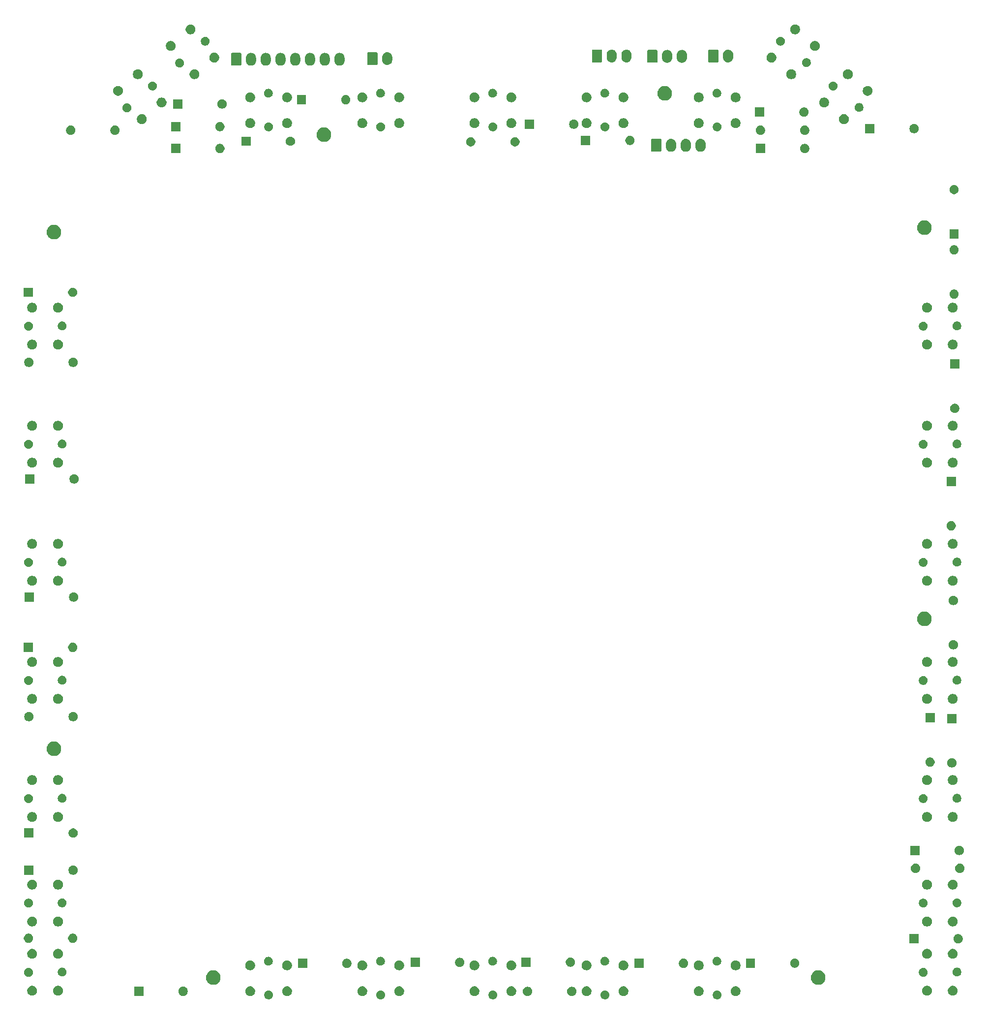
<source format=gbr>
G04 #@! TF.GenerationSoftware,KiCad,Pcbnew,(5.1.5-0-10_14)*
G04 #@! TF.CreationDate,2020-06-21T13:54:13+10:00*
G04 #@! TF.ProjectId,Buttons_AMPCD,42757474-6f6e-4735-9f41-4d5043442e6b,rev?*
G04 #@! TF.SameCoordinates,Original*
G04 #@! TF.FileFunction,Soldermask,Bot*
G04 #@! TF.FilePolarity,Negative*
%FSLAX46Y46*%
G04 Gerber Fmt 4.6, Leading zero omitted, Abs format (unit mm)*
G04 Created by KiCad (PCBNEW (5.1.5-0-10_14)) date 2020-06-21 13:54:13*
%MOMM*%
%LPD*%
G04 APERTURE LIST*
%ADD10C,0.100000*%
G04 APERTURE END LIST*
D10*
G36*
X135560195Y-191095522D02*
G01*
X135609267Y-191105283D01*
X135747942Y-191162724D01*
X135872747Y-191246116D01*
X135978884Y-191352253D01*
X136062276Y-191477058D01*
X136119717Y-191615733D01*
X136129287Y-191663843D01*
X136149000Y-191762948D01*
X136149000Y-191913052D01*
X136140405Y-191956260D01*
X136119717Y-192060267D01*
X136062276Y-192198942D01*
X135978884Y-192323747D01*
X135872747Y-192429884D01*
X135747942Y-192513276D01*
X135609267Y-192570717D01*
X135560195Y-192580478D01*
X135462052Y-192600000D01*
X135311948Y-192600000D01*
X135213805Y-192580478D01*
X135164733Y-192570717D01*
X135026058Y-192513276D01*
X134901253Y-192429884D01*
X134795116Y-192323747D01*
X134711724Y-192198942D01*
X134654283Y-192060267D01*
X134633595Y-191956260D01*
X134625000Y-191913052D01*
X134625000Y-191762948D01*
X134644713Y-191663843D01*
X134654283Y-191615733D01*
X134711724Y-191477058D01*
X134795116Y-191352253D01*
X134901253Y-191246116D01*
X135026058Y-191162724D01*
X135164733Y-191105283D01*
X135213805Y-191095522D01*
X135311948Y-191076000D01*
X135462052Y-191076000D01*
X135560195Y-191095522D01*
G37*
G36*
X116250195Y-191095522D02*
G01*
X116299267Y-191105283D01*
X116437942Y-191162724D01*
X116562747Y-191246116D01*
X116668884Y-191352253D01*
X116752276Y-191477058D01*
X116809717Y-191615733D01*
X116819287Y-191663843D01*
X116839000Y-191762948D01*
X116839000Y-191913052D01*
X116830405Y-191956260D01*
X116809717Y-192060267D01*
X116752276Y-192198942D01*
X116668884Y-192323747D01*
X116562747Y-192429884D01*
X116437942Y-192513276D01*
X116299267Y-192570717D01*
X116250195Y-192580478D01*
X116152052Y-192600000D01*
X116001948Y-192600000D01*
X115903805Y-192580478D01*
X115854733Y-192570717D01*
X115716058Y-192513276D01*
X115591253Y-192429884D01*
X115485116Y-192323747D01*
X115401724Y-192198942D01*
X115344283Y-192060267D01*
X115323595Y-191956260D01*
X115315000Y-191913052D01*
X115315000Y-191762948D01*
X115334713Y-191663843D01*
X115344283Y-191615733D01*
X115401724Y-191477058D01*
X115485116Y-191352253D01*
X115591253Y-191246116D01*
X115716058Y-191162724D01*
X115854733Y-191105283D01*
X115903805Y-191095522D01*
X116001948Y-191076000D01*
X116152052Y-191076000D01*
X116250195Y-191095522D01*
G37*
G36*
X96950195Y-191095522D02*
G01*
X96999267Y-191105283D01*
X97137942Y-191162724D01*
X97262747Y-191246116D01*
X97368884Y-191352253D01*
X97452276Y-191477058D01*
X97509717Y-191615733D01*
X97519287Y-191663843D01*
X97539000Y-191762948D01*
X97539000Y-191913052D01*
X97530405Y-191956260D01*
X97509717Y-192060267D01*
X97452276Y-192198942D01*
X97368884Y-192323747D01*
X97262747Y-192429884D01*
X97137942Y-192513276D01*
X96999267Y-192570717D01*
X96950195Y-192580478D01*
X96852052Y-192600000D01*
X96701948Y-192600000D01*
X96603805Y-192580478D01*
X96554733Y-192570717D01*
X96416058Y-192513276D01*
X96291253Y-192429884D01*
X96185116Y-192323747D01*
X96101724Y-192198942D01*
X96044283Y-192060267D01*
X96023595Y-191956260D01*
X96015000Y-191913052D01*
X96015000Y-191762948D01*
X96034713Y-191663843D01*
X96044283Y-191615733D01*
X96101724Y-191477058D01*
X96185116Y-191352253D01*
X96291253Y-191246116D01*
X96416058Y-191162724D01*
X96554733Y-191105283D01*
X96603805Y-191095522D01*
X96701948Y-191076000D01*
X96852052Y-191076000D01*
X96950195Y-191095522D01*
G37*
G36*
X77640195Y-191095522D02*
G01*
X77689267Y-191105283D01*
X77827942Y-191162724D01*
X77952747Y-191246116D01*
X78058884Y-191352253D01*
X78142276Y-191477058D01*
X78199717Y-191615733D01*
X78209287Y-191663843D01*
X78229000Y-191762948D01*
X78229000Y-191913052D01*
X78220405Y-191956260D01*
X78199717Y-192060267D01*
X78142276Y-192198942D01*
X78058884Y-192323747D01*
X77952747Y-192429884D01*
X77827942Y-192513276D01*
X77689267Y-192570717D01*
X77640195Y-192580478D01*
X77542052Y-192600000D01*
X77391948Y-192600000D01*
X77293805Y-192580478D01*
X77244733Y-192570717D01*
X77106058Y-192513276D01*
X76981253Y-192429884D01*
X76875116Y-192323747D01*
X76791724Y-192198942D01*
X76734283Y-192060267D01*
X76713595Y-191956260D01*
X76705000Y-191913052D01*
X76705000Y-191762948D01*
X76724713Y-191663843D01*
X76734283Y-191615733D01*
X76791724Y-191477058D01*
X76875116Y-191352253D01*
X76981253Y-191246116D01*
X77106058Y-191162724D01*
X77244733Y-191105283D01*
X77293805Y-191095522D01*
X77391948Y-191076000D01*
X77542052Y-191076000D01*
X77640195Y-191095522D01*
G37*
G36*
X58340195Y-191095522D02*
G01*
X58389267Y-191105283D01*
X58527942Y-191162724D01*
X58652747Y-191246116D01*
X58758884Y-191352253D01*
X58842276Y-191477058D01*
X58899717Y-191615733D01*
X58909287Y-191663843D01*
X58929000Y-191762948D01*
X58929000Y-191913052D01*
X58920405Y-191956260D01*
X58899717Y-192060267D01*
X58842276Y-192198942D01*
X58758884Y-192323747D01*
X58652747Y-192429884D01*
X58527942Y-192513276D01*
X58389267Y-192570717D01*
X58340195Y-192580478D01*
X58242052Y-192600000D01*
X58091948Y-192600000D01*
X57993805Y-192580478D01*
X57944733Y-192570717D01*
X57806058Y-192513276D01*
X57681253Y-192429884D01*
X57575116Y-192323747D01*
X57491724Y-192198942D01*
X57434283Y-192060267D01*
X57413595Y-191956260D01*
X57405000Y-191913052D01*
X57405000Y-191762948D01*
X57424713Y-191663843D01*
X57434283Y-191615733D01*
X57491724Y-191477058D01*
X57575116Y-191352253D01*
X57681253Y-191246116D01*
X57806058Y-191162724D01*
X57944733Y-191105283D01*
X57993805Y-191095522D01*
X58091948Y-191076000D01*
X58242052Y-191076000D01*
X58340195Y-191095522D01*
G37*
G36*
X93849935Y-190385664D02*
G01*
X93999805Y-190447743D01*
X94004626Y-190449740D01*
X94143844Y-190542762D01*
X94262238Y-190661156D01*
X94301139Y-190719376D01*
X94355261Y-190800376D01*
X94419336Y-190955065D01*
X94452000Y-191119281D01*
X94452000Y-191286719D01*
X94419336Y-191450935D01*
X94359272Y-191595941D01*
X94355260Y-191605626D01*
X94262238Y-191744844D01*
X94143844Y-191863238D01*
X94004626Y-191956260D01*
X94004625Y-191956261D01*
X94004624Y-191956261D01*
X93849935Y-192020336D01*
X93685719Y-192053000D01*
X93518281Y-192053000D01*
X93354065Y-192020336D01*
X93199376Y-191956261D01*
X93199375Y-191956261D01*
X93199374Y-191956260D01*
X93060156Y-191863238D01*
X92941762Y-191744844D01*
X92848740Y-191605626D01*
X92844728Y-191595941D01*
X92784664Y-191450935D01*
X92752000Y-191286719D01*
X92752000Y-191119281D01*
X92784664Y-190955065D01*
X92848739Y-190800376D01*
X92902861Y-190719376D01*
X92941762Y-190661156D01*
X93060156Y-190542762D01*
X93199374Y-190449740D01*
X93204195Y-190447743D01*
X93354065Y-190385664D01*
X93518281Y-190353000D01*
X93685719Y-190353000D01*
X93849935Y-190385664D01*
G37*
G36*
X80889935Y-190385664D02*
G01*
X81039805Y-190447743D01*
X81044626Y-190449740D01*
X81183844Y-190542762D01*
X81302238Y-190661156D01*
X81341139Y-190719376D01*
X81395261Y-190800376D01*
X81459336Y-190955065D01*
X81492000Y-191119281D01*
X81492000Y-191286719D01*
X81459336Y-191450935D01*
X81399272Y-191595941D01*
X81395260Y-191605626D01*
X81302238Y-191744844D01*
X81183844Y-191863238D01*
X81044626Y-191956260D01*
X81044625Y-191956261D01*
X81044624Y-191956261D01*
X80889935Y-192020336D01*
X80725719Y-192053000D01*
X80558281Y-192053000D01*
X80394065Y-192020336D01*
X80239376Y-191956261D01*
X80239375Y-191956261D01*
X80239374Y-191956260D01*
X80100156Y-191863238D01*
X79981762Y-191744844D01*
X79888740Y-191605626D01*
X79884728Y-191595941D01*
X79824664Y-191450935D01*
X79792000Y-191286719D01*
X79792000Y-191119281D01*
X79824664Y-190955065D01*
X79888739Y-190800376D01*
X79942861Y-190719376D01*
X79981762Y-190661156D01*
X80100156Y-190542762D01*
X80239374Y-190449740D01*
X80244195Y-190447743D01*
X80394065Y-190385664D01*
X80558281Y-190353000D01*
X80725719Y-190353000D01*
X80889935Y-190385664D01*
G37*
G36*
X74539935Y-190385664D02*
G01*
X74689805Y-190447743D01*
X74694626Y-190449740D01*
X74833844Y-190542762D01*
X74952238Y-190661156D01*
X74991139Y-190719376D01*
X75045261Y-190800376D01*
X75109336Y-190955065D01*
X75142000Y-191119281D01*
X75142000Y-191286719D01*
X75109336Y-191450935D01*
X75049272Y-191595941D01*
X75045260Y-191605626D01*
X74952238Y-191744844D01*
X74833844Y-191863238D01*
X74694626Y-191956260D01*
X74694625Y-191956261D01*
X74694624Y-191956261D01*
X74539935Y-192020336D01*
X74375719Y-192053000D01*
X74208281Y-192053000D01*
X74044065Y-192020336D01*
X73889376Y-191956261D01*
X73889375Y-191956261D01*
X73889374Y-191956260D01*
X73750156Y-191863238D01*
X73631762Y-191744844D01*
X73538740Y-191605626D01*
X73534728Y-191595941D01*
X73474664Y-191450935D01*
X73442000Y-191286719D01*
X73442000Y-191119281D01*
X73474664Y-190955065D01*
X73538739Y-190800376D01*
X73592861Y-190719376D01*
X73631762Y-190661156D01*
X73750156Y-190542762D01*
X73889374Y-190449740D01*
X73894195Y-190447743D01*
X74044065Y-190385664D01*
X74208281Y-190353000D01*
X74375719Y-190353000D01*
X74539935Y-190385664D01*
G37*
G36*
X61589935Y-190385664D02*
G01*
X61739805Y-190447743D01*
X61744626Y-190449740D01*
X61883844Y-190542762D01*
X62002238Y-190661156D01*
X62041139Y-190719376D01*
X62095261Y-190800376D01*
X62159336Y-190955065D01*
X62192000Y-191119281D01*
X62192000Y-191286719D01*
X62159336Y-191450935D01*
X62099272Y-191595941D01*
X62095260Y-191605626D01*
X62002238Y-191744844D01*
X61883844Y-191863238D01*
X61744626Y-191956260D01*
X61744625Y-191956261D01*
X61744624Y-191956261D01*
X61589935Y-192020336D01*
X61425719Y-192053000D01*
X61258281Y-192053000D01*
X61094065Y-192020336D01*
X60939376Y-191956261D01*
X60939375Y-191956261D01*
X60939374Y-191956260D01*
X60800156Y-191863238D01*
X60681762Y-191744844D01*
X60588740Y-191605626D01*
X60584728Y-191595941D01*
X60524664Y-191450935D01*
X60492000Y-191286719D01*
X60492000Y-191119281D01*
X60524664Y-190955065D01*
X60588739Y-190800376D01*
X60642861Y-190719376D01*
X60681762Y-190661156D01*
X60800156Y-190542762D01*
X60939374Y-190449740D01*
X60944195Y-190447743D01*
X61094065Y-190385664D01*
X61258281Y-190353000D01*
X61425719Y-190353000D01*
X61589935Y-190385664D01*
G37*
G36*
X55239935Y-190385664D02*
G01*
X55389805Y-190447743D01*
X55394626Y-190449740D01*
X55533844Y-190542762D01*
X55652238Y-190661156D01*
X55691139Y-190719376D01*
X55745261Y-190800376D01*
X55809336Y-190955065D01*
X55842000Y-191119281D01*
X55842000Y-191286719D01*
X55809336Y-191450935D01*
X55749272Y-191595941D01*
X55745260Y-191605626D01*
X55652238Y-191744844D01*
X55533844Y-191863238D01*
X55394626Y-191956260D01*
X55394625Y-191956261D01*
X55394624Y-191956261D01*
X55239935Y-192020336D01*
X55075719Y-192053000D01*
X54908281Y-192053000D01*
X54744065Y-192020336D01*
X54589376Y-191956261D01*
X54589375Y-191956261D01*
X54589374Y-191956260D01*
X54450156Y-191863238D01*
X54331762Y-191744844D01*
X54238740Y-191605626D01*
X54234728Y-191595941D01*
X54174664Y-191450935D01*
X54142000Y-191286719D01*
X54142000Y-191119281D01*
X54174664Y-190955065D01*
X54238739Y-190800376D01*
X54292861Y-190719376D01*
X54331762Y-190661156D01*
X54450156Y-190542762D01*
X54589374Y-190449740D01*
X54594195Y-190447743D01*
X54744065Y-190385664D01*
X54908281Y-190353000D01*
X55075719Y-190353000D01*
X55239935Y-190385664D01*
G37*
G36*
X100199935Y-190385664D02*
G01*
X100349805Y-190447743D01*
X100354626Y-190449740D01*
X100493844Y-190542762D01*
X100612238Y-190661156D01*
X100651139Y-190719376D01*
X100705261Y-190800376D01*
X100769336Y-190955065D01*
X100802000Y-191119281D01*
X100802000Y-191286719D01*
X100769336Y-191450935D01*
X100709272Y-191595941D01*
X100705260Y-191605626D01*
X100612238Y-191744844D01*
X100493844Y-191863238D01*
X100354626Y-191956260D01*
X100354625Y-191956261D01*
X100354624Y-191956261D01*
X100199935Y-192020336D01*
X100035719Y-192053000D01*
X99868281Y-192053000D01*
X99704065Y-192020336D01*
X99549376Y-191956261D01*
X99549375Y-191956261D01*
X99549374Y-191956260D01*
X99410156Y-191863238D01*
X99291762Y-191744844D01*
X99198740Y-191605626D01*
X99194728Y-191595941D01*
X99134664Y-191450935D01*
X99102000Y-191286719D01*
X99102000Y-191119281D01*
X99134664Y-190955065D01*
X99198739Y-190800376D01*
X99252861Y-190719376D01*
X99291762Y-190661156D01*
X99410156Y-190542762D01*
X99549374Y-190449740D01*
X99554195Y-190447743D01*
X99704065Y-190385664D01*
X99868281Y-190353000D01*
X100035719Y-190353000D01*
X100199935Y-190385664D01*
G37*
G36*
X132459935Y-190385664D02*
G01*
X132609805Y-190447743D01*
X132614626Y-190449740D01*
X132753844Y-190542762D01*
X132872238Y-190661156D01*
X132911139Y-190719376D01*
X132965261Y-190800376D01*
X133029336Y-190955065D01*
X133062000Y-191119281D01*
X133062000Y-191286719D01*
X133029336Y-191450935D01*
X132969272Y-191595941D01*
X132965260Y-191605626D01*
X132872238Y-191744844D01*
X132753844Y-191863238D01*
X132614626Y-191956260D01*
X132614625Y-191956261D01*
X132614624Y-191956261D01*
X132459935Y-192020336D01*
X132295719Y-192053000D01*
X132128281Y-192053000D01*
X131964065Y-192020336D01*
X131809376Y-191956261D01*
X131809375Y-191956261D01*
X131809374Y-191956260D01*
X131670156Y-191863238D01*
X131551762Y-191744844D01*
X131458740Y-191605626D01*
X131454728Y-191595941D01*
X131394664Y-191450935D01*
X131362000Y-191286719D01*
X131362000Y-191119281D01*
X131394664Y-190955065D01*
X131458739Y-190800376D01*
X131512861Y-190719376D01*
X131551762Y-190661156D01*
X131670156Y-190542762D01*
X131809374Y-190449740D01*
X131814195Y-190447743D01*
X131964065Y-190385664D01*
X132128281Y-190353000D01*
X132295719Y-190353000D01*
X132459935Y-190385664D01*
G37*
G36*
X138809935Y-190385664D02*
G01*
X138959805Y-190447743D01*
X138964626Y-190449740D01*
X139103844Y-190542762D01*
X139222238Y-190661156D01*
X139261139Y-190719376D01*
X139315261Y-190800376D01*
X139379336Y-190955065D01*
X139412000Y-191119281D01*
X139412000Y-191286719D01*
X139379336Y-191450935D01*
X139319272Y-191595941D01*
X139315260Y-191605626D01*
X139222238Y-191744844D01*
X139103844Y-191863238D01*
X138964626Y-191956260D01*
X138964625Y-191956261D01*
X138964624Y-191956261D01*
X138809935Y-192020336D01*
X138645719Y-192053000D01*
X138478281Y-192053000D01*
X138314065Y-192020336D01*
X138159376Y-191956261D01*
X138159375Y-191956261D01*
X138159374Y-191956260D01*
X138020156Y-191863238D01*
X137901762Y-191744844D01*
X137808740Y-191605626D01*
X137804728Y-191595941D01*
X137744664Y-191450935D01*
X137712000Y-191286719D01*
X137712000Y-191119281D01*
X137744664Y-190955065D01*
X137808739Y-190800376D01*
X137862861Y-190719376D01*
X137901762Y-190661156D01*
X138020156Y-190542762D01*
X138159374Y-190449740D01*
X138164195Y-190447743D01*
X138314065Y-190385664D01*
X138478281Y-190353000D01*
X138645719Y-190353000D01*
X138809935Y-190385664D01*
G37*
G36*
X113149935Y-190385664D02*
G01*
X113299805Y-190447743D01*
X113304626Y-190449740D01*
X113443844Y-190542762D01*
X113562238Y-190661156D01*
X113601139Y-190719376D01*
X113655261Y-190800376D01*
X113719336Y-190955065D01*
X113752000Y-191119281D01*
X113752000Y-191286719D01*
X113719336Y-191450935D01*
X113659272Y-191595941D01*
X113655260Y-191605626D01*
X113562238Y-191744844D01*
X113443844Y-191863238D01*
X113304626Y-191956260D01*
X113304625Y-191956261D01*
X113304624Y-191956261D01*
X113149935Y-192020336D01*
X112985719Y-192053000D01*
X112818281Y-192053000D01*
X112654065Y-192020336D01*
X112499376Y-191956261D01*
X112499375Y-191956261D01*
X112499374Y-191956260D01*
X112360156Y-191863238D01*
X112241762Y-191744844D01*
X112148740Y-191605626D01*
X112144728Y-191595941D01*
X112084664Y-191450935D01*
X112052000Y-191286719D01*
X112052000Y-191119281D01*
X112084664Y-190955065D01*
X112148739Y-190800376D01*
X112202861Y-190719376D01*
X112241762Y-190661156D01*
X112360156Y-190542762D01*
X112499374Y-190449740D01*
X112504195Y-190447743D01*
X112654065Y-190385664D01*
X112818281Y-190353000D01*
X112985719Y-190353000D01*
X113149935Y-190385664D01*
G37*
G36*
X119499935Y-190385664D02*
G01*
X119649805Y-190447743D01*
X119654626Y-190449740D01*
X119793844Y-190542762D01*
X119912238Y-190661156D01*
X119951139Y-190719376D01*
X120005261Y-190800376D01*
X120069336Y-190955065D01*
X120102000Y-191119281D01*
X120102000Y-191286719D01*
X120069336Y-191450935D01*
X120009272Y-191595941D01*
X120005260Y-191605626D01*
X119912238Y-191744844D01*
X119793844Y-191863238D01*
X119654626Y-191956260D01*
X119654625Y-191956261D01*
X119654624Y-191956261D01*
X119499935Y-192020336D01*
X119335719Y-192053000D01*
X119168281Y-192053000D01*
X119004065Y-192020336D01*
X118849376Y-191956261D01*
X118849375Y-191956261D01*
X118849374Y-191956260D01*
X118710156Y-191863238D01*
X118591762Y-191744844D01*
X118498740Y-191605626D01*
X118494728Y-191595941D01*
X118434664Y-191450935D01*
X118402000Y-191286719D01*
X118402000Y-191119281D01*
X118434664Y-190955065D01*
X118498739Y-190800376D01*
X118552861Y-190719376D01*
X118591762Y-190661156D01*
X118710156Y-190542762D01*
X118849374Y-190449740D01*
X118854195Y-190447743D01*
X119004065Y-190385664D01*
X119168281Y-190353000D01*
X119335719Y-190353000D01*
X119499935Y-190385664D01*
G37*
G36*
X110590351Y-190467743D02*
G01*
X110735941Y-190528048D01*
X110866970Y-190615599D01*
X110978401Y-190727030D01*
X111065952Y-190858059D01*
X111126257Y-191003649D01*
X111157000Y-191158206D01*
X111157000Y-191315794D01*
X111126257Y-191470351D01*
X111065952Y-191615941D01*
X110978401Y-191746970D01*
X110866970Y-191858401D01*
X110735941Y-191945952D01*
X110590351Y-192006257D01*
X110435794Y-192037000D01*
X110278206Y-192037000D01*
X110123649Y-192006257D01*
X109978059Y-191945952D01*
X109847030Y-191858401D01*
X109735599Y-191746970D01*
X109648048Y-191615941D01*
X109587743Y-191470351D01*
X109557000Y-191315794D01*
X109557000Y-191158206D01*
X109587743Y-191003649D01*
X109648048Y-190858059D01*
X109735599Y-190727030D01*
X109847030Y-190615599D01*
X109978059Y-190528048D01*
X110123649Y-190467743D01*
X110278206Y-190437000D01*
X110435794Y-190437000D01*
X110590351Y-190467743D01*
G37*
G36*
X102970351Y-190467743D02*
G01*
X103115941Y-190528048D01*
X103246970Y-190615599D01*
X103358401Y-190727030D01*
X103445952Y-190858059D01*
X103506257Y-191003649D01*
X103537000Y-191158206D01*
X103537000Y-191315794D01*
X103506257Y-191470351D01*
X103445952Y-191615941D01*
X103358401Y-191746970D01*
X103246970Y-191858401D01*
X103115941Y-191945952D01*
X102970351Y-192006257D01*
X102815794Y-192037000D01*
X102658206Y-192037000D01*
X102503649Y-192006257D01*
X102358059Y-191945952D01*
X102227030Y-191858401D01*
X102115599Y-191746970D01*
X102028048Y-191615941D01*
X101967743Y-191470351D01*
X101937000Y-191315794D01*
X101937000Y-191158206D01*
X101967743Y-191003649D01*
X102028048Y-190858059D01*
X102115599Y-190727030D01*
X102227030Y-190615599D01*
X102358059Y-190528048D01*
X102503649Y-190467743D01*
X102658206Y-190437000D01*
X102815794Y-190437000D01*
X102970351Y-190467743D01*
G37*
G36*
X43670351Y-190447743D02*
G01*
X43815941Y-190508048D01*
X43946970Y-190595599D01*
X44058401Y-190707030D01*
X44145952Y-190838059D01*
X44206257Y-190983649D01*
X44237000Y-191138206D01*
X44237000Y-191295794D01*
X44206257Y-191450351D01*
X44145952Y-191595941D01*
X44058401Y-191726970D01*
X43946970Y-191838401D01*
X43815941Y-191925952D01*
X43670351Y-191986257D01*
X43515794Y-192017000D01*
X43358206Y-192017000D01*
X43203649Y-191986257D01*
X43058059Y-191925952D01*
X42927030Y-191838401D01*
X42815599Y-191726970D01*
X42728048Y-191595941D01*
X42667743Y-191450351D01*
X42637000Y-191295794D01*
X42637000Y-191138206D01*
X42667743Y-190983649D01*
X42728048Y-190838059D01*
X42815599Y-190707030D01*
X42927030Y-190595599D01*
X43058059Y-190508048D01*
X43203649Y-190447743D01*
X43358206Y-190417000D01*
X43515794Y-190417000D01*
X43670351Y-190447743D01*
G37*
G36*
X36617000Y-192017000D02*
G01*
X35017000Y-192017000D01*
X35017000Y-190417000D01*
X36617000Y-190417000D01*
X36617000Y-192017000D01*
G37*
G36*
X17708935Y-190304664D02*
G01*
X17863624Y-190368739D01*
X17863626Y-190368740D01*
X18002844Y-190461762D01*
X18121238Y-190580156D01*
X18206012Y-190707030D01*
X18214261Y-190719376D01*
X18278336Y-190874065D01*
X18311000Y-191038281D01*
X18311000Y-191205719D01*
X18278336Y-191369935D01*
X18233963Y-191477059D01*
X18214260Y-191524626D01*
X18121238Y-191663844D01*
X18002844Y-191782238D01*
X17863626Y-191875260D01*
X17863625Y-191875261D01*
X17863624Y-191875261D01*
X17708935Y-191939336D01*
X17544719Y-191972000D01*
X17377281Y-191972000D01*
X17213065Y-191939336D01*
X17058376Y-191875261D01*
X17058375Y-191875261D01*
X17058374Y-191875260D01*
X16919156Y-191782238D01*
X16800762Y-191663844D01*
X16707740Y-191524626D01*
X16688037Y-191477059D01*
X16643664Y-191369935D01*
X16611000Y-191205719D01*
X16611000Y-191038281D01*
X16643664Y-190874065D01*
X16707739Y-190719376D01*
X16715988Y-190707030D01*
X16800762Y-190580156D01*
X16919156Y-190461762D01*
X17058374Y-190368740D01*
X17058376Y-190368739D01*
X17213065Y-190304664D01*
X17377281Y-190272000D01*
X17544719Y-190272000D01*
X17708935Y-190304664D01*
G37*
G36*
X176203935Y-190304664D02*
G01*
X176358624Y-190368739D01*
X176358626Y-190368740D01*
X176497844Y-190461762D01*
X176616238Y-190580156D01*
X176701012Y-190707030D01*
X176709261Y-190719376D01*
X176773336Y-190874065D01*
X176806000Y-191038281D01*
X176806000Y-191205719D01*
X176773336Y-191369935D01*
X176728963Y-191477059D01*
X176709260Y-191524626D01*
X176616238Y-191663844D01*
X176497844Y-191782238D01*
X176358626Y-191875260D01*
X176358625Y-191875261D01*
X176358624Y-191875261D01*
X176203935Y-191939336D01*
X176039719Y-191972000D01*
X175872281Y-191972000D01*
X175708065Y-191939336D01*
X175553376Y-191875261D01*
X175553375Y-191875261D01*
X175553374Y-191875260D01*
X175414156Y-191782238D01*
X175295762Y-191663844D01*
X175202740Y-191524626D01*
X175183037Y-191477059D01*
X175138664Y-191369935D01*
X175106000Y-191205719D01*
X175106000Y-191038281D01*
X175138664Y-190874065D01*
X175202739Y-190719376D01*
X175210988Y-190707030D01*
X175295762Y-190580156D01*
X175414156Y-190461762D01*
X175553374Y-190368740D01*
X175553376Y-190368739D01*
X175708065Y-190304664D01*
X175872281Y-190272000D01*
X176039719Y-190272000D01*
X176203935Y-190304664D01*
G37*
G36*
X171758935Y-190304664D02*
G01*
X171913624Y-190368739D01*
X171913626Y-190368740D01*
X172052844Y-190461762D01*
X172171238Y-190580156D01*
X172256012Y-190707030D01*
X172264261Y-190719376D01*
X172328336Y-190874065D01*
X172361000Y-191038281D01*
X172361000Y-191205719D01*
X172328336Y-191369935D01*
X172283963Y-191477059D01*
X172264260Y-191524626D01*
X172171238Y-191663844D01*
X172052844Y-191782238D01*
X171913626Y-191875260D01*
X171913625Y-191875261D01*
X171913624Y-191875261D01*
X171758935Y-191939336D01*
X171594719Y-191972000D01*
X171427281Y-191972000D01*
X171263065Y-191939336D01*
X171108376Y-191875261D01*
X171108375Y-191875261D01*
X171108374Y-191875260D01*
X170969156Y-191782238D01*
X170850762Y-191663844D01*
X170757740Y-191524626D01*
X170738037Y-191477059D01*
X170693664Y-191369935D01*
X170661000Y-191205719D01*
X170661000Y-191038281D01*
X170693664Y-190874065D01*
X170757739Y-190719376D01*
X170765988Y-190707030D01*
X170850762Y-190580156D01*
X170969156Y-190461762D01*
X171108374Y-190368740D01*
X171108376Y-190368739D01*
X171263065Y-190304664D01*
X171427281Y-190272000D01*
X171594719Y-190272000D01*
X171758935Y-190304664D01*
G37*
G36*
X22153935Y-190304664D02*
G01*
X22308624Y-190368739D01*
X22308626Y-190368740D01*
X22447844Y-190461762D01*
X22566238Y-190580156D01*
X22651012Y-190707030D01*
X22659261Y-190719376D01*
X22723336Y-190874065D01*
X22756000Y-191038281D01*
X22756000Y-191205719D01*
X22723336Y-191369935D01*
X22678963Y-191477059D01*
X22659260Y-191524626D01*
X22566238Y-191663844D01*
X22447844Y-191782238D01*
X22308626Y-191875260D01*
X22308625Y-191875261D01*
X22308624Y-191875261D01*
X22153935Y-191939336D01*
X21989719Y-191972000D01*
X21822281Y-191972000D01*
X21658065Y-191939336D01*
X21503376Y-191875261D01*
X21503375Y-191875261D01*
X21503374Y-191875260D01*
X21364156Y-191782238D01*
X21245762Y-191663844D01*
X21152740Y-191524626D01*
X21133037Y-191477059D01*
X21088664Y-191369935D01*
X21056000Y-191205719D01*
X21056000Y-191038281D01*
X21088664Y-190874065D01*
X21152739Y-190719376D01*
X21160988Y-190707030D01*
X21245762Y-190580156D01*
X21364156Y-190461762D01*
X21503374Y-190368740D01*
X21503376Y-190368739D01*
X21658065Y-190304664D01*
X21822281Y-190272000D01*
X21989719Y-190272000D01*
X22153935Y-190304664D01*
G37*
G36*
X49005610Y-187647036D02*
G01*
X49193188Y-187724734D01*
X49233097Y-187741265D01*
X49437828Y-187878062D01*
X49611938Y-188052172D01*
X49663451Y-188129266D01*
X49748736Y-188256905D01*
X49842964Y-188484390D01*
X49891000Y-188725884D01*
X49891000Y-188972116D01*
X49842964Y-189213610D01*
X49748736Y-189441095D01*
X49748735Y-189441097D01*
X49611938Y-189645828D01*
X49437828Y-189819938D01*
X49233097Y-189956735D01*
X49233096Y-189956736D01*
X49233095Y-189956736D01*
X49005610Y-190050964D01*
X48764116Y-190099000D01*
X48517884Y-190099000D01*
X48276390Y-190050964D01*
X48048905Y-189956736D01*
X48048904Y-189956736D01*
X48048903Y-189956735D01*
X47844172Y-189819938D01*
X47670062Y-189645828D01*
X47533265Y-189441097D01*
X47533264Y-189441095D01*
X47439036Y-189213610D01*
X47391000Y-188972116D01*
X47391000Y-188725884D01*
X47439036Y-188484390D01*
X47533264Y-188256905D01*
X47618550Y-188129266D01*
X47670062Y-188052172D01*
X47844172Y-187878062D01*
X48048903Y-187741265D01*
X48088812Y-187724734D01*
X48276390Y-187647036D01*
X48517884Y-187599000D01*
X48764116Y-187599000D01*
X49005610Y-187647036D01*
G37*
G36*
X153145610Y-187647036D02*
G01*
X153333188Y-187724734D01*
X153373097Y-187741265D01*
X153577828Y-187878062D01*
X153751938Y-188052172D01*
X153803451Y-188129266D01*
X153888736Y-188256905D01*
X153982964Y-188484390D01*
X154031000Y-188725884D01*
X154031000Y-188972116D01*
X153982964Y-189213610D01*
X153888736Y-189441095D01*
X153888735Y-189441097D01*
X153751938Y-189645828D01*
X153577828Y-189819938D01*
X153373097Y-189956735D01*
X153373096Y-189956736D01*
X153373095Y-189956736D01*
X153145610Y-190050964D01*
X152904116Y-190099000D01*
X152657884Y-190099000D01*
X152416390Y-190050964D01*
X152188905Y-189956736D01*
X152188904Y-189956736D01*
X152188903Y-189956735D01*
X151984172Y-189819938D01*
X151810062Y-189645828D01*
X151673265Y-189441097D01*
X151673264Y-189441095D01*
X151579036Y-189213610D01*
X151531000Y-188972116D01*
X151531000Y-188725884D01*
X151579036Y-188484390D01*
X151673264Y-188256905D01*
X151758550Y-188129266D01*
X151810062Y-188052172D01*
X151984172Y-187878062D01*
X152188903Y-187741265D01*
X152228812Y-187724734D01*
X152416390Y-187647036D01*
X152657884Y-187599000D01*
X152904116Y-187599000D01*
X153145610Y-187647036D01*
G37*
G36*
X171011379Y-187197000D02*
G01*
X171098267Y-187214283D01*
X171236942Y-187271724D01*
X171361747Y-187355116D01*
X171467884Y-187461253D01*
X171551276Y-187586058D01*
X171608717Y-187724733D01*
X171608717Y-187724734D01*
X171638000Y-187871948D01*
X171638000Y-188022052D01*
X171618478Y-188120195D01*
X171608717Y-188169267D01*
X171551276Y-188307942D01*
X171467884Y-188432747D01*
X171361747Y-188538884D01*
X171236942Y-188622276D01*
X171098267Y-188679717D01*
X171049195Y-188689478D01*
X170951052Y-188709000D01*
X170800948Y-188709000D01*
X170702805Y-188689478D01*
X170653733Y-188679717D01*
X170515058Y-188622276D01*
X170390253Y-188538884D01*
X170284116Y-188432747D01*
X170200724Y-188307942D01*
X170143283Y-188169267D01*
X170133522Y-188120195D01*
X170114000Y-188022052D01*
X170114000Y-187871948D01*
X170143283Y-187724734D01*
X170143283Y-187724733D01*
X170200724Y-187586058D01*
X170284116Y-187461253D01*
X170390253Y-187355116D01*
X170515058Y-187271724D01*
X170653733Y-187214283D01*
X170740621Y-187197000D01*
X170800948Y-187185000D01*
X170951052Y-187185000D01*
X171011379Y-187197000D01*
G37*
G36*
X16961379Y-187197000D02*
G01*
X17048267Y-187214283D01*
X17186942Y-187271724D01*
X17311747Y-187355116D01*
X17417884Y-187461253D01*
X17501276Y-187586058D01*
X17558717Y-187724733D01*
X17558717Y-187724734D01*
X17588000Y-187871948D01*
X17588000Y-188022052D01*
X17568478Y-188120195D01*
X17558717Y-188169267D01*
X17501276Y-188307942D01*
X17417884Y-188432747D01*
X17311747Y-188538884D01*
X17186942Y-188622276D01*
X17048267Y-188679717D01*
X16999195Y-188689478D01*
X16901052Y-188709000D01*
X16750948Y-188709000D01*
X16652805Y-188689478D01*
X16603733Y-188679717D01*
X16465058Y-188622276D01*
X16340253Y-188538884D01*
X16234116Y-188432747D01*
X16150724Y-188307942D01*
X16093283Y-188169267D01*
X16083522Y-188120195D01*
X16064000Y-188022052D01*
X16064000Y-187871948D01*
X16093283Y-187724734D01*
X16093283Y-187724733D01*
X16150724Y-187586058D01*
X16234116Y-187461253D01*
X16340253Y-187355116D01*
X16465058Y-187271724D01*
X16603733Y-187214283D01*
X16690621Y-187197000D01*
X16750948Y-187185000D01*
X16901052Y-187185000D01*
X16961379Y-187197000D01*
G37*
G36*
X176820598Y-187160624D02*
G01*
X176889267Y-187174283D01*
X177027942Y-187231724D01*
X177152747Y-187315116D01*
X177258884Y-187421253D01*
X177342276Y-187546058D01*
X177399717Y-187684733D01*
X177429000Y-187831950D01*
X177429000Y-187982050D01*
X177399717Y-188129267D01*
X177342276Y-188267942D01*
X177258884Y-188392747D01*
X177152747Y-188498884D01*
X177027942Y-188582276D01*
X176889267Y-188639717D01*
X176840195Y-188649478D01*
X176742052Y-188669000D01*
X176591948Y-188669000D01*
X176493805Y-188649478D01*
X176444733Y-188639717D01*
X176306058Y-188582276D01*
X176181253Y-188498884D01*
X176075116Y-188392747D01*
X175991724Y-188267942D01*
X175934283Y-188129267D01*
X175905000Y-187982050D01*
X175905000Y-187831950D01*
X175934283Y-187684733D01*
X175991724Y-187546058D01*
X176075116Y-187421253D01*
X176181253Y-187315116D01*
X176306058Y-187231724D01*
X176444733Y-187174283D01*
X176513402Y-187160624D01*
X176591948Y-187145000D01*
X176742052Y-187145000D01*
X176820598Y-187160624D01*
G37*
G36*
X22770598Y-187160624D02*
G01*
X22839267Y-187174283D01*
X22977942Y-187231724D01*
X23102747Y-187315116D01*
X23208884Y-187421253D01*
X23292276Y-187546058D01*
X23349717Y-187684733D01*
X23379000Y-187831950D01*
X23379000Y-187982050D01*
X23349717Y-188129267D01*
X23292276Y-188267942D01*
X23208884Y-188392747D01*
X23102747Y-188498884D01*
X22977942Y-188582276D01*
X22839267Y-188639717D01*
X22790195Y-188649478D01*
X22692052Y-188669000D01*
X22541948Y-188669000D01*
X22443805Y-188649478D01*
X22394733Y-188639717D01*
X22256058Y-188582276D01*
X22131253Y-188498884D01*
X22025116Y-188392747D01*
X21941724Y-188267942D01*
X21884283Y-188129267D01*
X21855000Y-187982050D01*
X21855000Y-187831950D01*
X21884283Y-187684733D01*
X21941724Y-187546058D01*
X22025116Y-187421253D01*
X22131253Y-187315116D01*
X22256058Y-187231724D01*
X22394733Y-187174283D01*
X22463402Y-187160624D01*
X22541948Y-187145000D01*
X22692052Y-187145000D01*
X22770598Y-187160624D01*
G37*
G36*
X100199935Y-185940664D02*
G01*
X100354624Y-186004739D01*
X100354626Y-186004740D01*
X100493844Y-186097762D01*
X100612238Y-186216156D01*
X100693789Y-186338207D01*
X100705261Y-186355376D01*
X100769336Y-186510065D01*
X100802000Y-186674281D01*
X100802000Y-186841719D01*
X100769336Y-187005935D01*
X100727907Y-187105952D01*
X100705260Y-187160626D01*
X100612238Y-187299844D01*
X100493844Y-187418238D01*
X100354626Y-187511260D01*
X100354625Y-187511261D01*
X100354624Y-187511261D01*
X100199935Y-187575336D01*
X100035719Y-187608000D01*
X99868281Y-187608000D01*
X99704065Y-187575336D01*
X99549376Y-187511261D01*
X99549375Y-187511261D01*
X99549374Y-187511260D01*
X99410156Y-187418238D01*
X99291762Y-187299844D01*
X99198740Y-187160626D01*
X99176093Y-187105952D01*
X99134664Y-187005935D01*
X99102000Y-186841719D01*
X99102000Y-186674281D01*
X99134664Y-186510065D01*
X99198739Y-186355376D01*
X99210211Y-186338207D01*
X99291762Y-186216156D01*
X99410156Y-186097762D01*
X99549374Y-186004740D01*
X99549376Y-186004739D01*
X99704065Y-185940664D01*
X99868281Y-185908000D01*
X100035719Y-185908000D01*
X100199935Y-185940664D01*
G37*
G36*
X80889935Y-185940664D02*
G01*
X81044624Y-186004739D01*
X81044626Y-186004740D01*
X81183844Y-186097762D01*
X81302238Y-186216156D01*
X81383789Y-186338207D01*
X81395261Y-186355376D01*
X81459336Y-186510065D01*
X81492000Y-186674281D01*
X81492000Y-186841719D01*
X81459336Y-187005935D01*
X81417907Y-187105952D01*
X81395260Y-187160626D01*
X81302238Y-187299844D01*
X81183844Y-187418238D01*
X81044626Y-187511260D01*
X81044625Y-187511261D01*
X81044624Y-187511261D01*
X80889935Y-187575336D01*
X80725719Y-187608000D01*
X80558281Y-187608000D01*
X80394065Y-187575336D01*
X80239376Y-187511261D01*
X80239375Y-187511261D01*
X80239374Y-187511260D01*
X80100156Y-187418238D01*
X79981762Y-187299844D01*
X79888740Y-187160626D01*
X79866093Y-187105952D01*
X79824664Y-187005935D01*
X79792000Y-186841719D01*
X79792000Y-186674281D01*
X79824664Y-186510065D01*
X79888739Y-186355376D01*
X79900211Y-186338207D01*
X79981762Y-186216156D01*
X80100156Y-186097762D01*
X80239374Y-186004740D01*
X80239376Y-186004739D01*
X80394065Y-185940664D01*
X80558281Y-185908000D01*
X80725719Y-185908000D01*
X80889935Y-185940664D01*
G37*
G36*
X113149935Y-185940664D02*
G01*
X113304624Y-186004739D01*
X113304626Y-186004740D01*
X113443844Y-186097762D01*
X113562238Y-186216156D01*
X113643789Y-186338207D01*
X113655261Y-186355376D01*
X113719336Y-186510065D01*
X113752000Y-186674281D01*
X113752000Y-186841719D01*
X113719336Y-187005935D01*
X113677907Y-187105952D01*
X113655260Y-187160626D01*
X113562238Y-187299844D01*
X113443844Y-187418238D01*
X113304626Y-187511260D01*
X113304625Y-187511261D01*
X113304624Y-187511261D01*
X113149935Y-187575336D01*
X112985719Y-187608000D01*
X112818281Y-187608000D01*
X112654065Y-187575336D01*
X112499376Y-187511261D01*
X112499375Y-187511261D01*
X112499374Y-187511260D01*
X112360156Y-187418238D01*
X112241762Y-187299844D01*
X112148740Y-187160626D01*
X112126093Y-187105952D01*
X112084664Y-187005935D01*
X112052000Y-186841719D01*
X112052000Y-186674281D01*
X112084664Y-186510065D01*
X112148739Y-186355376D01*
X112160211Y-186338207D01*
X112241762Y-186216156D01*
X112360156Y-186097762D01*
X112499374Y-186004740D01*
X112499376Y-186004739D01*
X112654065Y-185940664D01*
X112818281Y-185908000D01*
X112985719Y-185908000D01*
X113149935Y-185940664D01*
G37*
G36*
X119499935Y-185940664D02*
G01*
X119654624Y-186004739D01*
X119654626Y-186004740D01*
X119793844Y-186097762D01*
X119912238Y-186216156D01*
X119993789Y-186338207D01*
X120005261Y-186355376D01*
X120069336Y-186510065D01*
X120102000Y-186674281D01*
X120102000Y-186841719D01*
X120069336Y-187005935D01*
X120027907Y-187105952D01*
X120005260Y-187160626D01*
X119912238Y-187299844D01*
X119793844Y-187418238D01*
X119654626Y-187511260D01*
X119654625Y-187511261D01*
X119654624Y-187511261D01*
X119499935Y-187575336D01*
X119335719Y-187608000D01*
X119168281Y-187608000D01*
X119004065Y-187575336D01*
X118849376Y-187511261D01*
X118849375Y-187511261D01*
X118849374Y-187511260D01*
X118710156Y-187418238D01*
X118591762Y-187299844D01*
X118498740Y-187160626D01*
X118476093Y-187105952D01*
X118434664Y-187005935D01*
X118402000Y-186841719D01*
X118402000Y-186674281D01*
X118434664Y-186510065D01*
X118498739Y-186355376D01*
X118510211Y-186338207D01*
X118591762Y-186216156D01*
X118710156Y-186097762D01*
X118849374Y-186004740D01*
X118849376Y-186004739D01*
X119004065Y-185940664D01*
X119168281Y-185908000D01*
X119335719Y-185908000D01*
X119499935Y-185940664D01*
G37*
G36*
X55239935Y-185940664D02*
G01*
X55394624Y-186004739D01*
X55394626Y-186004740D01*
X55533844Y-186097762D01*
X55652238Y-186216156D01*
X55733789Y-186338207D01*
X55745261Y-186355376D01*
X55809336Y-186510065D01*
X55842000Y-186674281D01*
X55842000Y-186841719D01*
X55809336Y-187005935D01*
X55767907Y-187105952D01*
X55745260Y-187160626D01*
X55652238Y-187299844D01*
X55533844Y-187418238D01*
X55394626Y-187511260D01*
X55394625Y-187511261D01*
X55394624Y-187511261D01*
X55239935Y-187575336D01*
X55075719Y-187608000D01*
X54908281Y-187608000D01*
X54744065Y-187575336D01*
X54589376Y-187511261D01*
X54589375Y-187511261D01*
X54589374Y-187511260D01*
X54450156Y-187418238D01*
X54331762Y-187299844D01*
X54238740Y-187160626D01*
X54216093Y-187105952D01*
X54174664Y-187005935D01*
X54142000Y-186841719D01*
X54142000Y-186674281D01*
X54174664Y-186510065D01*
X54238739Y-186355376D01*
X54250211Y-186338207D01*
X54331762Y-186216156D01*
X54450156Y-186097762D01*
X54589374Y-186004740D01*
X54589376Y-186004739D01*
X54744065Y-185940664D01*
X54908281Y-185908000D01*
X55075719Y-185908000D01*
X55239935Y-185940664D01*
G37*
G36*
X138809935Y-185940664D02*
G01*
X138964624Y-186004739D01*
X138964626Y-186004740D01*
X139103844Y-186097762D01*
X139222238Y-186216156D01*
X139303789Y-186338207D01*
X139315261Y-186355376D01*
X139379336Y-186510065D01*
X139412000Y-186674281D01*
X139412000Y-186841719D01*
X139379336Y-187005935D01*
X139337907Y-187105952D01*
X139315260Y-187160626D01*
X139222238Y-187299844D01*
X139103844Y-187418238D01*
X138964626Y-187511260D01*
X138964625Y-187511261D01*
X138964624Y-187511261D01*
X138809935Y-187575336D01*
X138645719Y-187608000D01*
X138478281Y-187608000D01*
X138314065Y-187575336D01*
X138159376Y-187511261D01*
X138159375Y-187511261D01*
X138159374Y-187511260D01*
X138020156Y-187418238D01*
X137901762Y-187299844D01*
X137808740Y-187160626D01*
X137786093Y-187105952D01*
X137744664Y-187005935D01*
X137712000Y-186841719D01*
X137712000Y-186674281D01*
X137744664Y-186510065D01*
X137808739Y-186355376D01*
X137820211Y-186338207D01*
X137901762Y-186216156D01*
X138020156Y-186097762D01*
X138159374Y-186004740D01*
X138159376Y-186004739D01*
X138314065Y-185940664D01*
X138478281Y-185908000D01*
X138645719Y-185908000D01*
X138809935Y-185940664D01*
G37*
G36*
X132459935Y-185940664D02*
G01*
X132614624Y-186004739D01*
X132614626Y-186004740D01*
X132753844Y-186097762D01*
X132872238Y-186216156D01*
X132953789Y-186338207D01*
X132965261Y-186355376D01*
X133029336Y-186510065D01*
X133062000Y-186674281D01*
X133062000Y-186841719D01*
X133029336Y-187005935D01*
X132987907Y-187105952D01*
X132965260Y-187160626D01*
X132872238Y-187299844D01*
X132753844Y-187418238D01*
X132614626Y-187511260D01*
X132614625Y-187511261D01*
X132614624Y-187511261D01*
X132459935Y-187575336D01*
X132295719Y-187608000D01*
X132128281Y-187608000D01*
X131964065Y-187575336D01*
X131809376Y-187511261D01*
X131809375Y-187511261D01*
X131809374Y-187511260D01*
X131670156Y-187418238D01*
X131551762Y-187299844D01*
X131458740Y-187160626D01*
X131436093Y-187105952D01*
X131394664Y-187005935D01*
X131362000Y-186841719D01*
X131362000Y-186674281D01*
X131394664Y-186510065D01*
X131458739Y-186355376D01*
X131470211Y-186338207D01*
X131551762Y-186216156D01*
X131670156Y-186097762D01*
X131809374Y-186004740D01*
X131809376Y-186004739D01*
X131964065Y-185940664D01*
X132128281Y-185908000D01*
X132295719Y-185908000D01*
X132459935Y-185940664D01*
G37*
G36*
X93849935Y-185940664D02*
G01*
X94004624Y-186004739D01*
X94004626Y-186004740D01*
X94143844Y-186097762D01*
X94262238Y-186216156D01*
X94343789Y-186338207D01*
X94355261Y-186355376D01*
X94419336Y-186510065D01*
X94452000Y-186674281D01*
X94452000Y-186841719D01*
X94419336Y-187005935D01*
X94377907Y-187105952D01*
X94355260Y-187160626D01*
X94262238Y-187299844D01*
X94143844Y-187418238D01*
X94004626Y-187511260D01*
X94004625Y-187511261D01*
X94004624Y-187511261D01*
X93849935Y-187575336D01*
X93685719Y-187608000D01*
X93518281Y-187608000D01*
X93354065Y-187575336D01*
X93199376Y-187511261D01*
X93199375Y-187511261D01*
X93199374Y-187511260D01*
X93060156Y-187418238D01*
X92941762Y-187299844D01*
X92848740Y-187160626D01*
X92826093Y-187105952D01*
X92784664Y-187005935D01*
X92752000Y-186841719D01*
X92752000Y-186674281D01*
X92784664Y-186510065D01*
X92848739Y-186355376D01*
X92860211Y-186338207D01*
X92941762Y-186216156D01*
X93060156Y-186097762D01*
X93199374Y-186004740D01*
X93199376Y-186004739D01*
X93354065Y-185940664D01*
X93518281Y-185908000D01*
X93685719Y-185908000D01*
X93849935Y-185940664D01*
G37*
G36*
X74539935Y-185940664D02*
G01*
X74694624Y-186004739D01*
X74694626Y-186004740D01*
X74833844Y-186097762D01*
X74952238Y-186216156D01*
X75033789Y-186338207D01*
X75045261Y-186355376D01*
X75109336Y-186510065D01*
X75142000Y-186674281D01*
X75142000Y-186841719D01*
X75109336Y-187005935D01*
X75067907Y-187105952D01*
X75045260Y-187160626D01*
X74952238Y-187299844D01*
X74833844Y-187418238D01*
X74694626Y-187511260D01*
X74694625Y-187511261D01*
X74694624Y-187511261D01*
X74539935Y-187575336D01*
X74375719Y-187608000D01*
X74208281Y-187608000D01*
X74044065Y-187575336D01*
X73889376Y-187511261D01*
X73889375Y-187511261D01*
X73889374Y-187511260D01*
X73750156Y-187418238D01*
X73631762Y-187299844D01*
X73538740Y-187160626D01*
X73516093Y-187105952D01*
X73474664Y-187005935D01*
X73442000Y-186841719D01*
X73442000Y-186674281D01*
X73474664Y-186510065D01*
X73538739Y-186355376D01*
X73550211Y-186338207D01*
X73631762Y-186216156D01*
X73750156Y-186097762D01*
X73889374Y-186004740D01*
X73889376Y-186004739D01*
X74044065Y-185940664D01*
X74208281Y-185908000D01*
X74375719Y-185908000D01*
X74539935Y-185940664D01*
G37*
G36*
X61589935Y-185940664D02*
G01*
X61744624Y-186004739D01*
X61744626Y-186004740D01*
X61883844Y-186097762D01*
X62002238Y-186216156D01*
X62083789Y-186338207D01*
X62095261Y-186355376D01*
X62159336Y-186510065D01*
X62192000Y-186674281D01*
X62192000Y-186841719D01*
X62159336Y-187005935D01*
X62117907Y-187105952D01*
X62095260Y-187160626D01*
X62002238Y-187299844D01*
X61883844Y-187418238D01*
X61744626Y-187511260D01*
X61744625Y-187511261D01*
X61744624Y-187511261D01*
X61589935Y-187575336D01*
X61425719Y-187608000D01*
X61258281Y-187608000D01*
X61094065Y-187575336D01*
X60939376Y-187511261D01*
X60939375Y-187511261D01*
X60939374Y-187511260D01*
X60800156Y-187418238D01*
X60681762Y-187299844D01*
X60588740Y-187160626D01*
X60566093Y-187105952D01*
X60524664Y-187005935D01*
X60492000Y-186841719D01*
X60492000Y-186674281D01*
X60524664Y-186510065D01*
X60588739Y-186355376D01*
X60600211Y-186338207D01*
X60681762Y-186216156D01*
X60800156Y-186097762D01*
X60939374Y-186004740D01*
X60939376Y-186004739D01*
X61094065Y-185940664D01*
X61258281Y-185908000D01*
X61425719Y-185908000D01*
X61589935Y-185940664D01*
G37*
G36*
X71870351Y-185647743D02*
G01*
X72015941Y-185708048D01*
X72146970Y-185795599D01*
X72258401Y-185907030D01*
X72345952Y-186038059D01*
X72406257Y-186183649D01*
X72437000Y-186338206D01*
X72437000Y-186495794D01*
X72406257Y-186650351D01*
X72345952Y-186795941D01*
X72258401Y-186926970D01*
X72146970Y-187038401D01*
X72015941Y-187125952D01*
X71870351Y-187186257D01*
X71715794Y-187217000D01*
X71558206Y-187217000D01*
X71403649Y-187186257D01*
X71258059Y-187125952D01*
X71127030Y-187038401D01*
X71015599Y-186926970D01*
X70928048Y-186795941D01*
X70867743Y-186650351D01*
X70837000Y-186495794D01*
X70837000Y-186338206D01*
X70867743Y-186183649D01*
X70928048Y-186038059D01*
X71015599Y-185907030D01*
X71127030Y-185795599D01*
X71258059Y-185708048D01*
X71403649Y-185647743D01*
X71558206Y-185617000D01*
X71715794Y-185617000D01*
X71870351Y-185647743D01*
G37*
G36*
X64817000Y-187217000D02*
G01*
X63217000Y-187217000D01*
X63217000Y-185617000D01*
X64817000Y-185617000D01*
X64817000Y-187217000D01*
G37*
G36*
X122777000Y-187197000D02*
G01*
X121177000Y-187197000D01*
X121177000Y-185597000D01*
X122777000Y-185597000D01*
X122777000Y-187197000D01*
G37*
G36*
X129830351Y-185627743D02*
G01*
X129975941Y-185688048D01*
X130106970Y-185775599D01*
X130218401Y-185887030D01*
X130305952Y-186018059D01*
X130366257Y-186163649D01*
X130397000Y-186318206D01*
X130397000Y-186475794D01*
X130366257Y-186630351D01*
X130305952Y-186775941D01*
X130218401Y-186906970D01*
X130106970Y-187018401D01*
X129975941Y-187105952D01*
X129830351Y-187166257D01*
X129675794Y-187197000D01*
X129518206Y-187197000D01*
X129363649Y-187166257D01*
X129218059Y-187105952D01*
X129087030Y-187018401D01*
X128975599Y-186906970D01*
X128888048Y-186775941D01*
X128827743Y-186630351D01*
X128797000Y-186475794D01*
X128797000Y-186318206D01*
X128827743Y-186163649D01*
X128888048Y-186018059D01*
X128975599Y-185887030D01*
X129087030Y-185775599D01*
X129218059Y-185688048D01*
X129363649Y-185627743D01*
X129518206Y-185597000D01*
X129675794Y-185597000D01*
X129830351Y-185627743D01*
G37*
G36*
X148980351Y-185607743D02*
G01*
X149125941Y-185668048D01*
X149256970Y-185755599D01*
X149368401Y-185867030D01*
X149455952Y-185998059D01*
X149516257Y-186143649D01*
X149547000Y-186298206D01*
X149547000Y-186455794D01*
X149516257Y-186610351D01*
X149455952Y-186755941D01*
X149368401Y-186886970D01*
X149256970Y-186998401D01*
X149125941Y-187085952D01*
X148980351Y-187146257D01*
X148825794Y-187177000D01*
X148668206Y-187177000D01*
X148513649Y-187146257D01*
X148368059Y-187085952D01*
X148237030Y-186998401D01*
X148125599Y-186886970D01*
X148038048Y-186755941D01*
X147977743Y-186610351D01*
X147947000Y-186455794D01*
X147947000Y-186298206D01*
X147977743Y-186143649D01*
X148038048Y-185998059D01*
X148125599Y-185867030D01*
X148237030Y-185755599D01*
X148368059Y-185668048D01*
X148513649Y-185607743D01*
X148668206Y-185577000D01*
X148825794Y-185577000D01*
X148980351Y-185607743D01*
G37*
G36*
X141927000Y-187177000D02*
G01*
X140327000Y-187177000D01*
X140327000Y-185577000D01*
X141927000Y-185577000D01*
X141927000Y-187177000D01*
G37*
G36*
X84237000Y-187037000D02*
G01*
X82637000Y-187037000D01*
X82637000Y-185437000D01*
X84237000Y-185437000D01*
X84237000Y-187037000D01*
G37*
G36*
X91290351Y-185467743D02*
G01*
X91435941Y-185528048D01*
X91566970Y-185615599D01*
X91678401Y-185727030D01*
X91765952Y-185858059D01*
X91826257Y-186003649D01*
X91857000Y-186158206D01*
X91857000Y-186315794D01*
X91826257Y-186470351D01*
X91765952Y-186615941D01*
X91678401Y-186746970D01*
X91566970Y-186858401D01*
X91435941Y-186945952D01*
X91290351Y-187006257D01*
X91135794Y-187037000D01*
X90978206Y-187037000D01*
X90823649Y-187006257D01*
X90678059Y-186945952D01*
X90547030Y-186858401D01*
X90435599Y-186746970D01*
X90348048Y-186615941D01*
X90287743Y-186470351D01*
X90257000Y-186315794D01*
X90257000Y-186158206D01*
X90287743Y-186003649D01*
X90348048Y-185858059D01*
X90435599Y-185727030D01*
X90547030Y-185615599D01*
X90678059Y-185528048D01*
X90823649Y-185467743D01*
X90978206Y-185437000D01*
X91135794Y-185437000D01*
X91290351Y-185467743D01*
G37*
G36*
X103307000Y-186997000D02*
G01*
X101707000Y-186997000D01*
X101707000Y-185397000D01*
X103307000Y-185397000D01*
X103307000Y-186997000D01*
G37*
G36*
X110360351Y-185427743D02*
G01*
X110505941Y-185488048D01*
X110636970Y-185575599D01*
X110748401Y-185687030D01*
X110835952Y-185818059D01*
X110896257Y-185963649D01*
X110927000Y-186118206D01*
X110927000Y-186275794D01*
X110896257Y-186430351D01*
X110835952Y-186575941D01*
X110748401Y-186706970D01*
X110636970Y-186818401D01*
X110505941Y-186905952D01*
X110360351Y-186966257D01*
X110205794Y-186997000D01*
X110048206Y-186997000D01*
X109893649Y-186966257D01*
X109748059Y-186905952D01*
X109617030Y-186818401D01*
X109505599Y-186706970D01*
X109418048Y-186575941D01*
X109357743Y-186430351D01*
X109327000Y-186275794D01*
X109327000Y-186118206D01*
X109357743Y-185963649D01*
X109418048Y-185818059D01*
X109505599Y-185687030D01*
X109617030Y-185575599D01*
X109748059Y-185488048D01*
X109893649Y-185427743D01*
X110048206Y-185397000D01*
X110205794Y-185397000D01*
X110360351Y-185427743D01*
G37*
G36*
X116210195Y-185304522D02*
G01*
X116259267Y-185314283D01*
X116397942Y-185371724D01*
X116522747Y-185455116D01*
X116628884Y-185561253D01*
X116712276Y-185686058D01*
X116769717Y-185824733D01*
X116799000Y-185971950D01*
X116799000Y-186122050D01*
X116769717Y-186269267D01*
X116712276Y-186407942D01*
X116628884Y-186532747D01*
X116522747Y-186638884D01*
X116397942Y-186722276D01*
X116259267Y-186779717D01*
X116210195Y-186789478D01*
X116112052Y-186809000D01*
X115961948Y-186809000D01*
X115863805Y-186789478D01*
X115814733Y-186779717D01*
X115676058Y-186722276D01*
X115551253Y-186638884D01*
X115445116Y-186532747D01*
X115361724Y-186407942D01*
X115304283Y-186269267D01*
X115275000Y-186122050D01*
X115275000Y-185971950D01*
X115304283Y-185824733D01*
X115361724Y-185686058D01*
X115445116Y-185561253D01*
X115551253Y-185455116D01*
X115676058Y-185371724D01*
X115814733Y-185314283D01*
X115863805Y-185304522D01*
X115961948Y-185285000D01*
X116112052Y-185285000D01*
X116210195Y-185304522D01*
G37*
G36*
X135520195Y-185304522D02*
G01*
X135569267Y-185314283D01*
X135707942Y-185371724D01*
X135832747Y-185455116D01*
X135938884Y-185561253D01*
X136022276Y-185686058D01*
X136079717Y-185824733D01*
X136109000Y-185971950D01*
X136109000Y-186122050D01*
X136079717Y-186269267D01*
X136022276Y-186407942D01*
X135938884Y-186532747D01*
X135832747Y-186638884D01*
X135707942Y-186722276D01*
X135569267Y-186779717D01*
X135520195Y-186789478D01*
X135422052Y-186809000D01*
X135271948Y-186809000D01*
X135173805Y-186789478D01*
X135124733Y-186779717D01*
X134986058Y-186722276D01*
X134861253Y-186638884D01*
X134755116Y-186532747D01*
X134671724Y-186407942D01*
X134614283Y-186269267D01*
X134585000Y-186122050D01*
X134585000Y-185971950D01*
X134614283Y-185824733D01*
X134671724Y-185686058D01*
X134755116Y-185561253D01*
X134861253Y-185455116D01*
X134986058Y-185371724D01*
X135124733Y-185314283D01*
X135173805Y-185304522D01*
X135271948Y-185285000D01*
X135422052Y-185285000D01*
X135520195Y-185304522D01*
G37*
G36*
X96910195Y-185304522D02*
G01*
X96959267Y-185314283D01*
X97097942Y-185371724D01*
X97222747Y-185455116D01*
X97328884Y-185561253D01*
X97412276Y-185686058D01*
X97469717Y-185824733D01*
X97499000Y-185971950D01*
X97499000Y-186122050D01*
X97469717Y-186269267D01*
X97412276Y-186407942D01*
X97328884Y-186532747D01*
X97222747Y-186638884D01*
X97097942Y-186722276D01*
X96959267Y-186779717D01*
X96910195Y-186789478D01*
X96812052Y-186809000D01*
X96661948Y-186809000D01*
X96563805Y-186789478D01*
X96514733Y-186779717D01*
X96376058Y-186722276D01*
X96251253Y-186638884D01*
X96145116Y-186532747D01*
X96061724Y-186407942D01*
X96004283Y-186269267D01*
X95975000Y-186122050D01*
X95975000Y-185971950D01*
X96004283Y-185824733D01*
X96061724Y-185686058D01*
X96145116Y-185561253D01*
X96251253Y-185455116D01*
X96376058Y-185371724D01*
X96514733Y-185314283D01*
X96563805Y-185304522D01*
X96661948Y-185285000D01*
X96812052Y-185285000D01*
X96910195Y-185304522D01*
G37*
G36*
X77600195Y-185304522D02*
G01*
X77649267Y-185314283D01*
X77787942Y-185371724D01*
X77912747Y-185455116D01*
X78018884Y-185561253D01*
X78102276Y-185686058D01*
X78159717Y-185824733D01*
X78189000Y-185971950D01*
X78189000Y-186122050D01*
X78159717Y-186269267D01*
X78102276Y-186407942D01*
X78018884Y-186532747D01*
X77912747Y-186638884D01*
X77787942Y-186722276D01*
X77649267Y-186779717D01*
X77600195Y-186789478D01*
X77502052Y-186809000D01*
X77351948Y-186809000D01*
X77253805Y-186789478D01*
X77204733Y-186779717D01*
X77066058Y-186722276D01*
X76941253Y-186638884D01*
X76835116Y-186532747D01*
X76751724Y-186407942D01*
X76694283Y-186269267D01*
X76665000Y-186122050D01*
X76665000Y-185971950D01*
X76694283Y-185824733D01*
X76751724Y-185686058D01*
X76835116Y-185561253D01*
X76941253Y-185455116D01*
X77066058Y-185371724D01*
X77204733Y-185314283D01*
X77253805Y-185304522D01*
X77351948Y-185285000D01*
X77502052Y-185285000D01*
X77600195Y-185304522D01*
G37*
G36*
X58300195Y-185304522D02*
G01*
X58349267Y-185314283D01*
X58487942Y-185371724D01*
X58612747Y-185455116D01*
X58718884Y-185561253D01*
X58802276Y-185686058D01*
X58859717Y-185824733D01*
X58889000Y-185971950D01*
X58889000Y-186122050D01*
X58859717Y-186269267D01*
X58802276Y-186407942D01*
X58718884Y-186532747D01*
X58612747Y-186638884D01*
X58487942Y-186722276D01*
X58349267Y-186779717D01*
X58300195Y-186789478D01*
X58202052Y-186809000D01*
X58051948Y-186809000D01*
X57953805Y-186789478D01*
X57904733Y-186779717D01*
X57766058Y-186722276D01*
X57641253Y-186638884D01*
X57535116Y-186532747D01*
X57451724Y-186407942D01*
X57394283Y-186269267D01*
X57365000Y-186122050D01*
X57365000Y-185971950D01*
X57394283Y-185824733D01*
X57451724Y-185686058D01*
X57535116Y-185561253D01*
X57641253Y-185455116D01*
X57766058Y-185371724D01*
X57904733Y-185314283D01*
X57953805Y-185304522D01*
X58051948Y-185285000D01*
X58202052Y-185285000D01*
X58300195Y-185304522D01*
G37*
G36*
X176203935Y-183954664D02*
G01*
X176358624Y-184018739D01*
X176358626Y-184018740D01*
X176497844Y-184111762D01*
X176616238Y-184230156D01*
X176709260Y-184369374D01*
X176709261Y-184369376D01*
X176773336Y-184524065D01*
X176806000Y-184688281D01*
X176806000Y-184855719D01*
X176773336Y-185019935D01*
X176709261Y-185174624D01*
X176709260Y-185174626D01*
X176616238Y-185313844D01*
X176497844Y-185432238D01*
X176358626Y-185525260D01*
X176358625Y-185525261D01*
X176358624Y-185525261D01*
X176203935Y-185589336D01*
X176039719Y-185622000D01*
X175872281Y-185622000D01*
X175708065Y-185589336D01*
X175553376Y-185525261D01*
X175553375Y-185525261D01*
X175553374Y-185525260D01*
X175414156Y-185432238D01*
X175295762Y-185313844D01*
X175202740Y-185174626D01*
X175202739Y-185174624D01*
X175138664Y-185019935D01*
X175106000Y-184855719D01*
X175106000Y-184688281D01*
X175138664Y-184524065D01*
X175202739Y-184369376D01*
X175202740Y-184369374D01*
X175295762Y-184230156D01*
X175414156Y-184111762D01*
X175553374Y-184018740D01*
X175553376Y-184018739D01*
X175708065Y-183954664D01*
X175872281Y-183922000D01*
X176039719Y-183922000D01*
X176203935Y-183954664D01*
G37*
G36*
X171758935Y-183954664D02*
G01*
X171913624Y-184018739D01*
X171913626Y-184018740D01*
X172052844Y-184111762D01*
X172171238Y-184230156D01*
X172264260Y-184369374D01*
X172264261Y-184369376D01*
X172328336Y-184524065D01*
X172361000Y-184688281D01*
X172361000Y-184855719D01*
X172328336Y-185019935D01*
X172264261Y-185174624D01*
X172264260Y-185174626D01*
X172171238Y-185313844D01*
X172052844Y-185432238D01*
X171913626Y-185525260D01*
X171913625Y-185525261D01*
X171913624Y-185525261D01*
X171758935Y-185589336D01*
X171594719Y-185622000D01*
X171427281Y-185622000D01*
X171263065Y-185589336D01*
X171108376Y-185525261D01*
X171108375Y-185525261D01*
X171108374Y-185525260D01*
X170969156Y-185432238D01*
X170850762Y-185313844D01*
X170757740Y-185174626D01*
X170757739Y-185174624D01*
X170693664Y-185019935D01*
X170661000Y-184855719D01*
X170661000Y-184688281D01*
X170693664Y-184524065D01*
X170757739Y-184369376D01*
X170757740Y-184369374D01*
X170850762Y-184230156D01*
X170969156Y-184111762D01*
X171108374Y-184018740D01*
X171108376Y-184018739D01*
X171263065Y-183954664D01*
X171427281Y-183922000D01*
X171594719Y-183922000D01*
X171758935Y-183954664D01*
G37*
G36*
X22153935Y-183954664D02*
G01*
X22308624Y-184018739D01*
X22308626Y-184018740D01*
X22447844Y-184111762D01*
X22566238Y-184230156D01*
X22659260Y-184369374D01*
X22659261Y-184369376D01*
X22723336Y-184524065D01*
X22756000Y-184688281D01*
X22756000Y-184855719D01*
X22723336Y-185019935D01*
X22659261Y-185174624D01*
X22659260Y-185174626D01*
X22566238Y-185313844D01*
X22447844Y-185432238D01*
X22308626Y-185525260D01*
X22308625Y-185525261D01*
X22308624Y-185525261D01*
X22153935Y-185589336D01*
X21989719Y-185622000D01*
X21822281Y-185622000D01*
X21658065Y-185589336D01*
X21503376Y-185525261D01*
X21503375Y-185525261D01*
X21503374Y-185525260D01*
X21364156Y-185432238D01*
X21245762Y-185313844D01*
X21152740Y-185174626D01*
X21152739Y-185174624D01*
X21088664Y-185019935D01*
X21056000Y-184855719D01*
X21056000Y-184688281D01*
X21088664Y-184524065D01*
X21152739Y-184369376D01*
X21152740Y-184369374D01*
X21245762Y-184230156D01*
X21364156Y-184111762D01*
X21503374Y-184018740D01*
X21503376Y-184018739D01*
X21658065Y-183954664D01*
X21822281Y-183922000D01*
X21989719Y-183922000D01*
X22153935Y-183954664D01*
G37*
G36*
X17708935Y-183954664D02*
G01*
X17863624Y-184018739D01*
X17863626Y-184018740D01*
X18002844Y-184111762D01*
X18121238Y-184230156D01*
X18214260Y-184369374D01*
X18214261Y-184369376D01*
X18278336Y-184524065D01*
X18311000Y-184688281D01*
X18311000Y-184855719D01*
X18278336Y-185019935D01*
X18214261Y-185174624D01*
X18214260Y-185174626D01*
X18121238Y-185313844D01*
X18002844Y-185432238D01*
X17863626Y-185525260D01*
X17863625Y-185525261D01*
X17863624Y-185525261D01*
X17708935Y-185589336D01*
X17544719Y-185622000D01*
X17377281Y-185622000D01*
X17213065Y-185589336D01*
X17058376Y-185525261D01*
X17058375Y-185525261D01*
X17058374Y-185525260D01*
X16919156Y-185432238D01*
X16800762Y-185313844D01*
X16707740Y-185174626D01*
X16707739Y-185174624D01*
X16643664Y-185019935D01*
X16611000Y-184855719D01*
X16611000Y-184688281D01*
X16643664Y-184524065D01*
X16707739Y-184369376D01*
X16707740Y-184369374D01*
X16800762Y-184230156D01*
X16919156Y-184111762D01*
X17058374Y-184018740D01*
X17058376Y-184018739D01*
X17213065Y-183954664D01*
X17377281Y-183922000D01*
X17544719Y-183922000D01*
X17708935Y-183954664D01*
G37*
G36*
X177100351Y-181397743D02*
G01*
X177245941Y-181458048D01*
X177376970Y-181545599D01*
X177488401Y-181657030D01*
X177575952Y-181788059D01*
X177636257Y-181933649D01*
X177667000Y-182088206D01*
X177667000Y-182245794D01*
X177636257Y-182400351D01*
X177575952Y-182545941D01*
X177488401Y-182676970D01*
X177376970Y-182788401D01*
X177245941Y-182875952D01*
X177100351Y-182936257D01*
X176945794Y-182967000D01*
X176788206Y-182967000D01*
X176633649Y-182936257D01*
X176488059Y-182875952D01*
X176357030Y-182788401D01*
X176245599Y-182676970D01*
X176158048Y-182545941D01*
X176097743Y-182400351D01*
X176067000Y-182245794D01*
X176067000Y-182088206D01*
X176097743Y-181933649D01*
X176158048Y-181788059D01*
X176245599Y-181657030D01*
X176357030Y-181545599D01*
X176488059Y-181458048D01*
X176633649Y-181397743D01*
X176788206Y-181367000D01*
X176945794Y-181367000D01*
X177100351Y-181397743D01*
G37*
G36*
X170047000Y-182967000D02*
G01*
X168447000Y-182967000D01*
X168447000Y-181367000D01*
X170047000Y-181367000D01*
X170047000Y-182967000D01*
G37*
G36*
X17060351Y-181317743D02*
G01*
X17205941Y-181378048D01*
X17336970Y-181465599D01*
X17448401Y-181577030D01*
X17535952Y-181708059D01*
X17596257Y-181853649D01*
X17627000Y-182008206D01*
X17627000Y-182165794D01*
X17596257Y-182320351D01*
X17535952Y-182465941D01*
X17448401Y-182596970D01*
X17336970Y-182708401D01*
X17205941Y-182795952D01*
X17060351Y-182856257D01*
X16905794Y-182887000D01*
X16748206Y-182887000D01*
X16593649Y-182856257D01*
X16448059Y-182795952D01*
X16317030Y-182708401D01*
X16205599Y-182596970D01*
X16118048Y-182465941D01*
X16057743Y-182320351D01*
X16027000Y-182165794D01*
X16027000Y-182008206D01*
X16057743Y-181853649D01*
X16118048Y-181708059D01*
X16205599Y-181577030D01*
X16317030Y-181465599D01*
X16448059Y-181378048D01*
X16593649Y-181317743D01*
X16748206Y-181287000D01*
X16905794Y-181287000D01*
X17060351Y-181317743D01*
G37*
G36*
X24680351Y-181317743D02*
G01*
X24825941Y-181378048D01*
X24956970Y-181465599D01*
X25068401Y-181577030D01*
X25155952Y-181708059D01*
X25216257Y-181853649D01*
X25247000Y-182008206D01*
X25247000Y-182165794D01*
X25216257Y-182320351D01*
X25155952Y-182465941D01*
X25068401Y-182596970D01*
X24956970Y-182708401D01*
X24825941Y-182795952D01*
X24680351Y-182856257D01*
X24525794Y-182887000D01*
X24368206Y-182887000D01*
X24213649Y-182856257D01*
X24068059Y-182795952D01*
X23937030Y-182708401D01*
X23825599Y-182596970D01*
X23738048Y-182465941D01*
X23677743Y-182320351D01*
X23647000Y-182165794D01*
X23647000Y-182008206D01*
X23677743Y-181853649D01*
X23738048Y-181708059D01*
X23825599Y-181577030D01*
X23937030Y-181465599D01*
X24068059Y-181378048D01*
X24213649Y-181317743D01*
X24368206Y-181287000D01*
X24525794Y-181287000D01*
X24680351Y-181317743D01*
G37*
G36*
X17708935Y-178394664D02*
G01*
X17863624Y-178458739D01*
X17863626Y-178458740D01*
X18002844Y-178551762D01*
X18121238Y-178670156D01*
X18214260Y-178809374D01*
X18214261Y-178809376D01*
X18278336Y-178964065D01*
X18311000Y-179128281D01*
X18311000Y-179295719D01*
X18278336Y-179459935D01*
X18214261Y-179614624D01*
X18214260Y-179614626D01*
X18121238Y-179753844D01*
X18002844Y-179872238D01*
X17863626Y-179965260D01*
X17863625Y-179965261D01*
X17863624Y-179965261D01*
X17708935Y-180029336D01*
X17544719Y-180062000D01*
X17377281Y-180062000D01*
X17213065Y-180029336D01*
X17058376Y-179965261D01*
X17058375Y-179965261D01*
X17058374Y-179965260D01*
X16919156Y-179872238D01*
X16800762Y-179753844D01*
X16707740Y-179614626D01*
X16707739Y-179614624D01*
X16643664Y-179459935D01*
X16611000Y-179295719D01*
X16611000Y-179128281D01*
X16643664Y-178964065D01*
X16707739Y-178809376D01*
X16707740Y-178809374D01*
X16800762Y-178670156D01*
X16919156Y-178551762D01*
X17058374Y-178458740D01*
X17058376Y-178458739D01*
X17213065Y-178394664D01*
X17377281Y-178362000D01*
X17544719Y-178362000D01*
X17708935Y-178394664D01*
G37*
G36*
X22153935Y-178394664D02*
G01*
X22308624Y-178458739D01*
X22308626Y-178458740D01*
X22447844Y-178551762D01*
X22566238Y-178670156D01*
X22659260Y-178809374D01*
X22659261Y-178809376D01*
X22723336Y-178964065D01*
X22756000Y-179128281D01*
X22756000Y-179295719D01*
X22723336Y-179459935D01*
X22659261Y-179614624D01*
X22659260Y-179614626D01*
X22566238Y-179753844D01*
X22447844Y-179872238D01*
X22308626Y-179965260D01*
X22308625Y-179965261D01*
X22308624Y-179965261D01*
X22153935Y-180029336D01*
X21989719Y-180062000D01*
X21822281Y-180062000D01*
X21658065Y-180029336D01*
X21503376Y-179965261D01*
X21503375Y-179965261D01*
X21503374Y-179965260D01*
X21364156Y-179872238D01*
X21245762Y-179753844D01*
X21152740Y-179614626D01*
X21152739Y-179614624D01*
X21088664Y-179459935D01*
X21056000Y-179295719D01*
X21056000Y-179128281D01*
X21088664Y-178964065D01*
X21152739Y-178809376D01*
X21152740Y-178809374D01*
X21245762Y-178670156D01*
X21364156Y-178551762D01*
X21503374Y-178458740D01*
X21503376Y-178458739D01*
X21658065Y-178394664D01*
X21822281Y-178362000D01*
X21989719Y-178362000D01*
X22153935Y-178394664D01*
G37*
G36*
X176203935Y-178394664D02*
G01*
X176358624Y-178458739D01*
X176358626Y-178458740D01*
X176497844Y-178551762D01*
X176616238Y-178670156D01*
X176709260Y-178809374D01*
X176709261Y-178809376D01*
X176773336Y-178964065D01*
X176806000Y-179128281D01*
X176806000Y-179295719D01*
X176773336Y-179459935D01*
X176709261Y-179614624D01*
X176709260Y-179614626D01*
X176616238Y-179753844D01*
X176497844Y-179872238D01*
X176358626Y-179965260D01*
X176358625Y-179965261D01*
X176358624Y-179965261D01*
X176203935Y-180029336D01*
X176039719Y-180062000D01*
X175872281Y-180062000D01*
X175708065Y-180029336D01*
X175553376Y-179965261D01*
X175553375Y-179965261D01*
X175553374Y-179965260D01*
X175414156Y-179872238D01*
X175295762Y-179753844D01*
X175202740Y-179614626D01*
X175202739Y-179614624D01*
X175138664Y-179459935D01*
X175106000Y-179295719D01*
X175106000Y-179128281D01*
X175138664Y-178964065D01*
X175202739Y-178809376D01*
X175202740Y-178809374D01*
X175295762Y-178670156D01*
X175414156Y-178551762D01*
X175553374Y-178458740D01*
X175553376Y-178458739D01*
X175708065Y-178394664D01*
X175872281Y-178362000D01*
X176039719Y-178362000D01*
X176203935Y-178394664D01*
G37*
G36*
X171758935Y-178394664D02*
G01*
X171913624Y-178458739D01*
X171913626Y-178458740D01*
X172052844Y-178551762D01*
X172171238Y-178670156D01*
X172264260Y-178809374D01*
X172264261Y-178809376D01*
X172328336Y-178964065D01*
X172361000Y-179128281D01*
X172361000Y-179295719D01*
X172328336Y-179459935D01*
X172264261Y-179614624D01*
X172264260Y-179614626D01*
X172171238Y-179753844D01*
X172052844Y-179872238D01*
X171913626Y-179965260D01*
X171913625Y-179965261D01*
X171913624Y-179965261D01*
X171758935Y-180029336D01*
X171594719Y-180062000D01*
X171427281Y-180062000D01*
X171263065Y-180029336D01*
X171108376Y-179965261D01*
X171108375Y-179965261D01*
X171108374Y-179965260D01*
X170969156Y-179872238D01*
X170850762Y-179753844D01*
X170757740Y-179614626D01*
X170757739Y-179614624D01*
X170693664Y-179459935D01*
X170661000Y-179295719D01*
X170661000Y-179128281D01*
X170693664Y-178964065D01*
X170757739Y-178809376D01*
X170757740Y-178809374D01*
X170850762Y-178670156D01*
X170969156Y-178551762D01*
X171108374Y-178458740D01*
X171108376Y-178458739D01*
X171263065Y-178394664D01*
X171427281Y-178362000D01*
X171594719Y-178362000D01*
X171758935Y-178394664D01*
G37*
G36*
X16999195Y-175294522D02*
G01*
X17048267Y-175304283D01*
X17186942Y-175361724D01*
X17311747Y-175445116D01*
X17417884Y-175551253D01*
X17501276Y-175676058D01*
X17558717Y-175814733D01*
X17588000Y-175961950D01*
X17588000Y-176112050D01*
X17558717Y-176259267D01*
X17501276Y-176397942D01*
X17417884Y-176522747D01*
X17311747Y-176628884D01*
X17186942Y-176712276D01*
X17048267Y-176769717D01*
X16999195Y-176779478D01*
X16901052Y-176799000D01*
X16750948Y-176799000D01*
X16652805Y-176779478D01*
X16603733Y-176769717D01*
X16465058Y-176712276D01*
X16340253Y-176628884D01*
X16234116Y-176522747D01*
X16150724Y-176397942D01*
X16093283Y-176259267D01*
X16064000Y-176112050D01*
X16064000Y-175961950D01*
X16093283Y-175814733D01*
X16150724Y-175676058D01*
X16234116Y-175551253D01*
X16340253Y-175445116D01*
X16465058Y-175361724D01*
X16603733Y-175304283D01*
X16652805Y-175294522D01*
X16750948Y-175275000D01*
X16901052Y-175275000D01*
X16999195Y-175294522D01*
G37*
G36*
X171049195Y-175294522D02*
G01*
X171098267Y-175304283D01*
X171236942Y-175361724D01*
X171361747Y-175445116D01*
X171467884Y-175551253D01*
X171551276Y-175676058D01*
X171608717Y-175814733D01*
X171638000Y-175961950D01*
X171638000Y-176112050D01*
X171608717Y-176259267D01*
X171551276Y-176397942D01*
X171467884Y-176522747D01*
X171361747Y-176628884D01*
X171236942Y-176712276D01*
X171098267Y-176769717D01*
X171049195Y-176779478D01*
X170951052Y-176799000D01*
X170800948Y-176799000D01*
X170702805Y-176779478D01*
X170653733Y-176769717D01*
X170515058Y-176712276D01*
X170390253Y-176628884D01*
X170284116Y-176522747D01*
X170200724Y-176397942D01*
X170143283Y-176259267D01*
X170114000Y-176112050D01*
X170114000Y-175961950D01*
X170143283Y-175814733D01*
X170200724Y-175676058D01*
X170284116Y-175551253D01*
X170390253Y-175445116D01*
X170515058Y-175361724D01*
X170653733Y-175304283D01*
X170702805Y-175294522D01*
X170800948Y-175275000D01*
X170951052Y-175275000D01*
X171049195Y-175294522D01*
G37*
G36*
X22790195Y-175254522D02*
G01*
X22839267Y-175264283D01*
X22977942Y-175321724D01*
X23102747Y-175405116D01*
X23208884Y-175511253D01*
X23292276Y-175636058D01*
X23349717Y-175774733D01*
X23379000Y-175921950D01*
X23379000Y-176072050D01*
X23349717Y-176219267D01*
X23292276Y-176357942D01*
X23208884Y-176482747D01*
X23102747Y-176588884D01*
X22977942Y-176672276D01*
X22839267Y-176729717D01*
X22790195Y-176739478D01*
X22692052Y-176759000D01*
X22541948Y-176759000D01*
X22443805Y-176739478D01*
X22394733Y-176729717D01*
X22256058Y-176672276D01*
X22131253Y-176588884D01*
X22025116Y-176482747D01*
X21941724Y-176357942D01*
X21884283Y-176219267D01*
X21855000Y-176072050D01*
X21855000Y-175921950D01*
X21884283Y-175774733D01*
X21941724Y-175636058D01*
X22025116Y-175511253D01*
X22131253Y-175405116D01*
X22256058Y-175321724D01*
X22394733Y-175264283D01*
X22443805Y-175254522D01*
X22541948Y-175235000D01*
X22692052Y-175235000D01*
X22790195Y-175254522D01*
G37*
G36*
X176840195Y-175254522D02*
G01*
X176889267Y-175264283D01*
X177027942Y-175321724D01*
X177152747Y-175405116D01*
X177258884Y-175511253D01*
X177342276Y-175636058D01*
X177399717Y-175774733D01*
X177429000Y-175921950D01*
X177429000Y-176072050D01*
X177399717Y-176219267D01*
X177342276Y-176357942D01*
X177258884Y-176482747D01*
X177152747Y-176588884D01*
X177027942Y-176672276D01*
X176889267Y-176729717D01*
X176840195Y-176739478D01*
X176742052Y-176759000D01*
X176591948Y-176759000D01*
X176493805Y-176739478D01*
X176444733Y-176729717D01*
X176306058Y-176672276D01*
X176181253Y-176588884D01*
X176075116Y-176482747D01*
X175991724Y-176357942D01*
X175934283Y-176219267D01*
X175905000Y-176072050D01*
X175905000Y-175921950D01*
X175934283Y-175774733D01*
X175991724Y-175636058D01*
X176075116Y-175511253D01*
X176181253Y-175405116D01*
X176306058Y-175321724D01*
X176444733Y-175264283D01*
X176493805Y-175254522D01*
X176591948Y-175235000D01*
X176742052Y-175235000D01*
X176840195Y-175254522D01*
G37*
G36*
X17708935Y-172044664D02*
G01*
X17863624Y-172108739D01*
X17863626Y-172108740D01*
X18002844Y-172201762D01*
X18121238Y-172320156D01*
X18214260Y-172459374D01*
X18214261Y-172459376D01*
X18278336Y-172614065D01*
X18311000Y-172778281D01*
X18311000Y-172945719D01*
X18278336Y-173109935D01*
X18214261Y-173264624D01*
X18214260Y-173264626D01*
X18121238Y-173403844D01*
X18002844Y-173522238D01*
X17863626Y-173615260D01*
X17863625Y-173615261D01*
X17863624Y-173615261D01*
X17708935Y-173679336D01*
X17544719Y-173712000D01*
X17377281Y-173712000D01*
X17213065Y-173679336D01*
X17058376Y-173615261D01*
X17058375Y-173615261D01*
X17058374Y-173615260D01*
X16919156Y-173522238D01*
X16800762Y-173403844D01*
X16707740Y-173264626D01*
X16707739Y-173264624D01*
X16643664Y-173109935D01*
X16611000Y-172945719D01*
X16611000Y-172778281D01*
X16643664Y-172614065D01*
X16707739Y-172459376D01*
X16707740Y-172459374D01*
X16800762Y-172320156D01*
X16919156Y-172201762D01*
X17058374Y-172108740D01*
X17058376Y-172108739D01*
X17213065Y-172044664D01*
X17377281Y-172012000D01*
X17544719Y-172012000D01*
X17708935Y-172044664D01*
G37*
G36*
X22153935Y-172044664D02*
G01*
X22308624Y-172108739D01*
X22308626Y-172108740D01*
X22447844Y-172201762D01*
X22566238Y-172320156D01*
X22659260Y-172459374D01*
X22659261Y-172459376D01*
X22723336Y-172614065D01*
X22756000Y-172778281D01*
X22756000Y-172945719D01*
X22723336Y-173109935D01*
X22659261Y-173264624D01*
X22659260Y-173264626D01*
X22566238Y-173403844D01*
X22447844Y-173522238D01*
X22308626Y-173615260D01*
X22308625Y-173615261D01*
X22308624Y-173615261D01*
X22153935Y-173679336D01*
X21989719Y-173712000D01*
X21822281Y-173712000D01*
X21658065Y-173679336D01*
X21503376Y-173615261D01*
X21503375Y-173615261D01*
X21503374Y-173615260D01*
X21364156Y-173522238D01*
X21245762Y-173403844D01*
X21152740Y-173264626D01*
X21152739Y-173264624D01*
X21088664Y-173109935D01*
X21056000Y-172945719D01*
X21056000Y-172778281D01*
X21088664Y-172614065D01*
X21152739Y-172459376D01*
X21152740Y-172459374D01*
X21245762Y-172320156D01*
X21364156Y-172201762D01*
X21503374Y-172108740D01*
X21503376Y-172108739D01*
X21658065Y-172044664D01*
X21822281Y-172012000D01*
X21989719Y-172012000D01*
X22153935Y-172044664D01*
G37*
G36*
X171758935Y-172044664D02*
G01*
X171913624Y-172108739D01*
X171913626Y-172108740D01*
X172052844Y-172201762D01*
X172171238Y-172320156D01*
X172264260Y-172459374D01*
X172264261Y-172459376D01*
X172328336Y-172614065D01*
X172361000Y-172778281D01*
X172361000Y-172945719D01*
X172328336Y-173109935D01*
X172264261Y-173264624D01*
X172264260Y-173264626D01*
X172171238Y-173403844D01*
X172052844Y-173522238D01*
X171913626Y-173615260D01*
X171913625Y-173615261D01*
X171913624Y-173615261D01*
X171758935Y-173679336D01*
X171594719Y-173712000D01*
X171427281Y-173712000D01*
X171263065Y-173679336D01*
X171108376Y-173615261D01*
X171108375Y-173615261D01*
X171108374Y-173615260D01*
X170969156Y-173522238D01*
X170850762Y-173403844D01*
X170757740Y-173264626D01*
X170757739Y-173264624D01*
X170693664Y-173109935D01*
X170661000Y-172945719D01*
X170661000Y-172778281D01*
X170693664Y-172614065D01*
X170757739Y-172459376D01*
X170757740Y-172459374D01*
X170850762Y-172320156D01*
X170969156Y-172201762D01*
X171108374Y-172108740D01*
X171108376Y-172108739D01*
X171263065Y-172044664D01*
X171427281Y-172012000D01*
X171594719Y-172012000D01*
X171758935Y-172044664D01*
G37*
G36*
X176203935Y-172044664D02*
G01*
X176358624Y-172108739D01*
X176358626Y-172108740D01*
X176497844Y-172201762D01*
X176616238Y-172320156D01*
X176709260Y-172459374D01*
X176709261Y-172459376D01*
X176773336Y-172614065D01*
X176806000Y-172778281D01*
X176806000Y-172945719D01*
X176773336Y-173109935D01*
X176709261Y-173264624D01*
X176709260Y-173264626D01*
X176616238Y-173403844D01*
X176497844Y-173522238D01*
X176358626Y-173615260D01*
X176358625Y-173615261D01*
X176358624Y-173615261D01*
X176203935Y-173679336D01*
X176039719Y-173712000D01*
X175872281Y-173712000D01*
X175708065Y-173679336D01*
X175553376Y-173615261D01*
X175553375Y-173615261D01*
X175553374Y-173615260D01*
X175414156Y-173522238D01*
X175295762Y-173403844D01*
X175202740Y-173264626D01*
X175202739Y-173264624D01*
X175138664Y-173109935D01*
X175106000Y-172945719D01*
X175106000Y-172778281D01*
X175138664Y-172614065D01*
X175202739Y-172459376D01*
X175202740Y-172459374D01*
X175295762Y-172320156D01*
X175414156Y-172201762D01*
X175553374Y-172108740D01*
X175553376Y-172108739D01*
X175708065Y-172044664D01*
X175872281Y-172012000D01*
X176039719Y-172012000D01*
X176203935Y-172044664D01*
G37*
G36*
X24760351Y-169597743D02*
G01*
X24905941Y-169658048D01*
X25036970Y-169745599D01*
X25148401Y-169857030D01*
X25235952Y-169988059D01*
X25296257Y-170133649D01*
X25327000Y-170288206D01*
X25327000Y-170445794D01*
X25296257Y-170600351D01*
X25235952Y-170745941D01*
X25148401Y-170876970D01*
X25036970Y-170988401D01*
X24905941Y-171075952D01*
X24760351Y-171136257D01*
X24605794Y-171167000D01*
X24448206Y-171167000D01*
X24293649Y-171136257D01*
X24148059Y-171075952D01*
X24017030Y-170988401D01*
X23905599Y-170876970D01*
X23818048Y-170745941D01*
X23757743Y-170600351D01*
X23727000Y-170445794D01*
X23727000Y-170288206D01*
X23757743Y-170133649D01*
X23818048Y-169988059D01*
X23905599Y-169857030D01*
X24017030Y-169745599D01*
X24148059Y-169658048D01*
X24293649Y-169597743D01*
X24448206Y-169567000D01*
X24605794Y-169567000D01*
X24760351Y-169597743D01*
G37*
G36*
X17707000Y-171167000D02*
G01*
X16107000Y-171167000D01*
X16107000Y-169567000D01*
X17707000Y-169567000D01*
X17707000Y-171167000D01*
G37*
G36*
X177390351Y-169287743D02*
G01*
X177535941Y-169348048D01*
X177666970Y-169435599D01*
X177778401Y-169547030D01*
X177865952Y-169678059D01*
X177926257Y-169823649D01*
X177957000Y-169978206D01*
X177957000Y-170135794D01*
X177926257Y-170290351D01*
X177865952Y-170435941D01*
X177778401Y-170566970D01*
X177666970Y-170678401D01*
X177535941Y-170765952D01*
X177390351Y-170826257D01*
X177235794Y-170857000D01*
X177078206Y-170857000D01*
X176923649Y-170826257D01*
X176778059Y-170765952D01*
X176647030Y-170678401D01*
X176535599Y-170566970D01*
X176448048Y-170435941D01*
X176387743Y-170290351D01*
X176357000Y-170135794D01*
X176357000Y-169978206D01*
X176387743Y-169823649D01*
X176448048Y-169678059D01*
X176535599Y-169547030D01*
X176647030Y-169435599D01*
X176778059Y-169348048D01*
X176923649Y-169287743D01*
X177078206Y-169257000D01*
X177235794Y-169257000D01*
X177390351Y-169287743D01*
G37*
G36*
X169770351Y-169287743D02*
G01*
X169915941Y-169348048D01*
X170046970Y-169435599D01*
X170158401Y-169547030D01*
X170245952Y-169678059D01*
X170306257Y-169823649D01*
X170337000Y-169978206D01*
X170337000Y-170135794D01*
X170306257Y-170290351D01*
X170245952Y-170435941D01*
X170158401Y-170566970D01*
X170046970Y-170678401D01*
X169915941Y-170765952D01*
X169770351Y-170826257D01*
X169615794Y-170857000D01*
X169458206Y-170857000D01*
X169303649Y-170826257D01*
X169158059Y-170765952D01*
X169027030Y-170678401D01*
X168915599Y-170566970D01*
X168828048Y-170435941D01*
X168767743Y-170290351D01*
X168737000Y-170135794D01*
X168737000Y-169978206D01*
X168767743Y-169823649D01*
X168828048Y-169678059D01*
X168915599Y-169547030D01*
X169027030Y-169435599D01*
X169158059Y-169348048D01*
X169303649Y-169287743D01*
X169458206Y-169257000D01*
X169615794Y-169257000D01*
X169770351Y-169287743D01*
G37*
G36*
X170247000Y-167787000D02*
G01*
X168647000Y-167787000D01*
X168647000Y-166187000D01*
X170247000Y-166187000D01*
X170247000Y-167787000D01*
G37*
G36*
X177300351Y-166217743D02*
G01*
X177445941Y-166278048D01*
X177576970Y-166365599D01*
X177688401Y-166477030D01*
X177775952Y-166608059D01*
X177836257Y-166753649D01*
X177867000Y-166908206D01*
X177867000Y-167065794D01*
X177836257Y-167220351D01*
X177775952Y-167365941D01*
X177688401Y-167496970D01*
X177576970Y-167608401D01*
X177445941Y-167695952D01*
X177300351Y-167756257D01*
X177145794Y-167787000D01*
X176988206Y-167787000D01*
X176833649Y-167756257D01*
X176688059Y-167695952D01*
X176557030Y-167608401D01*
X176445599Y-167496970D01*
X176358048Y-167365941D01*
X176297743Y-167220351D01*
X176267000Y-167065794D01*
X176267000Y-166908206D01*
X176297743Y-166753649D01*
X176358048Y-166608059D01*
X176445599Y-166477030D01*
X176557030Y-166365599D01*
X176688059Y-166278048D01*
X176833649Y-166217743D01*
X176988206Y-166187000D01*
X177145794Y-166187000D01*
X177300351Y-166217743D01*
G37*
G36*
X17707000Y-164787000D02*
G01*
X16107000Y-164787000D01*
X16107000Y-163187000D01*
X17707000Y-163187000D01*
X17707000Y-164787000D01*
G37*
G36*
X24760351Y-163217743D02*
G01*
X24905941Y-163278048D01*
X25036970Y-163365599D01*
X25148401Y-163477030D01*
X25235952Y-163608059D01*
X25296257Y-163753649D01*
X25327000Y-163908206D01*
X25327000Y-164065794D01*
X25296257Y-164220351D01*
X25235952Y-164365941D01*
X25148401Y-164496970D01*
X25036970Y-164608401D01*
X24905941Y-164695952D01*
X24760351Y-164756257D01*
X24605794Y-164787000D01*
X24448206Y-164787000D01*
X24293649Y-164756257D01*
X24148059Y-164695952D01*
X24017030Y-164608401D01*
X23905599Y-164496970D01*
X23818048Y-164365941D01*
X23757743Y-164220351D01*
X23727000Y-164065794D01*
X23727000Y-163908206D01*
X23757743Y-163753649D01*
X23818048Y-163608059D01*
X23905599Y-163477030D01*
X24017030Y-163365599D01*
X24148059Y-163278048D01*
X24293649Y-163217743D01*
X24448206Y-163187000D01*
X24605794Y-163187000D01*
X24760351Y-163217743D01*
G37*
G36*
X176203935Y-160404664D02*
G01*
X176358624Y-160468739D01*
X176358626Y-160468740D01*
X176497844Y-160561762D01*
X176616238Y-160680156D01*
X176709260Y-160819374D01*
X176709261Y-160819376D01*
X176773336Y-160974065D01*
X176806000Y-161138281D01*
X176806000Y-161305719D01*
X176773336Y-161469935D01*
X176709261Y-161624624D01*
X176709260Y-161624626D01*
X176616238Y-161763844D01*
X176497844Y-161882238D01*
X176358626Y-161975260D01*
X176358625Y-161975261D01*
X176358624Y-161975261D01*
X176203935Y-162039336D01*
X176039719Y-162072000D01*
X175872281Y-162072000D01*
X175708065Y-162039336D01*
X175553376Y-161975261D01*
X175553375Y-161975261D01*
X175553374Y-161975260D01*
X175414156Y-161882238D01*
X175295762Y-161763844D01*
X175202740Y-161624626D01*
X175202739Y-161624624D01*
X175138664Y-161469935D01*
X175106000Y-161305719D01*
X175106000Y-161138281D01*
X175138664Y-160974065D01*
X175202739Y-160819376D01*
X175202740Y-160819374D01*
X175295762Y-160680156D01*
X175414156Y-160561762D01*
X175553374Y-160468740D01*
X175553376Y-160468739D01*
X175708065Y-160404664D01*
X175872281Y-160372000D01*
X176039719Y-160372000D01*
X176203935Y-160404664D01*
G37*
G36*
X171758935Y-160404664D02*
G01*
X171913624Y-160468739D01*
X171913626Y-160468740D01*
X172052844Y-160561762D01*
X172171238Y-160680156D01*
X172264260Y-160819374D01*
X172264261Y-160819376D01*
X172328336Y-160974065D01*
X172361000Y-161138281D01*
X172361000Y-161305719D01*
X172328336Y-161469935D01*
X172264261Y-161624624D01*
X172264260Y-161624626D01*
X172171238Y-161763844D01*
X172052844Y-161882238D01*
X171913626Y-161975260D01*
X171913625Y-161975261D01*
X171913624Y-161975261D01*
X171758935Y-162039336D01*
X171594719Y-162072000D01*
X171427281Y-162072000D01*
X171263065Y-162039336D01*
X171108376Y-161975261D01*
X171108375Y-161975261D01*
X171108374Y-161975260D01*
X170969156Y-161882238D01*
X170850762Y-161763844D01*
X170757740Y-161624626D01*
X170757739Y-161624624D01*
X170693664Y-161469935D01*
X170661000Y-161305719D01*
X170661000Y-161138281D01*
X170693664Y-160974065D01*
X170757739Y-160819376D01*
X170757740Y-160819374D01*
X170850762Y-160680156D01*
X170969156Y-160561762D01*
X171108374Y-160468740D01*
X171108376Y-160468739D01*
X171263065Y-160404664D01*
X171427281Y-160372000D01*
X171594719Y-160372000D01*
X171758935Y-160404664D01*
G37*
G36*
X22153935Y-160404664D02*
G01*
X22308624Y-160468739D01*
X22308626Y-160468740D01*
X22447844Y-160561762D01*
X22566238Y-160680156D01*
X22659260Y-160819374D01*
X22659261Y-160819376D01*
X22723336Y-160974065D01*
X22756000Y-161138281D01*
X22756000Y-161305719D01*
X22723336Y-161469935D01*
X22659261Y-161624624D01*
X22659260Y-161624626D01*
X22566238Y-161763844D01*
X22447844Y-161882238D01*
X22308626Y-161975260D01*
X22308625Y-161975261D01*
X22308624Y-161975261D01*
X22153935Y-162039336D01*
X21989719Y-162072000D01*
X21822281Y-162072000D01*
X21658065Y-162039336D01*
X21503376Y-161975261D01*
X21503375Y-161975261D01*
X21503374Y-161975260D01*
X21364156Y-161882238D01*
X21245762Y-161763844D01*
X21152740Y-161624626D01*
X21152739Y-161624624D01*
X21088664Y-161469935D01*
X21056000Y-161305719D01*
X21056000Y-161138281D01*
X21088664Y-160974065D01*
X21152739Y-160819376D01*
X21152740Y-160819374D01*
X21245762Y-160680156D01*
X21364156Y-160561762D01*
X21503374Y-160468740D01*
X21503376Y-160468739D01*
X21658065Y-160404664D01*
X21822281Y-160372000D01*
X21989719Y-160372000D01*
X22153935Y-160404664D01*
G37*
G36*
X17708935Y-160404664D02*
G01*
X17863624Y-160468739D01*
X17863626Y-160468740D01*
X18002844Y-160561762D01*
X18121238Y-160680156D01*
X18214260Y-160819374D01*
X18214261Y-160819376D01*
X18278336Y-160974065D01*
X18311000Y-161138281D01*
X18311000Y-161305719D01*
X18278336Y-161469935D01*
X18214261Y-161624624D01*
X18214260Y-161624626D01*
X18121238Y-161763844D01*
X18002844Y-161882238D01*
X17863626Y-161975260D01*
X17863625Y-161975261D01*
X17863624Y-161975261D01*
X17708935Y-162039336D01*
X17544719Y-162072000D01*
X17377281Y-162072000D01*
X17213065Y-162039336D01*
X17058376Y-161975261D01*
X17058375Y-161975261D01*
X17058374Y-161975260D01*
X16919156Y-161882238D01*
X16800762Y-161763844D01*
X16707740Y-161624626D01*
X16707739Y-161624624D01*
X16643664Y-161469935D01*
X16611000Y-161305719D01*
X16611000Y-161138281D01*
X16643664Y-160974065D01*
X16707739Y-160819376D01*
X16707740Y-160819374D01*
X16800762Y-160680156D01*
X16919156Y-160561762D01*
X17058374Y-160468740D01*
X17058376Y-160468739D01*
X17213065Y-160404664D01*
X17377281Y-160372000D01*
X17544719Y-160372000D01*
X17708935Y-160404664D01*
G37*
G36*
X171049195Y-157304522D02*
G01*
X171098267Y-157314283D01*
X171236942Y-157371724D01*
X171361747Y-157455116D01*
X171467884Y-157561253D01*
X171551276Y-157686058D01*
X171608717Y-157824733D01*
X171638000Y-157971950D01*
X171638000Y-158122050D01*
X171608717Y-158269267D01*
X171551276Y-158407942D01*
X171467884Y-158532747D01*
X171361747Y-158638884D01*
X171236942Y-158722276D01*
X171098267Y-158779717D01*
X171049195Y-158789478D01*
X170951052Y-158809000D01*
X170800948Y-158809000D01*
X170702805Y-158789478D01*
X170653733Y-158779717D01*
X170515058Y-158722276D01*
X170390253Y-158638884D01*
X170284116Y-158532747D01*
X170200724Y-158407942D01*
X170143283Y-158269267D01*
X170114000Y-158122050D01*
X170114000Y-157971950D01*
X170143283Y-157824733D01*
X170200724Y-157686058D01*
X170284116Y-157561253D01*
X170390253Y-157455116D01*
X170515058Y-157371724D01*
X170653733Y-157314283D01*
X170702805Y-157304522D01*
X170800948Y-157285000D01*
X170951052Y-157285000D01*
X171049195Y-157304522D01*
G37*
G36*
X16999195Y-157304522D02*
G01*
X17048267Y-157314283D01*
X17186942Y-157371724D01*
X17311747Y-157455116D01*
X17417884Y-157561253D01*
X17501276Y-157686058D01*
X17558717Y-157824733D01*
X17588000Y-157971950D01*
X17588000Y-158122050D01*
X17558717Y-158269267D01*
X17501276Y-158407942D01*
X17417884Y-158532747D01*
X17311747Y-158638884D01*
X17186942Y-158722276D01*
X17048267Y-158779717D01*
X16999195Y-158789478D01*
X16901052Y-158809000D01*
X16750948Y-158809000D01*
X16652805Y-158789478D01*
X16603733Y-158779717D01*
X16465058Y-158722276D01*
X16340253Y-158638884D01*
X16234116Y-158532747D01*
X16150724Y-158407942D01*
X16093283Y-158269267D01*
X16064000Y-158122050D01*
X16064000Y-157971950D01*
X16093283Y-157824733D01*
X16150724Y-157686058D01*
X16234116Y-157561253D01*
X16340253Y-157455116D01*
X16465058Y-157371724D01*
X16603733Y-157314283D01*
X16652805Y-157304522D01*
X16750948Y-157285000D01*
X16901052Y-157285000D01*
X16999195Y-157304522D01*
G37*
G36*
X22790195Y-157264522D02*
G01*
X22839267Y-157274283D01*
X22977942Y-157331724D01*
X23102747Y-157415116D01*
X23208884Y-157521253D01*
X23292276Y-157646058D01*
X23349717Y-157784733D01*
X23379000Y-157931950D01*
X23379000Y-158082050D01*
X23349717Y-158229267D01*
X23292276Y-158367942D01*
X23208884Y-158492747D01*
X23102747Y-158598884D01*
X22977942Y-158682276D01*
X22839267Y-158739717D01*
X22790195Y-158749478D01*
X22692052Y-158769000D01*
X22541948Y-158769000D01*
X22443805Y-158749478D01*
X22394733Y-158739717D01*
X22256058Y-158682276D01*
X22131253Y-158598884D01*
X22025116Y-158492747D01*
X21941724Y-158367942D01*
X21884283Y-158229267D01*
X21855000Y-158082050D01*
X21855000Y-157931950D01*
X21884283Y-157784733D01*
X21941724Y-157646058D01*
X22025116Y-157521253D01*
X22131253Y-157415116D01*
X22256058Y-157331724D01*
X22394733Y-157274283D01*
X22443805Y-157264522D01*
X22541948Y-157245000D01*
X22692052Y-157245000D01*
X22790195Y-157264522D01*
G37*
G36*
X176840195Y-157264522D02*
G01*
X176889267Y-157274283D01*
X177027942Y-157331724D01*
X177152747Y-157415116D01*
X177258884Y-157521253D01*
X177342276Y-157646058D01*
X177399717Y-157784733D01*
X177429000Y-157931950D01*
X177429000Y-158082050D01*
X177399717Y-158229267D01*
X177342276Y-158367942D01*
X177258884Y-158492747D01*
X177152747Y-158598884D01*
X177027942Y-158682276D01*
X176889267Y-158739717D01*
X176840195Y-158749478D01*
X176742052Y-158769000D01*
X176591948Y-158769000D01*
X176493805Y-158749478D01*
X176444733Y-158739717D01*
X176306058Y-158682276D01*
X176181253Y-158598884D01*
X176075116Y-158492747D01*
X175991724Y-158367942D01*
X175934283Y-158229267D01*
X175905000Y-158082050D01*
X175905000Y-157931950D01*
X175934283Y-157784733D01*
X175991724Y-157646058D01*
X176075116Y-157521253D01*
X176181253Y-157415116D01*
X176306058Y-157331724D01*
X176444733Y-157274283D01*
X176493805Y-157264522D01*
X176591948Y-157245000D01*
X176742052Y-157245000D01*
X176840195Y-157264522D01*
G37*
G36*
X176203935Y-154054664D02*
G01*
X176358624Y-154118739D01*
X176358626Y-154118740D01*
X176497844Y-154211762D01*
X176616238Y-154330156D01*
X176709260Y-154469374D01*
X176709261Y-154469376D01*
X176773336Y-154624065D01*
X176806000Y-154788281D01*
X176806000Y-154955719D01*
X176773336Y-155119935D01*
X176709261Y-155274624D01*
X176709260Y-155274626D01*
X176616238Y-155413844D01*
X176497844Y-155532238D01*
X176358626Y-155625260D01*
X176358625Y-155625261D01*
X176358624Y-155625261D01*
X176203935Y-155689336D01*
X176039719Y-155722000D01*
X175872281Y-155722000D01*
X175708065Y-155689336D01*
X175553376Y-155625261D01*
X175553375Y-155625261D01*
X175553374Y-155625260D01*
X175414156Y-155532238D01*
X175295762Y-155413844D01*
X175202740Y-155274626D01*
X175202739Y-155274624D01*
X175138664Y-155119935D01*
X175106000Y-154955719D01*
X175106000Y-154788281D01*
X175138664Y-154624065D01*
X175202739Y-154469376D01*
X175202740Y-154469374D01*
X175295762Y-154330156D01*
X175414156Y-154211762D01*
X175553374Y-154118740D01*
X175553376Y-154118739D01*
X175708065Y-154054664D01*
X175872281Y-154022000D01*
X176039719Y-154022000D01*
X176203935Y-154054664D01*
G37*
G36*
X171758935Y-154054664D02*
G01*
X171913624Y-154118739D01*
X171913626Y-154118740D01*
X172052844Y-154211762D01*
X172171238Y-154330156D01*
X172264260Y-154469374D01*
X172264261Y-154469376D01*
X172328336Y-154624065D01*
X172361000Y-154788281D01*
X172361000Y-154955719D01*
X172328336Y-155119935D01*
X172264261Y-155274624D01*
X172264260Y-155274626D01*
X172171238Y-155413844D01*
X172052844Y-155532238D01*
X171913626Y-155625260D01*
X171913625Y-155625261D01*
X171913624Y-155625261D01*
X171758935Y-155689336D01*
X171594719Y-155722000D01*
X171427281Y-155722000D01*
X171263065Y-155689336D01*
X171108376Y-155625261D01*
X171108375Y-155625261D01*
X171108374Y-155625260D01*
X170969156Y-155532238D01*
X170850762Y-155413844D01*
X170757740Y-155274626D01*
X170757739Y-155274624D01*
X170693664Y-155119935D01*
X170661000Y-154955719D01*
X170661000Y-154788281D01*
X170693664Y-154624065D01*
X170757739Y-154469376D01*
X170757740Y-154469374D01*
X170850762Y-154330156D01*
X170969156Y-154211762D01*
X171108374Y-154118740D01*
X171108376Y-154118739D01*
X171263065Y-154054664D01*
X171427281Y-154022000D01*
X171594719Y-154022000D01*
X171758935Y-154054664D01*
G37*
G36*
X22153935Y-154054664D02*
G01*
X22308624Y-154118739D01*
X22308626Y-154118740D01*
X22447844Y-154211762D01*
X22566238Y-154330156D01*
X22659260Y-154469374D01*
X22659261Y-154469376D01*
X22723336Y-154624065D01*
X22756000Y-154788281D01*
X22756000Y-154955719D01*
X22723336Y-155119935D01*
X22659261Y-155274624D01*
X22659260Y-155274626D01*
X22566238Y-155413844D01*
X22447844Y-155532238D01*
X22308626Y-155625260D01*
X22308625Y-155625261D01*
X22308624Y-155625261D01*
X22153935Y-155689336D01*
X21989719Y-155722000D01*
X21822281Y-155722000D01*
X21658065Y-155689336D01*
X21503376Y-155625261D01*
X21503375Y-155625261D01*
X21503374Y-155625260D01*
X21364156Y-155532238D01*
X21245762Y-155413844D01*
X21152740Y-155274626D01*
X21152739Y-155274624D01*
X21088664Y-155119935D01*
X21056000Y-154955719D01*
X21056000Y-154788281D01*
X21088664Y-154624065D01*
X21152739Y-154469376D01*
X21152740Y-154469374D01*
X21245762Y-154330156D01*
X21364156Y-154211762D01*
X21503374Y-154118740D01*
X21503376Y-154118739D01*
X21658065Y-154054664D01*
X21822281Y-154022000D01*
X21989719Y-154022000D01*
X22153935Y-154054664D01*
G37*
G36*
X17708935Y-154054664D02*
G01*
X17863624Y-154118739D01*
X17863626Y-154118740D01*
X18002844Y-154211762D01*
X18121238Y-154330156D01*
X18214260Y-154469374D01*
X18214261Y-154469376D01*
X18278336Y-154624065D01*
X18311000Y-154788281D01*
X18311000Y-154955719D01*
X18278336Y-155119935D01*
X18214261Y-155274624D01*
X18214260Y-155274626D01*
X18121238Y-155413844D01*
X18002844Y-155532238D01*
X17863626Y-155625260D01*
X17863625Y-155625261D01*
X17863624Y-155625261D01*
X17708935Y-155689336D01*
X17544719Y-155722000D01*
X17377281Y-155722000D01*
X17213065Y-155689336D01*
X17058376Y-155625261D01*
X17058375Y-155625261D01*
X17058374Y-155625260D01*
X16919156Y-155532238D01*
X16800762Y-155413844D01*
X16707740Y-155274626D01*
X16707739Y-155274624D01*
X16643664Y-155119935D01*
X16611000Y-154955719D01*
X16611000Y-154788281D01*
X16643664Y-154624065D01*
X16707739Y-154469376D01*
X16707740Y-154469374D01*
X16800762Y-154330156D01*
X16919156Y-154211762D01*
X17058374Y-154118740D01*
X17058376Y-154118739D01*
X17213065Y-154054664D01*
X17377281Y-154022000D01*
X17544719Y-154022000D01*
X17708935Y-154054664D01*
G37*
G36*
X176030351Y-151137743D02*
G01*
X176175941Y-151198048D01*
X176306970Y-151285599D01*
X176418401Y-151397030D01*
X176505952Y-151528059D01*
X176566257Y-151673649D01*
X176597000Y-151828206D01*
X176597000Y-151985794D01*
X176566257Y-152140351D01*
X176505952Y-152285941D01*
X176418401Y-152416970D01*
X176306970Y-152528401D01*
X176175941Y-152615952D01*
X176030351Y-152676257D01*
X175875794Y-152707000D01*
X175718206Y-152707000D01*
X175563649Y-152676257D01*
X175418059Y-152615952D01*
X175287030Y-152528401D01*
X175175599Y-152416970D01*
X175088048Y-152285941D01*
X175027743Y-152140351D01*
X174997000Y-151985794D01*
X174997000Y-151828206D01*
X175027743Y-151673649D01*
X175088048Y-151528059D01*
X175175599Y-151397030D01*
X175287030Y-151285599D01*
X175418059Y-151198048D01*
X175563649Y-151137743D01*
X175718206Y-151107000D01*
X175875794Y-151107000D01*
X176030351Y-151137743D01*
G37*
G36*
X172270351Y-151007743D02*
G01*
X172415941Y-151068048D01*
X172546970Y-151155599D01*
X172658401Y-151267030D01*
X172745952Y-151398059D01*
X172806257Y-151543649D01*
X172837000Y-151698206D01*
X172837000Y-151855794D01*
X172806257Y-152010351D01*
X172745952Y-152155941D01*
X172658401Y-152286970D01*
X172546970Y-152398401D01*
X172415941Y-152485952D01*
X172270351Y-152546257D01*
X172115794Y-152577000D01*
X171958206Y-152577000D01*
X171803649Y-152546257D01*
X171658059Y-152485952D01*
X171527030Y-152398401D01*
X171415599Y-152286970D01*
X171328048Y-152155941D01*
X171267743Y-152010351D01*
X171237000Y-151855794D01*
X171237000Y-151698206D01*
X171267743Y-151543649D01*
X171328048Y-151398059D01*
X171415599Y-151267030D01*
X171527030Y-151155599D01*
X171658059Y-151068048D01*
X171803649Y-151007743D01*
X171958206Y-150977000D01*
X172115794Y-150977000D01*
X172270351Y-151007743D01*
G37*
G36*
X21573610Y-148277036D02*
G01*
X21801095Y-148371264D01*
X21801097Y-148371265D01*
X22005828Y-148508062D01*
X22179938Y-148682172D01*
X22316736Y-148886905D01*
X22410964Y-149114390D01*
X22459000Y-149355884D01*
X22459000Y-149602116D01*
X22410964Y-149843610D01*
X22316736Y-150071095D01*
X22316735Y-150071097D01*
X22179938Y-150275828D01*
X22005828Y-150449938D01*
X21801097Y-150586735D01*
X21801096Y-150586736D01*
X21801095Y-150586736D01*
X21573610Y-150680964D01*
X21332116Y-150729000D01*
X21085884Y-150729000D01*
X20844390Y-150680964D01*
X20616905Y-150586736D01*
X20616904Y-150586736D01*
X20616903Y-150586735D01*
X20412172Y-150449938D01*
X20238062Y-150275828D01*
X20101265Y-150071097D01*
X20101264Y-150071095D01*
X20007036Y-149843610D01*
X19959000Y-149602116D01*
X19959000Y-149355884D01*
X20007036Y-149114390D01*
X20101264Y-148886905D01*
X20238062Y-148682172D01*
X20412172Y-148508062D01*
X20616903Y-148371265D01*
X20616905Y-148371264D01*
X20844390Y-148277036D01*
X21085884Y-148229000D01*
X21332116Y-148229000D01*
X21573610Y-148277036D01*
G37*
G36*
X176597000Y-145087000D02*
G01*
X174997000Y-145087000D01*
X174997000Y-143487000D01*
X176597000Y-143487000D01*
X176597000Y-145087000D01*
G37*
G36*
X172837000Y-144957000D02*
G01*
X171237000Y-144957000D01*
X171237000Y-143357000D01*
X172837000Y-143357000D01*
X172837000Y-144957000D01*
G37*
G36*
X24760351Y-143187743D02*
G01*
X24905941Y-143248048D01*
X25036970Y-143335599D01*
X25148401Y-143447030D01*
X25235952Y-143578059D01*
X25296257Y-143723649D01*
X25327000Y-143878206D01*
X25327000Y-144035794D01*
X25296257Y-144190351D01*
X25235952Y-144335941D01*
X25148401Y-144466970D01*
X25036970Y-144578401D01*
X24905941Y-144665952D01*
X24760351Y-144726257D01*
X24605794Y-144757000D01*
X24448206Y-144757000D01*
X24293649Y-144726257D01*
X24148059Y-144665952D01*
X24017030Y-144578401D01*
X23905599Y-144466970D01*
X23818048Y-144335941D01*
X23757743Y-144190351D01*
X23727000Y-144035794D01*
X23727000Y-143878206D01*
X23757743Y-143723649D01*
X23818048Y-143578059D01*
X23905599Y-143447030D01*
X24017030Y-143335599D01*
X24148059Y-143248048D01*
X24293649Y-143187743D01*
X24448206Y-143157000D01*
X24605794Y-143157000D01*
X24760351Y-143187743D01*
G37*
G36*
X17140351Y-143187743D02*
G01*
X17285941Y-143248048D01*
X17416970Y-143335599D01*
X17528401Y-143447030D01*
X17615952Y-143578059D01*
X17676257Y-143723649D01*
X17707000Y-143878206D01*
X17707000Y-144035794D01*
X17676257Y-144190351D01*
X17615952Y-144335941D01*
X17528401Y-144466970D01*
X17416970Y-144578401D01*
X17285941Y-144665952D01*
X17140351Y-144726257D01*
X16985794Y-144757000D01*
X16828206Y-144757000D01*
X16673649Y-144726257D01*
X16528059Y-144665952D01*
X16397030Y-144578401D01*
X16285599Y-144466970D01*
X16198048Y-144335941D01*
X16137743Y-144190351D01*
X16107000Y-144035794D01*
X16107000Y-143878206D01*
X16137743Y-143723649D01*
X16198048Y-143578059D01*
X16285599Y-143447030D01*
X16397030Y-143335599D01*
X16528059Y-143248048D01*
X16673649Y-143187743D01*
X16828206Y-143157000D01*
X16985794Y-143157000D01*
X17140351Y-143187743D01*
G37*
G36*
X22153935Y-140084664D02*
G01*
X22308624Y-140148739D01*
X22308626Y-140148740D01*
X22447844Y-140241762D01*
X22566238Y-140360156D01*
X22659260Y-140499374D01*
X22659261Y-140499376D01*
X22723336Y-140654065D01*
X22756000Y-140818281D01*
X22756000Y-140985719D01*
X22723336Y-141149935D01*
X22659261Y-141304624D01*
X22659260Y-141304626D01*
X22566238Y-141443844D01*
X22447844Y-141562238D01*
X22308626Y-141655260D01*
X22308625Y-141655261D01*
X22308624Y-141655261D01*
X22153935Y-141719336D01*
X21989719Y-141752000D01*
X21822281Y-141752000D01*
X21658065Y-141719336D01*
X21503376Y-141655261D01*
X21503375Y-141655261D01*
X21503374Y-141655260D01*
X21364156Y-141562238D01*
X21245762Y-141443844D01*
X21152740Y-141304626D01*
X21152739Y-141304624D01*
X21088664Y-141149935D01*
X21056000Y-140985719D01*
X21056000Y-140818281D01*
X21088664Y-140654065D01*
X21152739Y-140499376D01*
X21152740Y-140499374D01*
X21245762Y-140360156D01*
X21364156Y-140241762D01*
X21503374Y-140148740D01*
X21503376Y-140148739D01*
X21658065Y-140084664D01*
X21822281Y-140052000D01*
X21989719Y-140052000D01*
X22153935Y-140084664D01*
G37*
G36*
X171758935Y-140084664D02*
G01*
X171913624Y-140148739D01*
X171913626Y-140148740D01*
X172052844Y-140241762D01*
X172171238Y-140360156D01*
X172264260Y-140499374D01*
X172264261Y-140499376D01*
X172328336Y-140654065D01*
X172361000Y-140818281D01*
X172361000Y-140985719D01*
X172328336Y-141149935D01*
X172264261Y-141304624D01*
X172264260Y-141304626D01*
X172171238Y-141443844D01*
X172052844Y-141562238D01*
X171913626Y-141655260D01*
X171913625Y-141655261D01*
X171913624Y-141655261D01*
X171758935Y-141719336D01*
X171594719Y-141752000D01*
X171427281Y-141752000D01*
X171263065Y-141719336D01*
X171108376Y-141655261D01*
X171108375Y-141655261D01*
X171108374Y-141655260D01*
X170969156Y-141562238D01*
X170850762Y-141443844D01*
X170757740Y-141304626D01*
X170757739Y-141304624D01*
X170693664Y-141149935D01*
X170661000Y-140985719D01*
X170661000Y-140818281D01*
X170693664Y-140654065D01*
X170757739Y-140499376D01*
X170757740Y-140499374D01*
X170850762Y-140360156D01*
X170969156Y-140241762D01*
X171108374Y-140148740D01*
X171108376Y-140148739D01*
X171263065Y-140084664D01*
X171427281Y-140052000D01*
X171594719Y-140052000D01*
X171758935Y-140084664D01*
G37*
G36*
X17708935Y-140084664D02*
G01*
X17863624Y-140148739D01*
X17863626Y-140148740D01*
X18002844Y-140241762D01*
X18121238Y-140360156D01*
X18214260Y-140499374D01*
X18214261Y-140499376D01*
X18278336Y-140654065D01*
X18311000Y-140818281D01*
X18311000Y-140985719D01*
X18278336Y-141149935D01*
X18214261Y-141304624D01*
X18214260Y-141304626D01*
X18121238Y-141443844D01*
X18002844Y-141562238D01*
X17863626Y-141655260D01*
X17863625Y-141655261D01*
X17863624Y-141655261D01*
X17708935Y-141719336D01*
X17544719Y-141752000D01*
X17377281Y-141752000D01*
X17213065Y-141719336D01*
X17058376Y-141655261D01*
X17058375Y-141655261D01*
X17058374Y-141655260D01*
X16919156Y-141562238D01*
X16800762Y-141443844D01*
X16707740Y-141304626D01*
X16707739Y-141304624D01*
X16643664Y-141149935D01*
X16611000Y-140985719D01*
X16611000Y-140818281D01*
X16643664Y-140654065D01*
X16707739Y-140499376D01*
X16707740Y-140499374D01*
X16800762Y-140360156D01*
X16919156Y-140241762D01*
X17058374Y-140148740D01*
X17058376Y-140148739D01*
X17213065Y-140084664D01*
X17377281Y-140052000D01*
X17544719Y-140052000D01*
X17708935Y-140084664D01*
G37*
G36*
X176203935Y-140084664D02*
G01*
X176358624Y-140148739D01*
X176358626Y-140148740D01*
X176497844Y-140241762D01*
X176616238Y-140360156D01*
X176709260Y-140499374D01*
X176709261Y-140499376D01*
X176773336Y-140654065D01*
X176806000Y-140818281D01*
X176806000Y-140985719D01*
X176773336Y-141149935D01*
X176709261Y-141304624D01*
X176709260Y-141304626D01*
X176616238Y-141443844D01*
X176497844Y-141562238D01*
X176358626Y-141655260D01*
X176358625Y-141655261D01*
X176358624Y-141655261D01*
X176203935Y-141719336D01*
X176039719Y-141752000D01*
X175872281Y-141752000D01*
X175708065Y-141719336D01*
X175553376Y-141655261D01*
X175553375Y-141655261D01*
X175553374Y-141655260D01*
X175414156Y-141562238D01*
X175295762Y-141443844D01*
X175202740Y-141304626D01*
X175202739Y-141304624D01*
X175138664Y-141149935D01*
X175106000Y-140985719D01*
X175106000Y-140818281D01*
X175138664Y-140654065D01*
X175202739Y-140499376D01*
X175202740Y-140499374D01*
X175295762Y-140360156D01*
X175414156Y-140241762D01*
X175553374Y-140148740D01*
X175553376Y-140148739D01*
X175708065Y-140084664D01*
X175872281Y-140052000D01*
X176039719Y-140052000D01*
X176203935Y-140084664D01*
G37*
G36*
X16999195Y-136984522D02*
G01*
X17048267Y-136994283D01*
X17186942Y-137051724D01*
X17311747Y-137135116D01*
X17417884Y-137241253D01*
X17501276Y-137366058D01*
X17558717Y-137504733D01*
X17588000Y-137651950D01*
X17588000Y-137802050D01*
X17558717Y-137949267D01*
X17501276Y-138087942D01*
X17417884Y-138212747D01*
X17311747Y-138318884D01*
X17186942Y-138402276D01*
X17048267Y-138459717D01*
X16999195Y-138469478D01*
X16901052Y-138489000D01*
X16750948Y-138489000D01*
X16652805Y-138469478D01*
X16603733Y-138459717D01*
X16465058Y-138402276D01*
X16340253Y-138318884D01*
X16234116Y-138212747D01*
X16150724Y-138087942D01*
X16093283Y-137949267D01*
X16064000Y-137802050D01*
X16064000Y-137651950D01*
X16093283Y-137504733D01*
X16150724Y-137366058D01*
X16234116Y-137241253D01*
X16340253Y-137135116D01*
X16465058Y-137051724D01*
X16603733Y-136994283D01*
X16652805Y-136984522D01*
X16750948Y-136965000D01*
X16901052Y-136965000D01*
X16999195Y-136984522D01*
G37*
G36*
X171049195Y-136984522D02*
G01*
X171098267Y-136994283D01*
X171236942Y-137051724D01*
X171361747Y-137135116D01*
X171467884Y-137241253D01*
X171551276Y-137366058D01*
X171608717Y-137504733D01*
X171638000Y-137651950D01*
X171638000Y-137802050D01*
X171608717Y-137949267D01*
X171551276Y-138087942D01*
X171467884Y-138212747D01*
X171361747Y-138318884D01*
X171236942Y-138402276D01*
X171098267Y-138459717D01*
X171049195Y-138469478D01*
X170951052Y-138489000D01*
X170800948Y-138489000D01*
X170702805Y-138469478D01*
X170653733Y-138459717D01*
X170515058Y-138402276D01*
X170390253Y-138318884D01*
X170284116Y-138212747D01*
X170200724Y-138087942D01*
X170143283Y-137949267D01*
X170114000Y-137802050D01*
X170114000Y-137651950D01*
X170143283Y-137504733D01*
X170200724Y-137366058D01*
X170284116Y-137241253D01*
X170390253Y-137135116D01*
X170515058Y-137051724D01*
X170653733Y-136994283D01*
X170702805Y-136984522D01*
X170800948Y-136965000D01*
X170951052Y-136965000D01*
X171049195Y-136984522D01*
G37*
G36*
X22790195Y-136944522D02*
G01*
X22839267Y-136954283D01*
X22977942Y-137011724D01*
X23102747Y-137095116D01*
X23208884Y-137201253D01*
X23292276Y-137326058D01*
X23349717Y-137464733D01*
X23379000Y-137611950D01*
X23379000Y-137762050D01*
X23349717Y-137909267D01*
X23292276Y-138047942D01*
X23208884Y-138172747D01*
X23102747Y-138278884D01*
X22977942Y-138362276D01*
X22839267Y-138419717D01*
X22790195Y-138429478D01*
X22692052Y-138449000D01*
X22541948Y-138449000D01*
X22443805Y-138429478D01*
X22394733Y-138419717D01*
X22256058Y-138362276D01*
X22131253Y-138278884D01*
X22025116Y-138172747D01*
X21941724Y-138047942D01*
X21884283Y-137909267D01*
X21855000Y-137762050D01*
X21855000Y-137611950D01*
X21884283Y-137464733D01*
X21941724Y-137326058D01*
X22025116Y-137201253D01*
X22131253Y-137095116D01*
X22256058Y-137011724D01*
X22394733Y-136954283D01*
X22443805Y-136944522D01*
X22541948Y-136925000D01*
X22692052Y-136925000D01*
X22790195Y-136944522D01*
G37*
G36*
X176840195Y-136944522D02*
G01*
X176889267Y-136954283D01*
X177027942Y-137011724D01*
X177152747Y-137095116D01*
X177258884Y-137201253D01*
X177342276Y-137326058D01*
X177399717Y-137464733D01*
X177429000Y-137611950D01*
X177429000Y-137762050D01*
X177399717Y-137909267D01*
X177342276Y-138047942D01*
X177258884Y-138172747D01*
X177152747Y-138278884D01*
X177027942Y-138362276D01*
X176889267Y-138419717D01*
X176840195Y-138429478D01*
X176742052Y-138449000D01*
X176591948Y-138449000D01*
X176493805Y-138429478D01*
X176444733Y-138419717D01*
X176306058Y-138362276D01*
X176181253Y-138278884D01*
X176075116Y-138172747D01*
X175991724Y-138047942D01*
X175934283Y-137909267D01*
X175905000Y-137762050D01*
X175905000Y-137611950D01*
X175934283Y-137464733D01*
X175991724Y-137326058D01*
X176075116Y-137201253D01*
X176181253Y-137095116D01*
X176306058Y-137011724D01*
X176444733Y-136954283D01*
X176493805Y-136944522D01*
X176591948Y-136925000D01*
X176742052Y-136925000D01*
X176840195Y-136944522D01*
G37*
G36*
X22153935Y-133734664D02*
G01*
X22308624Y-133798739D01*
X22308626Y-133798740D01*
X22447844Y-133891762D01*
X22566238Y-134010156D01*
X22659260Y-134149374D01*
X22659261Y-134149376D01*
X22723336Y-134304065D01*
X22756000Y-134468281D01*
X22756000Y-134635719D01*
X22723336Y-134799935D01*
X22659261Y-134954624D01*
X22659260Y-134954626D01*
X22566238Y-135093844D01*
X22447844Y-135212238D01*
X22308626Y-135305260D01*
X22308625Y-135305261D01*
X22308624Y-135305261D01*
X22153935Y-135369336D01*
X21989719Y-135402000D01*
X21822281Y-135402000D01*
X21658065Y-135369336D01*
X21503376Y-135305261D01*
X21503375Y-135305261D01*
X21503374Y-135305260D01*
X21364156Y-135212238D01*
X21245762Y-135093844D01*
X21152740Y-134954626D01*
X21152739Y-134954624D01*
X21088664Y-134799935D01*
X21056000Y-134635719D01*
X21056000Y-134468281D01*
X21088664Y-134304065D01*
X21152739Y-134149376D01*
X21152740Y-134149374D01*
X21245762Y-134010156D01*
X21364156Y-133891762D01*
X21503374Y-133798740D01*
X21503376Y-133798739D01*
X21658065Y-133734664D01*
X21822281Y-133702000D01*
X21989719Y-133702000D01*
X22153935Y-133734664D01*
G37*
G36*
X176203935Y-133734664D02*
G01*
X176358624Y-133798739D01*
X176358626Y-133798740D01*
X176497844Y-133891762D01*
X176616238Y-134010156D01*
X176709260Y-134149374D01*
X176709261Y-134149376D01*
X176773336Y-134304065D01*
X176806000Y-134468281D01*
X176806000Y-134635719D01*
X176773336Y-134799935D01*
X176709261Y-134954624D01*
X176709260Y-134954626D01*
X176616238Y-135093844D01*
X176497844Y-135212238D01*
X176358626Y-135305260D01*
X176358625Y-135305261D01*
X176358624Y-135305261D01*
X176203935Y-135369336D01*
X176039719Y-135402000D01*
X175872281Y-135402000D01*
X175708065Y-135369336D01*
X175553376Y-135305261D01*
X175553375Y-135305261D01*
X175553374Y-135305260D01*
X175414156Y-135212238D01*
X175295762Y-135093844D01*
X175202740Y-134954626D01*
X175202739Y-134954624D01*
X175138664Y-134799935D01*
X175106000Y-134635719D01*
X175106000Y-134468281D01*
X175138664Y-134304065D01*
X175202739Y-134149376D01*
X175202740Y-134149374D01*
X175295762Y-134010156D01*
X175414156Y-133891762D01*
X175553374Y-133798740D01*
X175553376Y-133798739D01*
X175708065Y-133734664D01*
X175872281Y-133702000D01*
X176039719Y-133702000D01*
X176203935Y-133734664D01*
G37*
G36*
X171758935Y-133734664D02*
G01*
X171913624Y-133798739D01*
X171913626Y-133798740D01*
X172052844Y-133891762D01*
X172171238Y-134010156D01*
X172264260Y-134149374D01*
X172264261Y-134149376D01*
X172328336Y-134304065D01*
X172361000Y-134468281D01*
X172361000Y-134635719D01*
X172328336Y-134799935D01*
X172264261Y-134954624D01*
X172264260Y-134954626D01*
X172171238Y-135093844D01*
X172052844Y-135212238D01*
X171913626Y-135305260D01*
X171913625Y-135305261D01*
X171913624Y-135305261D01*
X171758935Y-135369336D01*
X171594719Y-135402000D01*
X171427281Y-135402000D01*
X171263065Y-135369336D01*
X171108376Y-135305261D01*
X171108375Y-135305261D01*
X171108374Y-135305260D01*
X170969156Y-135212238D01*
X170850762Y-135093844D01*
X170757740Y-134954626D01*
X170757739Y-134954624D01*
X170693664Y-134799935D01*
X170661000Y-134635719D01*
X170661000Y-134468281D01*
X170693664Y-134304065D01*
X170757739Y-134149376D01*
X170757740Y-134149374D01*
X170850762Y-134010156D01*
X170969156Y-133891762D01*
X171108374Y-133798740D01*
X171108376Y-133798739D01*
X171263065Y-133734664D01*
X171427281Y-133702000D01*
X171594719Y-133702000D01*
X171758935Y-133734664D01*
G37*
G36*
X17708935Y-133734664D02*
G01*
X17863624Y-133798739D01*
X17863626Y-133798740D01*
X18002844Y-133891762D01*
X18121238Y-134010156D01*
X18214260Y-134149374D01*
X18214261Y-134149376D01*
X18278336Y-134304065D01*
X18311000Y-134468281D01*
X18311000Y-134635719D01*
X18278336Y-134799935D01*
X18214261Y-134954624D01*
X18214260Y-134954626D01*
X18121238Y-135093844D01*
X18002844Y-135212238D01*
X17863626Y-135305260D01*
X17863625Y-135305261D01*
X17863624Y-135305261D01*
X17708935Y-135369336D01*
X17544719Y-135402000D01*
X17377281Y-135402000D01*
X17213065Y-135369336D01*
X17058376Y-135305261D01*
X17058375Y-135305261D01*
X17058374Y-135305260D01*
X16919156Y-135212238D01*
X16800762Y-135093844D01*
X16707740Y-134954626D01*
X16707739Y-134954624D01*
X16643664Y-134799935D01*
X16611000Y-134635719D01*
X16611000Y-134468281D01*
X16643664Y-134304065D01*
X16707739Y-134149376D01*
X16707740Y-134149374D01*
X16800762Y-134010156D01*
X16919156Y-133891762D01*
X17058374Y-133798740D01*
X17058376Y-133798739D01*
X17213065Y-133734664D01*
X17377281Y-133702000D01*
X17544719Y-133702000D01*
X17708935Y-133734664D01*
G37*
G36*
X17627000Y-132837000D02*
G01*
X16027000Y-132837000D01*
X16027000Y-131237000D01*
X17627000Y-131237000D01*
X17627000Y-132837000D01*
G37*
G36*
X24680351Y-131267743D02*
G01*
X24825941Y-131328048D01*
X24956970Y-131415599D01*
X25068401Y-131527030D01*
X25155952Y-131658059D01*
X25216257Y-131803649D01*
X25247000Y-131958206D01*
X25247000Y-132115794D01*
X25216257Y-132270351D01*
X25155952Y-132415941D01*
X25068401Y-132546970D01*
X24956970Y-132658401D01*
X24825941Y-132745952D01*
X24680351Y-132806257D01*
X24525794Y-132837000D01*
X24368206Y-132837000D01*
X24213649Y-132806257D01*
X24068059Y-132745952D01*
X23937030Y-132658401D01*
X23825599Y-132546970D01*
X23738048Y-132415941D01*
X23677743Y-132270351D01*
X23647000Y-132115794D01*
X23647000Y-131958206D01*
X23677743Y-131803649D01*
X23738048Y-131658059D01*
X23825599Y-131527030D01*
X23937030Y-131415599D01*
X24068059Y-131328048D01*
X24213649Y-131267743D01*
X24368206Y-131237000D01*
X24525794Y-131237000D01*
X24680351Y-131267743D01*
G37*
G36*
X176280351Y-130817743D02*
G01*
X176425941Y-130878048D01*
X176556970Y-130965599D01*
X176668401Y-131077030D01*
X176755952Y-131208059D01*
X176816257Y-131353649D01*
X176847000Y-131508206D01*
X176847000Y-131665794D01*
X176816257Y-131820351D01*
X176755952Y-131965941D01*
X176668401Y-132096970D01*
X176556970Y-132208401D01*
X176425941Y-132295952D01*
X176280351Y-132356257D01*
X176125794Y-132387000D01*
X175968206Y-132387000D01*
X175813649Y-132356257D01*
X175668059Y-132295952D01*
X175537030Y-132208401D01*
X175425599Y-132096970D01*
X175338048Y-131965941D01*
X175277743Y-131820351D01*
X175247000Y-131665794D01*
X175247000Y-131508206D01*
X175277743Y-131353649D01*
X175338048Y-131208059D01*
X175425599Y-131077030D01*
X175537030Y-130965599D01*
X175668059Y-130878048D01*
X175813649Y-130817743D01*
X175968206Y-130787000D01*
X176125794Y-130787000D01*
X176280351Y-130817743D01*
G37*
G36*
X171433610Y-125925036D02*
G01*
X171661095Y-126019264D01*
X171661097Y-126019265D01*
X171865828Y-126156062D01*
X172039938Y-126330172D01*
X172176736Y-126534905D01*
X172270964Y-126762390D01*
X172319000Y-127003884D01*
X172319000Y-127250116D01*
X172270964Y-127491610D01*
X172176736Y-127719095D01*
X172176735Y-127719097D01*
X172039938Y-127923828D01*
X171865828Y-128097938D01*
X171661097Y-128234735D01*
X171661096Y-128234736D01*
X171661095Y-128234736D01*
X171433610Y-128328964D01*
X171192116Y-128377000D01*
X170945884Y-128377000D01*
X170704390Y-128328964D01*
X170476905Y-128234736D01*
X170476904Y-128234736D01*
X170476903Y-128234735D01*
X170272172Y-128097938D01*
X170098062Y-127923828D01*
X169961265Y-127719097D01*
X169961264Y-127719095D01*
X169867036Y-127491610D01*
X169819000Y-127250116D01*
X169819000Y-127003884D01*
X169867036Y-126762390D01*
X169961264Y-126534905D01*
X170098062Y-126330172D01*
X170272172Y-126156062D01*
X170476903Y-126019265D01*
X170476905Y-126019264D01*
X170704390Y-125925036D01*
X170945884Y-125877000D01*
X171192116Y-125877000D01*
X171433610Y-125925036D01*
G37*
G36*
X176280351Y-123197743D02*
G01*
X176425941Y-123258048D01*
X176556970Y-123345599D01*
X176668401Y-123457030D01*
X176755952Y-123588059D01*
X176816257Y-123733649D01*
X176847000Y-123888206D01*
X176847000Y-124045794D01*
X176816257Y-124200351D01*
X176755952Y-124345941D01*
X176668401Y-124476970D01*
X176556970Y-124588401D01*
X176425941Y-124675952D01*
X176280351Y-124736257D01*
X176125794Y-124767000D01*
X175968206Y-124767000D01*
X175813649Y-124736257D01*
X175668059Y-124675952D01*
X175537030Y-124588401D01*
X175425599Y-124476970D01*
X175338048Y-124345941D01*
X175277743Y-124200351D01*
X175247000Y-124045794D01*
X175247000Y-123888206D01*
X175277743Y-123733649D01*
X175338048Y-123588059D01*
X175425599Y-123457030D01*
X175537030Y-123345599D01*
X175668059Y-123258048D01*
X175813649Y-123197743D01*
X175968206Y-123167000D01*
X176125794Y-123167000D01*
X176280351Y-123197743D01*
G37*
G36*
X24840351Y-122617743D02*
G01*
X24985941Y-122678048D01*
X25116970Y-122765599D01*
X25228401Y-122877030D01*
X25315952Y-123008059D01*
X25376257Y-123153649D01*
X25407000Y-123308206D01*
X25407000Y-123465794D01*
X25376257Y-123620351D01*
X25315952Y-123765941D01*
X25228401Y-123896970D01*
X25116970Y-124008401D01*
X24985941Y-124095952D01*
X24840351Y-124156257D01*
X24685794Y-124187000D01*
X24528206Y-124187000D01*
X24373649Y-124156257D01*
X24228059Y-124095952D01*
X24097030Y-124008401D01*
X23985599Y-123896970D01*
X23898048Y-123765941D01*
X23837743Y-123620351D01*
X23807000Y-123465794D01*
X23807000Y-123308206D01*
X23837743Y-123153649D01*
X23898048Y-123008059D01*
X23985599Y-122877030D01*
X24097030Y-122765599D01*
X24228059Y-122678048D01*
X24373649Y-122617743D01*
X24528206Y-122587000D01*
X24685794Y-122587000D01*
X24840351Y-122617743D01*
G37*
G36*
X17787000Y-124187000D02*
G01*
X16187000Y-124187000D01*
X16187000Y-122587000D01*
X17787000Y-122587000D01*
X17787000Y-124187000D01*
G37*
G36*
X176203935Y-119764664D02*
G01*
X176358624Y-119828739D01*
X176358626Y-119828740D01*
X176497844Y-119921762D01*
X176616238Y-120040156D01*
X176709260Y-120179374D01*
X176709261Y-120179376D01*
X176773336Y-120334065D01*
X176806000Y-120498281D01*
X176806000Y-120665719D01*
X176773336Y-120829935D01*
X176709261Y-120984624D01*
X176709260Y-120984626D01*
X176616238Y-121123844D01*
X176497844Y-121242238D01*
X176358626Y-121335260D01*
X176358625Y-121335261D01*
X176358624Y-121335261D01*
X176203935Y-121399336D01*
X176039719Y-121432000D01*
X175872281Y-121432000D01*
X175708065Y-121399336D01*
X175553376Y-121335261D01*
X175553375Y-121335261D01*
X175553374Y-121335260D01*
X175414156Y-121242238D01*
X175295762Y-121123844D01*
X175202740Y-120984626D01*
X175202739Y-120984624D01*
X175138664Y-120829935D01*
X175106000Y-120665719D01*
X175106000Y-120498281D01*
X175138664Y-120334065D01*
X175202739Y-120179376D01*
X175202740Y-120179374D01*
X175295762Y-120040156D01*
X175414156Y-119921762D01*
X175553374Y-119828740D01*
X175553376Y-119828739D01*
X175708065Y-119764664D01*
X175872281Y-119732000D01*
X176039719Y-119732000D01*
X176203935Y-119764664D01*
G37*
G36*
X171758935Y-119764664D02*
G01*
X171913624Y-119828739D01*
X171913626Y-119828740D01*
X172052844Y-119921762D01*
X172171238Y-120040156D01*
X172264260Y-120179374D01*
X172264261Y-120179376D01*
X172328336Y-120334065D01*
X172361000Y-120498281D01*
X172361000Y-120665719D01*
X172328336Y-120829935D01*
X172264261Y-120984624D01*
X172264260Y-120984626D01*
X172171238Y-121123844D01*
X172052844Y-121242238D01*
X171913626Y-121335260D01*
X171913625Y-121335261D01*
X171913624Y-121335261D01*
X171758935Y-121399336D01*
X171594719Y-121432000D01*
X171427281Y-121432000D01*
X171263065Y-121399336D01*
X171108376Y-121335261D01*
X171108375Y-121335261D01*
X171108374Y-121335260D01*
X170969156Y-121242238D01*
X170850762Y-121123844D01*
X170757740Y-120984626D01*
X170757739Y-120984624D01*
X170693664Y-120829935D01*
X170661000Y-120665719D01*
X170661000Y-120498281D01*
X170693664Y-120334065D01*
X170757739Y-120179376D01*
X170757740Y-120179374D01*
X170850762Y-120040156D01*
X170969156Y-119921762D01*
X171108374Y-119828740D01*
X171108376Y-119828739D01*
X171263065Y-119764664D01*
X171427281Y-119732000D01*
X171594719Y-119732000D01*
X171758935Y-119764664D01*
G37*
G36*
X22153935Y-119764664D02*
G01*
X22308624Y-119828739D01*
X22308626Y-119828740D01*
X22447844Y-119921762D01*
X22566238Y-120040156D01*
X22659260Y-120179374D01*
X22659261Y-120179376D01*
X22723336Y-120334065D01*
X22756000Y-120498281D01*
X22756000Y-120665719D01*
X22723336Y-120829935D01*
X22659261Y-120984624D01*
X22659260Y-120984626D01*
X22566238Y-121123844D01*
X22447844Y-121242238D01*
X22308626Y-121335260D01*
X22308625Y-121335261D01*
X22308624Y-121335261D01*
X22153935Y-121399336D01*
X21989719Y-121432000D01*
X21822281Y-121432000D01*
X21658065Y-121399336D01*
X21503376Y-121335261D01*
X21503375Y-121335261D01*
X21503374Y-121335260D01*
X21364156Y-121242238D01*
X21245762Y-121123844D01*
X21152740Y-120984626D01*
X21152739Y-120984624D01*
X21088664Y-120829935D01*
X21056000Y-120665719D01*
X21056000Y-120498281D01*
X21088664Y-120334065D01*
X21152739Y-120179376D01*
X21152740Y-120179374D01*
X21245762Y-120040156D01*
X21364156Y-119921762D01*
X21503374Y-119828740D01*
X21503376Y-119828739D01*
X21658065Y-119764664D01*
X21822281Y-119732000D01*
X21989719Y-119732000D01*
X22153935Y-119764664D01*
G37*
G36*
X17708935Y-119764664D02*
G01*
X17863624Y-119828739D01*
X17863626Y-119828740D01*
X18002844Y-119921762D01*
X18121238Y-120040156D01*
X18214260Y-120179374D01*
X18214261Y-120179376D01*
X18278336Y-120334065D01*
X18311000Y-120498281D01*
X18311000Y-120665719D01*
X18278336Y-120829935D01*
X18214261Y-120984624D01*
X18214260Y-120984626D01*
X18121238Y-121123844D01*
X18002844Y-121242238D01*
X17863626Y-121335260D01*
X17863625Y-121335261D01*
X17863624Y-121335261D01*
X17708935Y-121399336D01*
X17544719Y-121432000D01*
X17377281Y-121432000D01*
X17213065Y-121399336D01*
X17058376Y-121335261D01*
X17058375Y-121335261D01*
X17058374Y-121335260D01*
X16919156Y-121242238D01*
X16800762Y-121123844D01*
X16707740Y-120984626D01*
X16707739Y-120984624D01*
X16643664Y-120829935D01*
X16611000Y-120665719D01*
X16611000Y-120498281D01*
X16643664Y-120334065D01*
X16707739Y-120179376D01*
X16707740Y-120179374D01*
X16800762Y-120040156D01*
X16919156Y-119921762D01*
X17058374Y-119828740D01*
X17058376Y-119828739D01*
X17213065Y-119764664D01*
X17377281Y-119732000D01*
X17544719Y-119732000D01*
X17708935Y-119764664D01*
G37*
G36*
X16999195Y-116664522D02*
G01*
X17048267Y-116674283D01*
X17186942Y-116731724D01*
X17311747Y-116815116D01*
X17417884Y-116921253D01*
X17501276Y-117046058D01*
X17558717Y-117184733D01*
X17588000Y-117331950D01*
X17588000Y-117482050D01*
X17558717Y-117629267D01*
X17501276Y-117767942D01*
X17417884Y-117892747D01*
X17311747Y-117998884D01*
X17186942Y-118082276D01*
X17048267Y-118139717D01*
X16999195Y-118149478D01*
X16901052Y-118169000D01*
X16750948Y-118169000D01*
X16652805Y-118149478D01*
X16603733Y-118139717D01*
X16465058Y-118082276D01*
X16340253Y-117998884D01*
X16234116Y-117892747D01*
X16150724Y-117767942D01*
X16093283Y-117629267D01*
X16064000Y-117482050D01*
X16064000Y-117331950D01*
X16093283Y-117184733D01*
X16150724Y-117046058D01*
X16234116Y-116921253D01*
X16340253Y-116815116D01*
X16465058Y-116731724D01*
X16603733Y-116674283D01*
X16652805Y-116664522D01*
X16750948Y-116645000D01*
X16901052Y-116645000D01*
X16999195Y-116664522D01*
G37*
G36*
X171049195Y-116664522D02*
G01*
X171098267Y-116674283D01*
X171236942Y-116731724D01*
X171361747Y-116815116D01*
X171467884Y-116921253D01*
X171551276Y-117046058D01*
X171608717Y-117184733D01*
X171638000Y-117331950D01*
X171638000Y-117482050D01*
X171608717Y-117629267D01*
X171551276Y-117767942D01*
X171467884Y-117892747D01*
X171361747Y-117998884D01*
X171236942Y-118082276D01*
X171098267Y-118139717D01*
X171049195Y-118149478D01*
X170951052Y-118169000D01*
X170800948Y-118169000D01*
X170702805Y-118149478D01*
X170653733Y-118139717D01*
X170515058Y-118082276D01*
X170390253Y-117998884D01*
X170284116Y-117892747D01*
X170200724Y-117767942D01*
X170143283Y-117629267D01*
X170114000Y-117482050D01*
X170114000Y-117331950D01*
X170143283Y-117184733D01*
X170200724Y-117046058D01*
X170284116Y-116921253D01*
X170390253Y-116815116D01*
X170515058Y-116731724D01*
X170653733Y-116674283D01*
X170702805Y-116664522D01*
X170800948Y-116645000D01*
X170951052Y-116645000D01*
X171049195Y-116664522D01*
G37*
G36*
X176840195Y-116624522D02*
G01*
X176889267Y-116634283D01*
X177027942Y-116691724D01*
X177152747Y-116775116D01*
X177258884Y-116881253D01*
X177342276Y-117006058D01*
X177399717Y-117144733D01*
X177429000Y-117291950D01*
X177429000Y-117442050D01*
X177399717Y-117589267D01*
X177342276Y-117727942D01*
X177258884Y-117852747D01*
X177152747Y-117958884D01*
X177027942Y-118042276D01*
X176889267Y-118099717D01*
X176840195Y-118109478D01*
X176742052Y-118129000D01*
X176591948Y-118129000D01*
X176493805Y-118109478D01*
X176444733Y-118099717D01*
X176306058Y-118042276D01*
X176181253Y-117958884D01*
X176075116Y-117852747D01*
X175991724Y-117727942D01*
X175934283Y-117589267D01*
X175905000Y-117442050D01*
X175905000Y-117291950D01*
X175934283Y-117144733D01*
X175991724Y-117006058D01*
X176075116Y-116881253D01*
X176181253Y-116775116D01*
X176306058Y-116691724D01*
X176444733Y-116634283D01*
X176493805Y-116624522D01*
X176591948Y-116605000D01*
X176742052Y-116605000D01*
X176840195Y-116624522D01*
G37*
G36*
X22790195Y-116624522D02*
G01*
X22839267Y-116634283D01*
X22977942Y-116691724D01*
X23102747Y-116775116D01*
X23208884Y-116881253D01*
X23292276Y-117006058D01*
X23349717Y-117144733D01*
X23379000Y-117291950D01*
X23379000Y-117442050D01*
X23349717Y-117589267D01*
X23292276Y-117727942D01*
X23208884Y-117852747D01*
X23102747Y-117958884D01*
X22977942Y-118042276D01*
X22839267Y-118099717D01*
X22790195Y-118109478D01*
X22692052Y-118129000D01*
X22541948Y-118129000D01*
X22443805Y-118109478D01*
X22394733Y-118099717D01*
X22256058Y-118042276D01*
X22131253Y-117958884D01*
X22025116Y-117852747D01*
X21941724Y-117727942D01*
X21884283Y-117589267D01*
X21855000Y-117442050D01*
X21855000Y-117291950D01*
X21884283Y-117144733D01*
X21941724Y-117006058D01*
X22025116Y-116881253D01*
X22131253Y-116775116D01*
X22256058Y-116691724D01*
X22394733Y-116634283D01*
X22443805Y-116624522D01*
X22541948Y-116605000D01*
X22692052Y-116605000D01*
X22790195Y-116624522D01*
G37*
G36*
X171758935Y-113414664D02*
G01*
X171913624Y-113478739D01*
X171913626Y-113478740D01*
X172052844Y-113571762D01*
X172171238Y-113690156D01*
X172264260Y-113829374D01*
X172264261Y-113829376D01*
X172328336Y-113984065D01*
X172361000Y-114148281D01*
X172361000Y-114315719D01*
X172328336Y-114479935D01*
X172264261Y-114634624D01*
X172264260Y-114634626D01*
X172171238Y-114773844D01*
X172052844Y-114892238D01*
X171913626Y-114985260D01*
X171913625Y-114985261D01*
X171913624Y-114985261D01*
X171758935Y-115049336D01*
X171594719Y-115082000D01*
X171427281Y-115082000D01*
X171263065Y-115049336D01*
X171108376Y-114985261D01*
X171108375Y-114985261D01*
X171108374Y-114985260D01*
X170969156Y-114892238D01*
X170850762Y-114773844D01*
X170757740Y-114634626D01*
X170757739Y-114634624D01*
X170693664Y-114479935D01*
X170661000Y-114315719D01*
X170661000Y-114148281D01*
X170693664Y-113984065D01*
X170757739Y-113829376D01*
X170757740Y-113829374D01*
X170850762Y-113690156D01*
X170969156Y-113571762D01*
X171108374Y-113478740D01*
X171108376Y-113478739D01*
X171263065Y-113414664D01*
X171427281Y-113382000D01*
X171594719Y-113382000D01*
X171758935Y-113414664D01*
G37*
G36*
X17708935Y-113414664D02*
G01*
X17863624Y-113478739D01*
X17863626Y-113478740D01*
X18002844Y-113571762D01*
X18121238Y-113690156D01*
X18214260Y-113829374D01*
X18214261Y-113829376D01*
X18278336Y-113984065D01*
X18311000Y-114148281D01*
X18311000Y-114315719D01*
X18278336Y-114479935D01*
X18214261Y-114634624D01*
X18214260Y-114634626D01*
X18121238Y-114773844D01*
X18002844Y-114892238D01*
X17863626Y-114985260D01*
X17863625Y-114985261D01*
X17863624Y-114985261D01*
X17708935Y-115049336D01*
X17544719Y-115082000D01*
X17377281Y-115082000D01*
X17213065Y-115049336D01*
X17058376Y-114985261D01*
X17058375Y-114985261D01*
X17058374Y-114985260D01*
X16919156Y-114892238D01*
X16800762Y-114773844D01*
X16707740Y-114634626D01*
X16707739Y-114634624D01*
X16643664Y-114479935D01*
X16611000Y-114315719D01*
X16611000Y-114148281D01*
X16643664Y-113984065D01*
X16707739Y-113829376D01*
X16707740Y-113829374D01*
X16800762Y-113690156D01*
X16919156Y-113571762D01*
X17058374Y-113478740D01*
X17058376Y-113478739D01*
X17213065Y-113414664D01*
X17377281Y-113382000D01*
X17544719Y-113382000D01*
X17708935Y-113414664D01*
G37*
G36*
X22153935Y-113414664D02*
G01*
X22308624Y-113478739D01*
X22308626Y-113478740D01*
X22447844Y-113571762D01*
X22566238Y-113690156D01*
X22659260Y-113829374D01*
X22659261Y-113829376D01*
X22723336Y-113984065D01*
X22756000Y-114148281D01*
X22756000Y-114315719D01*
X22723336Y-114479935D01*
X22659261Y-114634624D01*
X22659260Y-114634626D01*
X22566238Y-114773844D01*
X22447844Y-114892238D01*
X22308626Y-114985260D01*
X22308625Y-114985261D01*
X22308624Y-114985261D01*
X22153935Y-115049336D01*
X21989719Y-115082000D01*
X21822281Y-115082000D01*
X21658065Y-115049336D01*
X21503376Y-114985261D01*
X21503375Y-114985261D01*
X21503374Y-114985260D01*
X21364156Y-114892238D01*
X21245762Y-114773844D01*
X21152740Y-114634626D01*
X21152739Y-114634624D01*
X21088664Y-114479935D01*
X21056000Y-114315719D01*
X21056000Y-114148281D01*
X21088664Y-113984065D01*
X21152739Y-113829376D01*
X21152740Y-113829374D01*
X21245762Y-113690156D01*
X21364156Y-113571762D01*
X21503374Y-113478740D01*
X21503376Y-113478739D01*
X21658065Y-113414664D01*
X21822281Y-113382000D01*
X21989719Y-113382000D01*
X22153935Y-113414664D01*
G37*
G36*
X176203935Y-113414664D02*
G01*
X176358624Y-113478739D01*
X176358626Y-113478740D01*
X176497844Y-113571762D01*
X176616238Y-113690156D01*
X176709260Y-113829374D01*
X176709261Y-113829376D01*
X176773336Y-113984065D01*
X176806000Y-114148281D01*
X176806000Y-114315719D01*
X176773336Y-114479935D01*
X176709261Y-114634624D01*
X176709260Y-114634626D01*
X176616238Y-114773844D01*
X176497844Y-114892238D01*
X176358626Y-114985260D01*
X176358625Y-114985261D01*
X176358624Y-114985261D01*
X176203935Y-115049336D01*
X176039719Y-115082000D01*
X175872281Y-115082000D01*
X175708065Y-115049336D01*
X175553376Y-114985261D01*
X175553375Y-114985261D01*
X175553374Y-114985260D01*
X175414156Y-114892238D01*
X175295762Y-114773844D01*
X175202740Y-114634626D01*
X175202739Y-114634624D01*
X175138664Y-114479935D01*
X175106000Y-114315719D01*
X175106000Y-114148281D01*
X175138664Y-113984065D01*
X175202739Y-113829376D01*
X175202740Y-113829374D01*
X175295762Y-113690156D01*
X175414156Y-113571762D01*
X175553374Y-113478740D01*
X175553376Y-113478739D01*
X175708065Y-113414664D01*
X175872281Y-113382000D01*
X176039719Y-113382000D01*
X176203935Y-113414664D01*
G37*
G36*
X175910351Y-110347743D02*
G01*
X176055941Y-110408048D01*
X176186970Y-110495599D01*
X176298401Y-110607030D01*
X176385952Y-110738059D01*
X176446257Y-110883649D01*
X176477000Y-111038206D01*
X176477000Y-111195794D01*
X176446257Y-111350351D01*
X176385952Y-111495941D01*
X176298401Y-111626970D01*
X176186970Y-111738401D01*
X176055941Y-111825952D01*
X175910351Y-111886257D01*
X175755794Y-111917000D01*
X175598206Y-111917000D01*
X175443649Y-111886257D01*
X175298059Y-111825952D01*
X175167030Y-111738401D01*
X175055599Y-111626970D01*
X174968048Y-111495941D01*
X174907743Y-111350351D01*
X174877000Y-111195794D01*
X174877000Y-111038206D01*
X174907743Y-110883649D01*
X174968048Y-110738059D01*
X175055599Y-110607030D01*
X175167030Y-110495599D01*
X175298059Y-110408048D01*
X175443649Y-110347743D01*
X175598206Y-110317000D01*
X175755794Y-110317000D01*
X175910351Y-110347743D01*
G37*
G36*
X176477000Y-104297000D02*
G01*
X174877000Y-104297000D01*
X174877000Y-102697000D01*
X176477000Y-102697000D01*
X176477000Y-104297000D01*
G37*
G36*
X24920351Y-102287743D02*
G01*
X25065941Y-102348048D01*
X25196970Y-102435599D01*
X25308401Y-102547030D01*
X25395952Y-102678059D01*
X25456257Y-102823649D01*
X25487000Y-102978206D01*
X25487000Y-103135794D01*
X25456257Y-103290351D01*
X25395952Y-103435941D01*
X25308401Y-103566970D01*
X25196970Y-103678401D01*
X25065941Y-103765952D01*
X24920351Y-103826257D01*
X24765794Y-103857000D01*
X24608206Y-103857000D01*
X24453649Y-103826257D01*
X24308059Y-103765952D01*
X24177030Y-103678401D01*
X24065599Y-103566970D01*
X23978048Y-103435941D01*
X23917743Y-103290351D01*
X23887000Y-103135794D01*
X23887000Y-102978206D01*
X23917743Y-102823649D01*
X23978048Y-102678059D01*
X24065599Y-102547030D01*
X24177030Y-102435599D01*
X24308059Y-102348048D01*
X24453649Y-102287743D01*
X24608206Y-102257000D01*
X24765794Y-102257000D01*
X24920351Y-102287743D01*
G37*
G36*
X17867000Y-103857000D02*
G01*
X16267000Y-103857000D01*
X16267000Y-102257000D01*
X17867000Y-102257000D01*
X17867000Y-103857000D01*
G37*
G36*
X176203935Y-99444664D02*
G01*
X176358624Y-99508739D01*
X176358626Y-99508740D01*
X176497844Y-99601762D01*
X176616238Y-99720156D01*
X176709260Y-99859374D01*
X176709261Y-99859376D01*
X176773336Y-100014065D01*
X176806000Y-100178281D01*
X176806000Y-100345719D01*
X176773336Y-100509935D01*
X176709261Y-100664624D01*
X176709260Y-100664626D01*
X176616238Y-100803844D01*
X176497844Y-100922238D01*
X176358626Y-101015260D01*
X176358625Y-101015261D01*
X176358624Y-101015261D01*
X176203935Y-101079336D01*
X176039719Y-101112000D01*
X175872281Y-101112000D01*
X175708065Y-101079336D01*
X175553376Y-101015261D01*
X175553375Y-101015261D01*
X175553374Y-101015260D01*
X175414156Y-100922238D01*
X175295762Y-100803844D01*
X175202740Y-100664626D01*
X175202739Y-100664624D01*
X175138664Y-100509935D01*
X175106000Y-100345719D01*
X175106000Y-100178281D01*
X175138664Y-100014065D01*
X175202739Y-99859376D01*
X175202740Y-99859374D01*
X175295762Y-99720156D01*
X175414156Y-99601762D01*
X175553374Y-99508740D01*
X175553376Y-99508739D01*
X175708065Y-99444664D01*
X175872281Y-99412000D01*
X176039719Y-99412000D01*
X176203935Y-99444664D01*
G37*
G36*
X171758935Y-99444664D02*
G01*
X171913624Y-99508739D01*
X171913626Y-99508740D01*
X172052844Y-99601762D01*
X172171238Y-99720156D01*
X172264260Y-99859374D01*
X172264261Y-99859376D01*
X172328336Y-100014065D01*
X172361000Y-100178281D01*
X172361000Y-100345719D01*
X172328336Y-100509935D01*
X172264261Y-100664624D01*
X172264260Y-100664626D01*
X172171238Y-100803844D01*
X172052844Y-100922238D01*
X171913626Y-101015260D01*
X171913625Y-101015261D01*
X171913624Y-101015261D01*
X171758935Y-101079336D01*
X171594719Y-101112000D01*
X171427281Y-101112000D01*
X171263065Y-101079336D01*
X171108376Y-101015261D01*
X171108375Y-101015261D01*
X171108374Y-101015260D01*
X170969156Y-100922238D01*
X170850762Y-100803844D01*
X170757740Y-100664626D01*
X170757739Y-100664624D01*
X170693664Y-100509935D01*
X170661000Y-100345719D01*
X170661000Y-100178281D01*
X170693664Y-100014065D01*
X170757739Y-99859376D01*
X170757740Y-99859374D01*
X170850762Y-99720156D01*
X170969156Y-99601762D01*
X171108374Y-99508740D01*
X171108376Y-99508739D01*
X171263065Y-99444664D01*
X171427281Y-99412000D01*
X171594719Y-99412000D01*
X171758935Y-99444664D01*
G37*
G36*
X22153935Y-99444664D02*
G01*
X22308624Y-99508739D01*
X22308626Y-99508740D01*
X22447844Y-99601762D01*
X22566238Y-99720156D01*
X22659260Y-99859374D01*
X22659261Y-99859376D01*
X22723336Y-100014065D01*
X22756000Y-100178281D01*
X22756000Y-100345719D01*
X22723336Y-100509935D01*
X22659261Y-100664624D01*
X22659260Y-100664626D01*
X22566238Y-100803844D01*
X22447844Y-100922238D01*
X22308626Y-101015260D01*
X22308625Y-101015261D01*
X22308624Y-101015261D01*
X22153935Y-101079336D01*
X21989719Y-101112000D01*
X21822281Y-101112000D01*
X21658065Y-101079336D01*
X21503376Y-101015261D01*
X21503375Y-101015261D01*
X21503374Y-101015260D01*
X21364156Y-100922238D01*
X21245762Y-100803844D01*
X21152740Y-100664626D01*
X21152739Y-100664624D01*
X21088664Y-100509935D01*
X21056000Y-100345719D01*
X21056000Y-100178281D01*
X21088664Y-100014065D01*
X21152739Y-99859376D01*
X21152740Y-99859374D01*
X21245762Y-99720156D01*
X21364156Y-99601762D01*
X21503374Y-99508740D01*
X21503376Y-99508739D01*
X21658065Y-99444664D01*
X21822281Y-99412000D01*
X21989719Y-99412000D01*
X22153935Y-99444664D01*
G37*
G36*
X17708935Y-99444664D02*
G01*
X17863624Y-99508739D01*
X17863626Y-99508740D01*
X18002844Y-99601762D01*
X18121238Y-99720156D01*
X18214260Y-99859374D01*
X18214261Y-99859376D01*
X18278336Y-100014065D01*
X18311000Y-100178281D01*
X18311000Y-100345719D01*
X18278336Y-100509935D01*
X18214261Y-100664624D01*
X18214260Y-100664626D01*
X18121238Y-100803844D01*
X18002844Y-100922238D01*
X17863626Y-101015260D01*
X17863625Y-101015261D01*
X17863624Y-101015261D01*
X17708935Y-101079336D01*
X17544719Y-101112000D01*
X17377281Y-101112000D01*
X17213065Y-101079336D01*
X17058376Y-101015261D01*
X17058375Y-101015261D01*
X17058374Y-101015260D01*
X16919156Y-100922238D01*
X16800762Y-100803844D01*
X16707740Y-100664626D01*
X16707739Y-100664624D01*
X16643664Y-100509935D01*
X16611000Y-100345719D01*
X16611000Y-100178281D01*
X16643664Y-100014065D01*
X16707739Y-99859376D01*
X16707740Y-99859374D01*
X16800762Y-99720156D01*
X16919156Y-99601762D01*
X17058374Y-99508740D01*
X17058376Y-99508739D01*
X17213065Y-99444664D01*
X17377281Y-99412000D01*
X17544719Y-99412000D01*
X17708935Y-99444664D01*
G37*
G36*
X171049195Y-96344522D02*
G01*
X171098267Y-96354283D01*
X171236942Y-96411724D01*
X171361747Y-96495116D01*
X171467884Y-96601253D01*
X171551276Y-96726058D01*
X171608717Y-96864733D01*
X171638000Y-97011950D01*
X171638000Y-97162050D01*
X171608717Y-97309267D01*
X171551276Y-97447942D01*
X171467884Y-97572747D01*
X171361747Y-97678884D01*
X171236942Y-97762276D01*
X171098267Y-97819717D01*
X171049195Y-97829478D01*
X170951052Y-97849000D01*
X170800948Y-97849000D01*
X170702805Y-97829478D01*
X170653733Y-97819717D01*
X170515058Y-97762276D01*
X170390253Y-97678884D01*
X170284116Y-97572747D01*
X170200724Y-97447942D01*
X170143283Y-97309267D01*
X170114000Y-97162050D01*
X170114000Y-97011950D01*
X170143283Y-96864733D01*
X170200724Y-96726058D01*
X170284116Y-96601253D01*
X170390253Y-96495116D01*
X170515058Y-96411724D01*
X170653733Y-96354283D01*
X170702805Y-96344522D01*
X170800948Y-96325000D01*
X170951052Y-96325000D01*
X171049195Y-96344522D01*
G37*
G36*
X16999195Y-96344522D02*
G01*
X17048267Y-96354283D01*
X17186942Y-96411724D01*
X17311747Y-96495116D01*
X17417884Y-96601253D01*
X17501276Y-96726058D01*
X17558717Y-96864733D01*
X17588000Y-97011950D01*
X17588000Y-97162050D01*
X17558717Y-97309267D01*
X17501276Y-97447942D01*
X17417884Y-97572747D01*
X17311747Y-97678884D01*
X17186942Y-97762276D01*
X17048267Y-97819717D01*
X16999195Y-97829478D01*
X16901052Y-97849000D01*
X16750948Y-97849000D01*
X16652805Y-97829478D01*
X16603733Y-97819717D01*
X16465058Y-97762276D01*
X16340253Y-97678884D01*
X16234116Y-97572747D01*
X16150724Y-97447942D01*
X16093283Y-97309267D01*
X16064000Y-97162050D01*
X16064000Y-97011950D01*
X16093283Y-96864733D01*
X16150724Y-96726058D01*
X16234116Y-96601253D01*
X16340253Y-96495116D01*
X16465058Y-96411724D01*
X16603733Y-96354283D01*
X16652805Y-96344522D01*
X16750948Y-96325000D01*
X16901052Y-96325000D01*
X16999195Y-96344522D01*
G37*
G36*
X22790195Y-96304522D02*
G01*
X22839267Y-96314283D01*
X22977942Y-96371724D01*
X23102747Y-96455116D01*
X23208884Y-96561253D01*
X23292276Y-96686058D01*
X23349717Y-96824733D01*
X23379000Y-96971950D01*
X23379000Y-97122050D01*
X23349717Y-97269267D01*
X23292276Y-97407942D01*
X23208884Y-97532747D01*
X23102747Y-97638884D01*
X22977942Y-97722276D01*
X22839267Y-97779717D01*
X22790195Y-97789478D01*
X22692052Y-97809000D01*
X22541948Y-97809000D01*
X22443805Y-97789478D01*
X22394733Y-97779717D01*
X22256058Y-97722276D01*
X22131253Y-97638884D01*
X22025116Y-97532747D01*
X21941724Y-97407942D01*
X21884283Y-97269267D01*
X21855000Y-97122050D01*
X21855000Y-96971950D01*
X21884283Y-96824733D01*
X21941724Y-96686058D01*
X22025116Y-96561253D01*
X22131253Y-96455116D01*
X22256058Y-96371724D01*
X22394733Y-96314283D01*
X22443805Y-96304522D01*
X22541948Y-96285000D01*
X22692052Y-96285000D01*
X22790195Y-96304522D01*
G37*
G36*
X176840195Y-96304522D02*
G01*
X176889267Y-96314283D01*
X177027942Y-96371724D01*
X177152747Y-96455116D01*
X177258884Y-96561253D01*
X177342276Y-96686058D01*
X177399717Y-96824733D01*
X177429000Y-96971950D01*
X177429000Y-97122050D01*
X177399717Y-97269267D01*
X177342276Y-97407942D01*
X177258884Y-97532747D01*
X177152747Y-97638884D01*
X177027942Y-97722276D01*
X176889267Y-97779717D01*
X176840195Y-97789478D01*
X176742052Y-97809000D01*
X176591948Y-97809000D01*
X176493805Y-97789478D01*
X176444733Y-97779717D01*
X176306058Y-97722276D01*
X176181253Y-97638884D01*
X176075116Y-97532747D01*
X175991724Y-97407942D01*
X175934283Y-97269267D01*
X175905000Y-97122050D01*
X175905000Y-96971950D01*
X175934283Y-96824733D01*
X175991724Y-96686058D01*
X176075116Y-96561253D01*
X176181253Y-96455116D01*
X176306058Y-96371724D01*
X176444733Y-96314283D01*
X176493805Y-96304522D01*
X176591948Y-96285000D01*
X176742052Y-96285000D01*
X176840195Y-96304522D01*
G37*
G36*
X17708935Y-93094664D02*
G01*
X17863624Y-93158739D01*
X17863626Y-93158740D01*
X18002844Y-93251762D01*
X18121238Y-93370156D01*
X18214260Y-93509374D01*
X18214261Y-93509376D01*
X18278336Y-93664065D01*
X18311000Y-93828281D01*
X18311000Y-93995719D01*
X18278336Y-94159935D01*
X18214261Y-94314624D01*
X18214260Y-94314626D01*
X18121238Y-94453844D01*
X18002844Y-94572238D01*
X17863626Y-94665260D01*
X17863625Y-94665261D01*
X17863624Y-94665261D01*
X17708935Y-94729336D01*
X17544719Y-94762000D01*
X17377281Y-94762000D01*
X17213065Y-94729336D01*
X17058376Y-94665261D01*
X17058375Y-94665261D01*
X17058374Y-94665260D01*
X16919156Y-94572238D01*
X16800762Y-94453844D01*
X16707740Y-94314626D01*
X16707739Y-94314624D01*
X16643664Y-94159935D01*
X16611000Y-93995719D01*
X16611000Y-93828281D01*
X16643664Y-93664065D01*
X16707739Y-93509376D01*
X16707740Y-93509374D01*
X16800762Y-93370156D01*
X16919156Y-93251762D01*
X17058374Y-93158740D01*
X17058376Y-93158739D01*
X17213065Y-93094664D01*
X17377281Y-93062000D01*
X17544719Y-93062000D01*
X17708935Y-93094664D01*
G37*
G36*
X22153935Y-93094664D02*
G01*
X22308624Y-93158739D01*
X22308626Y-93158740D01*
X22447844Y-93251762D01*
X22566238Y-93370156D01*
X22659260Y-93509374D01*
X22659261Y-93509376D01*
X22723336Y-93664065D01*
X22756000Y-93828281D01*
X22756000Y-93995719D01*
X22723336Y-94159935D01*
X22659261Y-94314624D01*
X22659260Y-94314626D01*
X22566238Y-94453844D01*
X22447844Y-94572238D01*
X22308626Y-94665260D01*
X22308625Y-94665261D01*
X22308624Y-94665261D01*
X22153935Y-94729336D01*
X21989719Y-94762000D01*
X21822281Y-94762000D01*
X21658065Y-94729336D01*
X21503376Y-94665261D01*
X21503375Y-94665261D01*
X21503374Y-94665260D01*
X21364156Y-94572238D01*
X21245762Y-94453844D01*
X21152740Y-94314626D01*
X21152739Y-94314624D01*
X21088664Y-94159935D01*
X21056000Y-93995719D01*
X21056000Y-93828281D01*
X21088664Y-93664065D01*
X21152739Y-93509376D01*
X21152740Y-93509374D01*
X21245762Y-93370156D01*
X21364156Y-93251762D01*
X21503374Y-93158740D01*
X21503376Y-93158739D01*
X21658065Y-93094664D01*
X21822281Y-93062000D01*
X21989719Y-93062000D01*
X22153935Y-93094664D01*
G37*
G36*
X176203935Y-93094664D02*
G01*
X176358624Y-93158739D01*
X176358626Y-93158740D01*
X176497844Y-93251762D01*
X176616238Y-93370156D01*
X176709260Y-93509374D01*
X176709261Y-93509376D01*
X176773336Y-93664065D01*
X176806000Y-93828281D01*
X176806000Y-93995719D01*
X176773336Y-94159935D01*
X176709261Y-94314624D01*
X176709260Y-94314626D01*
X176616238Y-94453844D01*
X176497844Y-94572238D01*
X176358626Y-94665260D01*
X176358625Y-94665261D01*
X176358624Y-94665261D01*
X176203935Y-94729336D01*
X176039719Y-94762000D01*
X175872281Y-94762000D01*
X175708065Y-94729336D01*
X175553376Y-94665261D01*
X175553375Y-94665261D01*
X175553374Y-94665260D01*
X175414156Y-94572238D01*
X175295762Y-94453844D01*
X175202740Y-94314626D01*
X175202739Y-94314624D01*
X175138664Y-94159935D01*
X175106000Y-93995719D01*
X175106000Y-93828281D01*
X175138664Y-93664065D01*
X175202739Y-93509376D01*
X175202740Y-93509374D01*
X175295762Y-93370156D01*
X175414156Y-93251762D01*
X175553374Y-93158740D01*
X175553376Y-93158739D01*
X175708065Y-93094664D01*
X175872281Y-93062000D01*
X176039719Y-93062000D01*
X176203935Y-93094664D01*
G37*
G36*
X171758935Y-93094664D02*
G01*
X171913624Y-93158739D01*
X171913626Y-93158740D01*
X172052844Y-93251762D01*
X172171238Y-93370156D01*
X172264260Y-93509374D01*
X172264261Y-93509376D01*
X172328336Y-93664065D01*
X172361000Y-93828281D01*
X172361000Y-93995719D01*
X172328336Y-94159935D01*
X172264261Y-94314624D01*
X172264260Y-94314626D01*
X172171238Y-94453844D01*
X172052844Y-94572238D01*
X171913626Y-94665260D01*
X171913625Y-94665261D01*
X171913624Y-94665261D01*
X171758935Y-94729336D01*
X171594719Y-94762000D01*
X171427281Y-94762000D01*
X171263065Y-94729336D01*
X171108376Y-94665261D01*
X171108375Y-94665261D01*
X171108374Y-94665260D01*
X170969156Y-94572238D01*
X170850762Y-94453844D01*
X170757740Y-94314626D01*
X170757739Y-94314624D01*
X170693664Y-94159935D01*
X170661000Y-93995719D01*
X170661000Y-93828281D01*
X170693664Y-93664065D01*
X170757739Y-93509376D01*
X170757740Y-93509374D01*
X170850762Y-93370156D01*
X170969156Y-93251762D01*
X171108374Y-93158740D01*
X171108376Y-93158739D01*
X171263065Y-93094664D01*
X171427281Y-93062000D01*
X171594719Y-93062000D01*
X171758935Y-93094664D01*
G37*
G36*
X176530351Y-90147743D02*
G01*
X176675941Y-90208048D01*
X176806970Y-90295599D01*
X176918401Y-90407030D01*
X177005952Y-90538059D01*
X177066257Y-90683649D01*
X177097000Y-90838206D01*
X177097000Y-90995794D01*
X177066257Y-91150351D01*
X177005952Y-91295941D01*
X176918401Y-91426970D01*
X176806970Y-91538401D01*
X176675941Y-91625952D01*
X176530351Y-91686257D01*
X176375794Y-91717000D01*
X176218206Y-91717000D01*
X176063649Y-91686257D01*
X175918059Y-91625952D01*
X175787030Y-91538401D01*
X175675599Y-91426970D01*
X175588048Y-91295941D01*
X175527743Y-91150351D01*
X175497000Y-90995794D01*
X175497000Y-90838206D01*
X175527743Y-90683649D01*
X175588048Y-90538059D01*
X175675599Y-90407030D01*
X175787030Y-90295599D01*
X175918059Y-90208048D01*
X176063649Y-90147743D01*
X176218206Y-90117000D01*
X176375794Y-90117000D01*
X176530351Y-90147743D01*
G37*
G36*
X177097000Y-84097000D02*
G01*
X175497000Y-84097000D01*
X175497000Y-82497000D01*
X177097000Y-82497000D01*
X177097000Y-84097000D01*
G37*
G36*
X24760351Y-82217743D02*
G01*
X24905941Y-82278048D01*
X25036970Y-82365599D01*
X25148401Y-82477030D01*
X25235952Y-82608059D01*
X25296257Y-82753649D01*
X25327000Y-82908206D01*
X25327000Y-83065794D01*
X25296257Y-83220351D01*
X25235952Y-83365941D01*
X25148401Y-83496970D01*
X25036970Y-83608401D01*
X24905941Y-83695952D01*
X24760351Y-83756257D01*
X24605794Y-83787000D01*
X24448206Y-83787000D01*
X24293649Y-83756257D01*
X24148059Y-83695952D01*
X24017030Y-83608401D01*
X23905599Y-83496970D01*
X23818048Y-83365941D01*
X23757743Y-83220351D01*
X23727000Y-83065794D01*
X23727000Y-82908206D01*
X23757743Y-82753649D01*
X23818048Y-82608059D01*
X23905599Y-82477030D01*
X24017030Y-82365599D01*
X24148059Y-82278048D01*
X24293649Y-82217743D01*
X24448206Y-82187000D01*
X24605794Y-82187000D01*
X24760351Y-82217743D01*
G37*
G36*
X17140351Y-82217743D02*
G01*
X17285941Y-82278048D01*
X17416970Y-82365599D01*
X17528401Y-82477030D01*
X17615952Y-82608059D01*
X17676257Y-82753649D01*
X17707000Y-82908206D01*
X17707000Y-83065794D01*
X17676257Y-83220351D01*
X17615952Y-83365941D01*
X17528401Y-83496970D01*
X17416970Y-83608401D01*
X17285941Y-83695952D01*
X17140351Y-83756257D01*
X16985794Y-83787000D01*
X16828206Y-83787000D01*
X16673649Y-83756257D01*
X16528059Y-83695952D01*
X16397030Y-83608401D01*
X16285599Y-83496970D01*
X16198048Y-83365941D01*
X16137743Y-83220351D01*
X16107000Y-83065794D01*
X16107000Y-82908206D01*
X16137743Y-82753649D01*
X16198048Y-82608059D01*
X16285599Y-82477030D01*
X16397030Y-82365599D01*
X16528059Y-82278048D01*
X16673649Y-82217743D01*
X16828206Y-82187000D01*
X16985794Y-82187000D01*
X17140351Y-82217743D01*
G37*
G36*
X171758935Y-79124664D02*
G01*
X171913624Y-79188739D01*
X171913626Y-79188740D01*
X172052844Y-79281762D01*
X172171238Y-79400156D01*
X172264260Y-79539374D01*
X172264261Y-79539376D01*
X172328336Y-79694065D01*
X172361000Y-79858281D01*
X172361000Y-80025719D01*
X172328336Y-80189935D01*
X172264261Y-80344624D01*
X172264260Y-80344626D01*
X172171238Y-80483844D01*
X172052844Y-80602238D01*
X171913626Y-80695260D01*
X171913625Y-80695261D01*
X171913624Y-80695261D01*
X171758935Y-80759336D01*
X171594719Y-80792000D01*
X171427281Y-80792000D01*
X171263065Y-80759336D01*
X171108376Y-80695261D01*
X171108375Y-80695261D01*
X171108374Y-80695260D01*
X170969156Y-80602238D01*
X170850762Y-80483844D01*
X170757740Y-80344626D01*
X170757739Y-80344624D01*
X170693664Y-80189935D01*
X170661000Y-80025719D01*
X170661000Y-79858281D01*
X170693664Y-79694065D01*
X170757739Y-79539376D01*
X170757740Y-79539374D01*
X170850762Y-79400156D01*
X170969156Y-79281762D01*
X171108374Y-79188740D01*
X171108376Y-79188739D01*
X171263065Y-79124664D01*
X171427281Y-79092000D01*
X171594719Y-79092000D01*
X171758935Y-79124664D01*
G37*
G36*
X22153935Y-79124664D02*
G01*
X22308624Y-79188739D01*
X22308626Y-79188740D01*
X22447844Y-79281762D01*
X22566238Y-79400156D01*
X22659260Y-79539374D01*
X22659261Y-79539376D01*
X22723336Y-79694065D01*
X22756000Y-79858281D01*
X22756000Y-80025719D01*
X22723336Y-80189935D01*
X22659261Y-80344624D01*
X22659260Y-80344626D01*
X22566238Y-80483844D01*
X22447844Y-80602238D01*
X22308626Y-80695260D01*
X22308625Y-80695261D01*
X22308624Y-80695261D01*
X22153935Y-80759336D01*
X21989719Y-80792000D01*
X21822281Y-80792000D01*
X21658065Y-80759336D01*
X21503376Y-80695261D01*
X21503375Y-80695261D01*
X21503374Y-80695260D01*
X21364156Y-80602238D01*
X21245762Y-80483844D01*
X21152740Y-80344626D01*
X21152739Y-80344624D01*
X21088664Y-80189935D01*
X21056000Y-80025719D01*
X21056000Y-79858281D01*
X21088664Y-79694065D01*
X21152739Y-79539376D01*
X21152740Y-79539374D01*
X21245762Y-79400156D01*
X21364156Y-79281762D01*
X21503374Y-79188740D01*
X21503376Y-79188739D01*
X21658065Y-79124664D01*
X21822281Y-79092000D01*
X21989719Y-79092000D01*
X22153935Y-79124664D01*
G37*
G36*
X176203935Y-79124664D02*
G01*
X176358624Y-79188739D01*
X176358626Y-79188740D01*
X176497844Y-79281762D01*
X176616238Y-79400156D01*
X176709260Y-79539374D01*
X176709261Y-79539376D01*
X176773336Y-79694065D01*
X176806000Y-79858281D01*
X176806000Y-80025719D01*
X176773336Y-80189935D01*
X176709261Y-80344624D01*
X176709260Y-80344626D01*
X176616238Y-80483844D01*
X176497844Y-80602238D01*
X176358626Y-80695260D01*
X176358625Y-80695261D01*
X176358624Y-80695261D01*
X176203935Y-80759336D01*
X176039719Y-80792000D01*
X175872281Y-80792000D01*
X175708065Y-80759336D01*
X175553376Y-80695261D01*
X175553375Y-80695261D01*
X175553374Y-80695260D01*
X175414156Y-80602238D01*
X175295762Y-80483844D01*
X175202740Y-80344626D01*
X175202739Y-80344624D01*
X175138664Y-80189935D01*
X175106000Y-80025719D01*
X175106000Y-79858281D01*
X175138664Y-79694065D01*
X175202739Y-79539376D01*
X175202740Y-79539374D01*
X175295762Y-79400156D01*
X175414156Y-79281762D01*
X175553374Y-79188740D01*
X175553376Y-79188739D01*
X175708065Y-79124664D01*
X175872281Y-79092000D01*
X176039719Y-79092000D01*
X176203935Y-79124664D01*
G37*
G36*
X17708935Y-79124664D02*
G01*
X17863624Y-79188739D01*
X17863626Y-79188740D01*
X18002844Y-79281762D01*
X18121238Y-79400156D01*
X18214260Y-79539374D01*
X18214261Y-79539376D01*
X18278336Y-79694065D01*
X18311000Y-79858281D01*
X18311000Y-80025719D01*
X18278336Y-80189935D01*
X18214261Y-80344624D01*
X18214260Y-80344626D01*
X18121238Y-80483844D01*
X18002844Y-80602238D01*
X17863626Y-80695260D01*
X17863625Y-80695261D01*
X17863624Y-80695261D01*
X17708935Y-80759336D01*
X17544719Y-80792000D01*
X17377281Y-80792000D01*
X17213065Y-80759336D01*
X17058376Y-80695261D01*
X17058375Y-80695261D01*
X17058374Y-80695260D01*
X16919156Y-80602238D01*
X16800762Y-80483844D01*
X16707740Y-80344626D01*
X16707739Y-80344624D01*
X16643664Y-80189935D01*
X16611000Y-80025719D01*
X16611000Y-79858281D01*
X16643664Y-79694065D01*
X16707739Y-79539376D01*
X16707740Y-79539374D01*
X16800762Y-79400156D01*
X16919156Y-79281762D01*
X17058374Y-79188740D01*
X17058376Y-79188739D01*
X17213065Y-79124664D01*
X17377281Y-79092000D01*
X17544719Y-79092000D01*
X17708935Y-79124664D01*
G37*
G36*
X171049195Y-76024522D02*
G01*
X171098267Y-76034283D01*
X171236942Y-76091724D01*
X171361747Y-76175116D01*
X171467884Y-76281253D01*
X171551276Y-76406058D01*
X171608717Y-76544733D01*
X171638000Y-76691950D01*
X171638000Y-76842050D01*
X171608717Y-76989267D01*
X171551276Y-77127942D01*
X171467884Y-77252747D01*
X171361747Y-77358884D01*
X171236942Y-77442276D01*
X171098267Y-77499717D01*
X171049195Y-77509478D01*
X170951052Y-77529000D01*
X170800948Y-77529000D01*
X170702805Y-77509478D01*
X170653733Y-77499717D01*
X170515058Y-77442276D01*
X170390253Y-77358884D01*
X170284116Y-77252747D01*
X170200724Y-77127942D01*
X170143283Y-76989267D01*
X170114000Y-76842050D01*
X170114000Y-76691950D01*
X170143283Y-76544733D01*
X170200724Y-76406058D01*
X170284116Y-76281253D01*
X170390253Y-76175116D01*
X170515058Y-76091724D01*
X170653733Y-76034283D01*
X170702805Y-76024522D01*
X170800948Y-76005000D01*
X170951052Y-76005000D01*
X171049195Y-76024522D01*
G37*
G36*
X16999195Y-76024522D02*
G01*
X17048267Y-76034283D01*
X17186942Y-76091724D01*
X17311747Y-76175116D01*
X17417884Y-76281253D01*
X17501276Y-76406058D01*
X17558717Y-76544733D01*
X17588000Y-76691950D01*
X17588000Y-76842050D01*
X17558717Y-76989267D01*
X17501276Y-77127942D01*
X17417884Y-77252747D01*
X17311747Y-77358884D01*
X17186942Y-77442276D01*
X17048267Y-77499717D01*
X16999195Y-77509478D01*
X16901052Y-77529000D01*
X16750948Y-77529000D01*
X16652805Y-77509478D01*
X16603733Y-77499717D01*
X16465058Y-77442276D01*
X16340253Y-77358884D01*
X16234116Y-77252747D01*
X16150724Y-77127942D01*
X16093283Y-76989267D01*
X16064000Y-76842050D01*
X16064000Y-76691950D01*
X16093283Y-76544733D01*
X16150724Y-76406058D01*
X16234116Y-76281253D01*
X16340253Y-76175116D01*
X16465058Y-76091724D01*
X16603733Y-76034283D01*
X16652805Y-76024522D01*
X16750948Y-76005000D01*
X16901052Y-76005000D01*
X16999195Y-76024522D01*
G37*
G36*
X22790195Y-75984522D02*
G01*
X22839267Y-75994283D01*
X22977942Y-76051724D01*
X23102747Y-76135116D01*
X23208884Y-76241253D01*
X23292276Y-76366058D01*
X23349717Y-76504733D01*
X23379000Y-76651950D01*
X23379000Y-76802050D01*
X23349717Y-76949267D01*
X23292276Y-77087942D01*
X23208884Y-77212747D01*
X23102747Y-77318884D01*
X22977942Y-77402276D01*
X22839267Y-77459717D01*
X22790195Y-77469478D01*
X22692052Y-77489000D01*
X22541948Y-77489000D01*
X22443805Y-77469478D01*
X22394733Y-77459717D01*
X22256058Y-77402276D01*
X22131253Y-77318884D01*
X22025116Y-77212747D01*
X21941724Y-77087942D01*
X21884283Y-76949267D01*
X21855000Y-76802050D01*
X21855000Y-76651950D01*
X21884283Y-76504733D01*
X21941724Y-76366058D01*
X22025116Y-76241253D01*
X22131253Y-76135116D01*
X22256058Y-76051724D01*
X22394733Y-75994283D01*
X22443805Y-75984522D01*
X22541948Y-75965000D01*
X22692052Y-75965000D01*
X22790195Y-75984522D01*
G37*
G36*
X176840195Y-75984522D02*
G01*
X176889267Y-75994283D01*
X177027942Y-76051724D01*
X177152747Y-76135116D01*
X177258884Y-76241253D01*
X177342276Y-76366058D01*
X177399717Y-76504733D01*
X177429000Y-76651950D01*
X177429000Y-76802050D01*
X177399717Y-76949267D01*
X177342276Y-77087942D01*
X177258884Y-77212747D01*
X177152747Y-77318884D01*
X177027942Y-77402276D01*
X176889267Y-77459717D01*
X176840195Y-77469478D01*
X176742052Y-77489000D01*
X176591948Y-77489000D01*
X176493805Y-77469478D01*
X176444733Y-77459717D01*
X176306058Y-77402276D01*
X176181253Y-77318884D01*
X176075116Y-77212747D01*
X175991724Y-77087942D01*
X175934283Y-76949267D01*
X175905000Y-76802050D01*
X175905000Y-76651950D01*
X175934283Y-76504733D01*
X175991724Y-76366058D01*
X176075116Y-76241253D01*
X176181253Y-76135116D01*
X176306058Y-76051724D01*
X176444733Y-75994283D01*
X176493805Y-75984522D01*
X176591948Y-75965000D01*
X176742052Y-75965000D01*
X176840195Y-75984522D01*
G37*
G36*
X171758935Y-72774664D02*
G01*
X171913624Y-72838739D01*
X171913626Y-72838740D01*
X172052844Y-72931762D01*
X172171238Y-73050156D01*
X172264260Y-73189374D01*
X172264261Y-73189376D01*
X172328336Y-73344065D01*
X172361000Y-73508281D01*
X172361000Y-73675719D01*
X172328336Y-73839935D01*
X172264261Y-73994624D01*
X172264260Y-73994626D01*
X172171238Y-74133844D01*
X172052844Y-74252238D01*
X171913626Y-74345260D01*
X171913625Y-74345261D01*
X171913624Y-74345261D01*
X171758935Y-74409336D01*
X171594719Y-74442000D01*
X171427281Y-74442000D01*
X171263065Y-74409336D01*
X171108376Y-74345261D01*
X171108375Y-74345261D01*
X171108374Y-74345260D01*
X170969156Y-74252238D01*
X170850762Y-74133844D01*
X170757740Y-73994626D01*
X170757739Y-73994624D01*
X170693664Y-73839935D01*
X170661000Y-73675719D01*
X170661000Y-73508281D01*
X170693664Y-73344065D01*
X170757739Y-73189376D01*
X170757740Y-73189374D01*
X170850762Y-73050156D01*
X170969156Y-72931762D01*
X171108374Y-72838740D01*
X171108376Y-72838739D01*
X171263065Y-72774664D01*
X171427281Y-72742000D01*
X171594719Y-72742000D01*
X171758935Y-72774664D01*
G37*
G36*
X22153935Y-72774664D02*
G01*
X22308624Y-72838739D01*
X22308626Y-72838740D01*
X22447844Y-72931762D01*
X22566238Y-73050156D01*
X22659260Y-73189374D01*
X22659261Y-73189376D01*
X22723336Y-73344065D01*
X22756000Y-73508281D01*
X22756000Y-73675719D01*
X22723336Y-73839935D01*
X22659261Y-73994624D01*
X22659260Y-73994626D01*
X22566238Y-74133844D01*
X22447844Y-74252238D01*
X22308626Y-74345260D01*
X22308625Y-74345261D01*
X22308624Y-74345261D01*
X22153935Y-74409336D01*
X21989719Y-74442000D01*
X21822281Y-74442000D01*
X21658065Y-74409336D01*
X21503376Y-74345261D01*
X21503375Y-74345261D01*
X21503374Y-74345260D01*
X21364156Y-74252238D01*
X21245762Y-74133844D01*
X21152740Y-73994626D01*
X21152739Y-73994624D01*
X21088664Y-73839935D01*
X21056000Y-73675719D01*
X21056000Y-73508281D01*
X21088664Y-73344065D01*
X21152739Y-73189376D01*
X21152740Y-73189374D01*
X21245762Y-73050156D01*
X21364156Y-72931762D01*
X21503374Y-72838740D01*
X21503376Y-72838739D01*
X21658065Y-72774664D01*
X21822281Y-72742000D01*
X21989719Y-72742000D01*
X22153935Y-72774664D01*
G37*
G36*
X17708935Y-72774664D02*
G01*
X17863624Y-72838739D01*
X17863626Y-72838740D01*
X18002844Y-72931762D01*
X18121238Y-73050156D01*
X18214260Y-73189374D01*
X18214261Y-73189376D01*
X18278336Y-73344065D01*
X18311000Y-73508281D01*
X18311000Y-73675719D01*
X18278336Y-73839935D01*
X18214261Y-73994624D01*
X18214260Y-73994626D01*
X18121238Y-74133844D01*
X18002844Y-74252238D01*
X17863626Y-74345260D01*
X17863625Y-74345261D01*
X17863624Y-74345261D01*
X17708935Y-74409336D01*
X17544719Y-74442000D01*
X17377281Y-74442000D01*
X17213065Y-74409336D01*
X17058376Y-74345261D01*
X17058375Y-74345261D01*
X17058374Y-74345260D01*
X16919156Y-74252238D01*
X16800762Y-74133844D01*
X16707740Y-73994626D01*
X16707739Y-73994624D01*
X16643664Y-73839935D01*
X16611000Y-73675719D01*
X16611000Y-73508281D01*
X16643664Y-73344065D01*
X16707739Y-73189376D01*
X16707740Y-73189374D01*
X16800762Y-73050156D01*
X16919156Y-72931762D01*
X17058374Y-72838740D01*
X17058376Y-72838739D01*
X17213065Y-72774664D01*
X17377281Y-72742000D01*
X17544719Y-72742000D01*
X17708935Y-72774664D01*
G37*
G36*
X176203935Y-72774664D02*
G01*
X176358624Y-72838739D01*
X176358626Y-72838740D01*
X176497844Y-72931762D01*
X176616238Y-73050156D01*
X176709260Y-73189374D01*
X176709261Y-73189376D01*
X176773336Y-73344065D01*
X176806000Y-73508281D01*
X176806000Y-73675719D01*
X176773336Y-73839935D01*
X176709261Y-73994624D01*
X176709260Y-73994626D01*
X176616238Y-74133844D01*
X176497844Y-74252238D01*
X176358626Y-74345260D01*
X176358625Y-74345261D01*
X176358624Y-74345261D01*
X176203935Y-74409336D01*
X176039719Y-74442000D01*
X175872281Y-74442000D01*
X175708065Y-74409336D01*
X175553376Y-74345261D01*
X175553375Y-74345261D01*
X175553374Y-74345260D01*
X175414156Y-74252238D01*
X175295762Y-74133844D01*
X175202740Y-73994626D01*
X175202739Y-73994624D01*
X175138664Y-73839935D01*
X175106000Y-73675719D01*
X175106000Y-73508281D01*
X175138664Y-73344065D01*
X175202739Y-73189376D01*
X175202740Y-73189374D01*
X175295762Y-73050156D01*
X175414156Y-72931762D01*
X175553374Y-72838740D01*
X175553376Y-72838739D01*
X175708065Y-72774664D01*
X175872281Y-72742000D01*
X176039719Y-72742000D01*
X176203935Y-72774664D01*
G37*
G36*
X176410351Y-70487743D02*
G01*
X176555941Y-70548048D01*
X176686970Y-70635599D01*
X176798401Y-70747030D01*
X176885952Y-70878059D01*
X176946257Y-71023649D01*
X176977000Y-71178206D01*
X176977000Y-71335794D01*
X176946257Y-71490351D01*
X176885952Y-71635941D01*
X176798401Y-71766970D01*
X176686970Y-71878401D01*
X176555941Y-71965952D01*
X176410351Y-72026257D01*
X176255794Y-72057000D01*
X176098206Y-72057000D01*
X175943649Y-72026257D01*
X175798059Y-71965952D01*
X175667030Y-71878401D01*
X175555599Y-71766970D01*
X175468048Y-71635941D01*
X175407743Y-71490351D01*
X175377000Y-71335794D01*
X175377000Y-71178206D01*
X175407743Y-71023649D01*
X175468048Y-70878059D01*
X175555599Y-70747030D01*
X175667030Y-70635599D01*
X175798059Y-70548048D01*
X175943649Y-70487743D01*
X176098206Y-70457000D01*
X176255794Y-70457000D01*
X176410351Y-70487743D01*
G37*
G36*
X24680351Y-70177743D02*
G01*
X24825941Y-70238048D01*
X24956970Y-70325599D01*
X25068401Y-70437030D01*
X25155952Y-70568059D01*
X25216257Y-70713649D01*
X25247000Y-70868206D01*
X25247000Y-71025794D01*
X25216257Y-71180351D01*
X25155952Y-71325941D01*
X25068401Y-71456970D01*
X24956970Y-71568401D01*
X24825941Y-71655952D01*
X24680351Y-71716257D01*
X24525794Y-71747000D01*
X24368206Y-71747000D01*
X24213649Y-71716257D01*
X24068059Y-71655952D01*
X23937030Y-71568401D01*
X23825599Y-71456970D01*
X23738048Y-71325941D01*
X23677743Y-71180351D01*
X23647000Y-71025794D01*
X23647000Y-70868206D01*
X23677743Y-70713649D01*
X23738048Y-70568059D01*
X23825599Y-70437030D01*
X23937030Y-70325599D01*
X24068059Y-70238048D01*
X24213649Y-70177743D01*
X24368206Y-70147000D01*
X24525794Y-70147000D01*
X24680351Y-70177743D01*
G37*
G36*
X17627000Y-71747000D02*
G01*
X16027000Y-71747000D01*
X16027000Y-70147000D01*
X17627000Y-70147000D01*
X17627000Y-71747000D01*
G37*
G36*
X176410351Y-62867743D02*
G01*
X176555941Y-62928048D01*
X176686970Y-63015599D01*
X176798401Y-63127030D01*
X176885952Y-63258059D01*
X176946257Y-63403649D01*
X176977000Y-63558206D01*
X176977000Y-63715794D01*
X176946257Y-63870351D01*
X176885952Y-64015941D01*
X176798401Y-64146970D01*
X176686970Y-64258401D01*
X176555941Y-64345952D01*
X176410351Y-64406257D01*
X176255794Y-64437000D01*
X176098206Y-64437000D01*
X175943649Y-64406257D01*
X175798059Y-64345952D01*
X175667030Y-64258401D01*
X175555599Y-64146970D01*
X175468048Y-64015941D01*
X175407743Y-63870351D01*
X175377000Y-63715794D01*
X175377000Y-63558206D01*
X175407743Y-63403649D01*
X175468048Y-63258059D01*
X175555599Y-63127030D01*
X175667030Y-63015599D01*
X175798059Y-62928048D01*
X175943649Y-62867743D01*
X176098206Y-62837000D01*
X176255794Y-62837000D01*
X176410351Y-62867743D01*
G37*
G36*
X21573610Y-59377036D02*
G01*
X21755529Y-59452390D01*
X21801097Y-59471265D01*
X22005828Y-59608062D01*
X22179938Y-59782172D01*
X22285472Y-59940114D01*
X22316736Y-59986905D01*
X22410964Y-60214390D01*
X22459000Y-60455884D01*
X22459000Y-60702116D01*
X22410964Y-60943610D01*
X22316736Y-61171095D01*
X22316735Y-61171097D01*
X22179938Y-61375828D01*
X22005828Y-61549938D01*
X21801097Y-61686735D01*
X21801096Y-61686736D01*
X21801095Y-61686736D01*
X21573610Y-61780964D01*
X21332116Y-61829000D01*
X21085884Y-61829000D01*
X20844390Y-61780964D01*
X20616905Y-61686736D01*
X20616904Y-61686736D01*
X20616903Y-61686735D01*
X20412172Y-61549938D01*
X20238062Y-61375828D01*
X20101265Y-61171097D01*
X20101264Y-61171095D01*
X20007036Y-60943610D01*
X19959000Y-60702116D01*
X19959000Y-60455884D01*
X20007036Y-60214390D01*
X20101264Y-59986905D01*
X20132529Y-59940114D01*
X20238062Y-59782172D01*
X20412172Y-59608062D01*
X20616903Y-59471265D01*
X20662471Y-59452390D01*
X20844390Y-59377036D01*
X21085884Y-59329000D01*
X21332116Y-59329000D01*
X21573610Y-59377036D01*
G37*
G36*
X176977000Y-61677000D02*
G01*
X175377000Y-61677000D01*
X175377000Y-60077000D01*
X176977000Y-60077000D01*
X176977000Y-61677000D01*
G37*
G36*
X171433610Y-58615036D02*
G01*
X171661095Y-58709264D01*
X171661097Y-58709265D01*
X171865828Y-58846062D01*
X172039938Y-59020172D01*
X172176736Y-59224905D01*
X172270964Y-59452390D01*
X172319000Y-59693884D01*
X172319000Y-59940116D01*
X172270964Y-60181610D01*
X172176736Y-60409095D01*
X172176735Y-60409097D01*
X172039938Y-60613828D01*
X171865828Y-60787938D01*
X171661097Y-60924735D01*
X171661096Y-60924736D01*
X171661095Y-60924736D01*
X171433610Y-61018964D01*
X171192116Y-61067000D01*
X170945884Y-61067000D01*
X170704390Y-61018964D01*
X170476905Y-60924736D01*
X170476904Y-60924736D01*
X170476903Y-60924735D01*
X170272172Y-60787938D01*
X170098062Y-60613828D01*
X169961265Y-60409097D01*
X169961264Y-60409095D01*
X169867036Y-60181610D01*
X169819000Y-59940116D01*
X169819000Y-59693884D01*
X169867036Y-59452390D01*
X169961264Y-59224905D01*
X170098062Y-59020172D01*
X170272172Y-58846062D01*
X170476903Y-58709265D01*
X170476905Y-58709264D01*
X170704390Y-58615036D01*
X170945884Y-58567000D01*
X171192116Y-58567000D01*
X171433610Y-58615036D01*
G37*
G36*
X176410351Y-52487743D02*
G01*
X176555941Y-52548048D01*
X176686970Y-52635599D01*
X176798401Y-52747030D01*
X176885952Y-52878059D01*
X176946257Y-53023649D01*
X176977000Y-53178206D01*
X176977000Y-53335794D01*
X176946257Y-53490351D01*
X176885952Y-53635941D01*
X176798401Y-53766970D01*
X176686970Y-53878401D01*
X176555941Y-53965952D01*
X176410351Y-54026257D01*
X176255794Y-54057000D01*
X176098206Y-54057000D01*
X175943649Y-54026257D01*
X175798059Y-53965952D01*
X175667030Y-53878401D01*
X175555599Y-53766970D01*
X175468048Y-53635941D01*
X175407743Y-53490351D01*
X175377000Y-53335794D01*
X175377000Y-53178206D01*
X175407743Y-53023649D01*
X175468048Y-52878059D01*
X175555599Y-52747030D01*
X175667030Y-52635599D01*
X175798059Y-52548048D01*
X175943649Y-52487743D01*
X176098206Y-52457000D01*
X176255794Y-52457000D01*
X176410351Y-52487743D01*
G37*
G36*
X50010351Y-45427743D02*
G01*
X50155941Y-45488048D01*
X50286970Y-45575599D01*
X50398401Y-45687030D01*
X50485952Y-45818059D01*
X50546257Y-45963649D01*
X50577000Y-46118206D01*
X50577000Y-46275794D01*
X50546257Y-46430351D01*
X50485952Y-46575941D01*
X50398401Y-46706970D01*
X50286970Y-46818401D01*
X50155941Y-46905952D01*
X50010351Y-46966257D01*
X49855794Y-46997000D01*
X49698206Y-46997000D01*
X49543649Y-46966257D01*
X49398059Y-46905952D01*
X49267030Y-46818401D01*
X49155599Y-46706970D01*
X49068048Y-46575941D01*
X49007743Y-46430351D01*
X48977000Y-46275794D01*
X48977000Y-46118206D01*
X49007743Y-45963649D01*
X49068048Y-45818059D01*
X49155599Y-45687030D01*
X49267030Y-45575599D01*
X49398059Y-45488048D01*
X49543649Y-45427743D01*
X49698206Y-45397000D01*
X49855794Y-45397000D01*
X50010351Y-45427743D01*
G37*
G36*
X42957000Y-46997000D02*
G01*
X41357000Y-46997000D01*
X41357000Y-45397000D01*
X42957000Y-45397000D01*
X42957000Y-46997000D01*
G37*
G36*
X143647000Y-46997000D02*
G01*
X142047000Y-46997000D01*
X142047000Y-45397000D01*
X143647000Y-45397000D01*
X143647000Y-46997000D01*
G37*
G36*
X150700351Y-45427743D02*
G01*
X150845941Y-45488048D01*
X150976970Y-45575599D01*
X151088401Y-45687030D01*
X151175952Y-45818059D01*
X151236257Y-45963649D01*
X151267000Y-46118206D01*
X151267000Y-46275794D01*
X151236257Y-46430351D01*
X151175952Y-46575941D01*
X151088401Y-46706970D01*
X150976970Y-46818401D01*
X150845941Y-46905952D01*
X150700351Y-46966257D01*
X150545794Y-46997000D01*
X150388206Y-46997000D01*
X150233649Y-46966257D01*
X150088059Y-46905952D01*
X149957030Y-46818401D01*
X149845599Y-46706970D01*
X149758048Y-46575941D01*
X149697743Y-46430351D01*
X149667000Y-46275794D01*
X149667000Y-46118206D01*
X149697743Y-45963649D01*
X149758048Y-45818059D01*
X149845599Y-45687030D01*
X149957030Y-45575599D01*
X150088059Y-45488048D01*
X150233649Y-45427743D01*
X150388206Y-45397000D01*
X150545794Y-45397000D01*
X150700351Y-45427743D01*
G37*
G36*
X130157547Y-44569588D02*
G01*
X130321547Y-44619337D01*
X130472683Y-44700121D01*
X130605160Y-44808840D01*
X130713879Y-44941317D01*
X130794663Y-45092452D01*
X130844412Y-45256452D01*
X130857000Y-45384262D01*
X130857000Y-45929737D01*
X130844412Y-46057547D01*
X130794663Y-46221548D01*
X130713879Y-46372683D01*
X130605160Y-46505160D01*
X130472683Y-46613879D01*
X130321548Y-46694663D01*
X130157548Y-46744412D01*
X129987000Y-46761209D01*
X129816453Y-46744412D01*
X129652453Y-46694663D01*
X129501318Y-46613879D01*
X129368841Y-46505160D01*
X129260123Y-46372685D01*
X129260122Y-46372683D01*
X129208332Y-46275793D01*
X129179336Y-46221546D01*
X129129588Y-46057548D01*
X129117000Y-45929738D01*
X129117000Y-45384263D01*
X129129588Y-45256453D01*
X129179337Y-45092453D01*
X129260121Y-44941317D01*
X129368840Y-44808840D01*
X129501317Y-44700121D01*
X129652452Y-44619337D01*
X129816452Y-44569588D01*
X129987000Y-44552791D01*
X130157547Y-44569588D01*
G37*
G36*
X132697547Y-44569588D02*
G01*
X132861547Y-44619337D01*
X133012683Y-44700121D01*
X133145160Y-44808840D01*
X133253879Y-44941317D01*
X133334663Y-45092452D01*
X133384412Y-45256452D01*
X133397000Y-45384262D01*
X133397000Y-45929737D01*
X133384412Y-46057547D01*
X133334663Y-46221548D01*
X133253879Y-46372683D01*
X133145160Y-46505160D01*
X133012683Y-46613879D01*
X132861548Y-46694663D01*
X132697548Y-46744412D01*
X132527000Y-46761209D01*
X132356453Y-46744412D01*
X132192453Y-46694663D01*
X132041318Y-46613879D01*
X131908841Y-46505160D01*
X131800123Y-46372685D01*
X131800122Y-46372683D01*
X131748332Y-46275793D01*
X131719336Y-46221546D01*
X131669588Y-46057548D01*
X131657000Y-45929738D01*
X131657000Y-45384263D01*
X131669588Y-45256453D01*
X131719337Y-45092453D01*
X131800121Y-44941317D01*
X131908840Y-44808840D01*
X132041317Y-44700121D01*
X132192452Y-44619337D01*
X132356452Y-44569588D01*
X132527000Y-44552791D01*
X132697547Y-44569588D01*
G37*
G36*
X127617547Y-44569588D02*
G01*
X127781547Y-44619337D01*
X127932683Y-44700121D01*
X128065160Y-44808840D01*
X128173879Y-44941317D01*
X128254663Y-45092452D01*
X128304412Y-45256452D01*
X128317000Y-45384262D01*
X128317000Y-45929737D01*
X128304412Y-46057547D01*
X128254663Y-46221548D01*
X128173879Y-46372683D01*
X128065160Y-46505160D01*
X127932683Y-46613879D01*
X127781548Y-46694663D01*
X127617548Y-46744412D01*
X127447000Y-46761209D01*
X127276453Y-46744412D01*
X127112453Y-46694663D01*
X126961318Y-46613879D01*
X126828841Y-46505160D01*
X126720123Y-46372685D01*
X126720122Y-46372683D01*
X126668332Y-46275793D01*
X126639336Y-46221546D01*
X126589588Y-46057548D01*
X126577000Y-45929738D01*
X126577000Y-45384263D01*
X126589588Y-45256453D01*
X126639337Y-45092453D01*
X126720121Y-44941317D01*
X126828840Y-44808840D01*
X126961317Y-44700121D01*
X127112452Y-44619337D01*
X127276452Y-44569588D01*
X127447000Y-44552791D01*
X127617547Y-44569588D01*
G37*
G36*
X125647355Y-44560685D02*
G01*
X125677434Y-44569809D01*
X125705146Y-44584622D01*
X125729441Y-44604559D01*
X125749378Y-44628854D01*
X125764191Y-44656566D01*
X125773315Y-44686645D01*
X125777000Y-44724059D01*
X125777000Y-46589941D01*
X125773315Y-46627355D01*
X125764191Y-46657434D01*
X125749378Y-46685146D01*
X125729441Y-46709441D01*
X125705146Y-46729378D01*
X125677434Y-46744191D01*
X125647355Y-46753315D01*
X125609941Y-46757000D01*
X124204059Y-46757000D01*
X124166645Y-46753315D01*
X124136566Y-46744191D01*
X124108854Y-46729378D01*
X124084559Y-46709441D01*
X124064622Y-46685146D01*
X124049809Y-46657434D01*
X124040685Y-46627355D01*
X124037000Y-46589941D01*
X124037000Y-44724059D01*
X124040685Y-44686645D01*
X124049809Y-44656566D01*
X124064622Y-44628854D01*
X124084559Y-44604559D01*
X124108854Y-44584622D01*
X124136566Y-44569809D01*
X124166645Y-44560685D01*
X124204059Y-44557000D01*
X125609941Y-44557000D01*
X125647355Y-44560685D01*
G37*
G36*
X100810351Y-44277743D02*
G01*
X100955941Y-44338048D01*
X101086970Y-44425599D01*
X101198401Y-44537030D01*
X101285952Y-44668059D01*
X101346257Y-44813649D01*
X101377000Y-44968206D01*
X101377000Y-45125794D01*
X101346257Y-45280351D01*
X101285952Y-45425941D01*
X101198401Y-45556970D01*
X101086970Y-45668401D01*
X100955941Y-45755952D01*
X100810351Y-45816257D01*
X100655794Y-45847000D01*
X100498206Y-45847000D01*
X100343649Y-45816257D01*
X100198059Y-45755952D01*
X100067030Y-45668401D01*
X99955599Y-45556970D01*
X99868048Y-45425941D01*
X99807743Y-45280351D01*
X99777000Y-45125794D01*
X99777000Y-44968206D01*
X99807743Y-44813649D01*
X99868048Y-44668059D01*
X99955599Y-44537030D01*
X100067030Y-44425599D01*
X100198059Y-44338048D01*
X100343649Y-44277743D01*
X100498206Y-44247000D01*
X100655794Y-44247000D01*
X100810351Y-44277743D01*
G37*
G36*
X93190351Y-44277743D02*
G01*
X93335941Y-44338048D01*
X93466970Y-44425599D01*
X93578401Y-44537030D01*
X93665952Y-44668059D01*
X93726257Y-44813649D01*
X93757000Y-44968206D01*
X93757000Y-45125794D01*
X93726257Y-45280351D01*
X93665952Y-45425941D01*
X93578401Y-45556970D01*
X93466970Y-45668401D01*
X93335941Y-45755952D01*
X93190351Y-45816257D01*
X93035794Y-45847000D01*
X92878206Y-45847000D01*
X92723649Y-45816257D01*
X92578059Y-45755952D01*
X92447030Y-45668401D01*
X92335599Y-45556970D01*
X92248048Y-45425941D01*
X92187743Y-45280351D01*
X92157000Y-45125794D01*
X92157000Y-44968206D01*
X92187743Y-44813649D01*
X92248048Y-44668059D01*
X92335599Y-44537030D01*
X92447030Y-44425599D01*
X92578059Y-44338048D01*
X92723649Y-44277743D01*
X92878206Y-44247000D01*
X93035794Y-44247000D01*
X93190351Y-44277743D01*
G37*
G36*
X62150351Y-44187743D02*
G01*
X62295941Y-44248048D01*
X62426970Y-44335599D01*
X62538401Y-44447030D01*
X62625952Y-44578059D01*
X62686257Y-44723649D01*
X62717000Y-44878206D01*
X62717000Y-45035794D01*
X62686257Y-45190351D01*
X62625952Y-45335941D01*
X62538401Y-45466970D01*
X62426970Y-45578401D01*
X62295941Y-45665952D01*
X62150351Y-45726257D01*
X61995794Y-45757000D01*
X61838206Y-45757000D01*
X61683649Y-45726257D01*
X61538059Y-45665952D01*
X61407030Y-45578401D01*
X61295599Y-45466970D01*
X61208048Y-45335941D01*
X61147743Y-45190351D01*
X61117000Y-45035794D01*
X61117000Y-44878206D01*
X61147743Y-44723649D01*
X61208048Y-44578059D01*
X61295599Y-44447030D01*
X61407030Y-44335599D01*
X61538059Y-44248048D01*
X61683649Y-44187743D01*
X61838206Y-44157000D01*
X61995794Y-44157000D01*
X62150351Y-44187743D01*
G37*
G36*
X55097000Y-45757000D02*
G01*
X53497000Y-45757000D01*
X53497000Y-44157000D01*
X55097000Y-44157000D01*
X55097000Y-45757000D01*
G37*
G36*
X120610351Y-44047743D02*
G01*
X120755941Y-44108048D01*
X120886970Y-44195599D01*
X120998401Y-44307030D01*
X121085952Y-44438059D01*
X121146257Y-44583649D01*
X121177000Y-44738206D01*
X121177000Y-44895794D01*
X121146257Y-45050351D01*
X121085952Y-45195941D01*
X120998401Y-45326970D01*
X120886970Y-45438401D01*
X120755941Y-45525952D01*
X120610351Y-45586257D01*
X120455794Y-45617000D01*
X120298206Y-45617000D01*
X120143649Y-45586257D01*
X119998059Y-45525952D01*
X119867030Y-45438401D01*
X119755599Y-45326970D01*
X119668048Y-45195941D01*
X119607743Y-45050351D01*
X119577000Y-44895794D01*
X119577000Y-44738206D01*
X119607743Y-44583649D01*
X119668048Y-44438059D01*
X119755599Y-44307030D01*
X119867030Y-44195599D01*
X119998059Y-44108048D01*
X120143649Y-44047743D01*
X120298206Y-44017000D01*
X120455794Y-44017000D01*
X120610351Y-44047743D01*
G37*
G36*
X113557000Y-45617000D02*
G01*
X111957000Y-45617000D01*
X111957000Y-44017000D01*
X113557000Y-44017000D01*
X113557000Y-45617000D01*
G37*
G36*
X68055610Y-42613036D02*
G01*
X68283095Y-42707264D01*
X68283097Y-42707265D01*
X68487828Y-42844062D01*
X68661938Y-43018172D01*
X68790593Y-43210717D01*
X68798736Y-43222905D01*
X68892964Y-43450390D01*
X68941000Y-43691884D01*
X68941000Y-43938116D01*
X68892964Y-44179610D01*
X68828351Y-44335599D01*
X68798735Y-44407097D01*
X68661938Y-44611828D01*
X68487828Y-44785938D01*
X68283097Y-44922735D01*
X68283096Y-44922736D01*
X68283095Y-44922736D01*
X68055610Y-45016964D01*
X67814116Y-45065000D01*
X67567884Y-45065000D01*
X67326390Y-45016964D01*
X67098905Y-44922736D01*
X67098904Y-44922736D01*
X67098903Y-44922735D01*
X66894172Y-44785938D01*
X66720062Y-44611828D01*
X66583265Y-44407097D01*
X66553649Y-44335599D01*
X66489036Y-44179610D01*
X66441000Y-43938116D01*
X66441000Y-43691884D01*
X66489036Y-43450390D01*
X66583264Y-43222905D01*
X66591408Y-43210717D01*
X66720062Y-43018172D01*
X66894172Y-42844062D01*
X67098903Y-42707265D01*
X67098905Y-42707264D01*
X67326390Y-42613036D01*
X67567884Y-42565000D01*
X67814116Y-42565000D01*
X68055610Y-42613036D01*
G37*
G36*
X143080351Y-42287743D02*
G01*
X143225941Y-42348048D01*
X143356970Y-42435599D01*
X143468401Y-42547030D01*
X143555952Y-42678059D01*
X143616257Y-42823649D01*
X143647000Y-42978206D01*
X143647000Y-43135794D01*
X143616257Y-43290351D01*
X143555952Y-43435941D01*
X143468401Y-43566970D01*
X143356970Y-43678401D01*
X143225941Y-43765952D01*
X143080351Y-43826257D01*
X142925794Y-43857000D01*
X142768206Y-43857000D01*
X142613649Y-43826257D01*
X142468059Y-43765952D01*
X142337030Y-43678401D01*
X142225599Y-43566970D01*
X142138048Y-43435941D01*
X142077743Y-43290351D01*
X142047000Y-43135794D01*
X142047000Y-42978206D01*
X142077743Y-42823649D01*
X142138048Y-42678059D01*
X142225599Y-42547030D01*
X142337030Y-42435599D01*
X142468059Y-42348048D01*
X142613649Y-42287743D01*
X142768206Y-42257000D01*
X142925794Y-42257000D01*
X143080351Y-42287743D01*
G37*
G36*
X31940351Y-42287743D02*
G01*
X32085941Y-42348048D01*
X32216970Y-42435599D01*
X32328401Y-42547030D01*
X32415952Y-42678059D01*
X32476257Y-42823649D01*
X32507000Y-42978206D01*
X32507000Y-43135794D01*
X32476257Y-43290351D01*
X32415952Y-43435941D01*
X32328401Y-43566970D01*
X32216970Y-43678401D01*
X32085941Y-43765952D01*
X31940351Y-43826257D01*
X31785794Y-43857000D01*
X31628206Y-43857000D01*
X31473649Y-43826257D01*
X31328059Y-43765952D01*
X31197030Y-43678401D01*
X31085599Y-43566970D01*
X30998048Y-43435941D01*
X30937743Y-43290351D01*
X30907000Y-43135794D01*
X30907000Y-42978206D01*
X30937743Y-42823649D01*
X30998048Y-42678059D01*
X31085599Y-42547030D01*
X31197030Y-42435599D01*
X31328059Y-42348048D01*
X31473649Y-42287743D01*
X31628206Y-42257000D01*
X31785794Y-42257000D01*
X31940351Y-42287743D01*
G37*
G36*
X24320351Y-42287743D02*
G01*
X24465941Y-42348048D01*
X24596970Y-42435599D01*
X24708401Y-42547030D01*
X24795952Y-42678059D01*
X24856257Y-42823649D01*
X24887000Y-42978206D01*
X24887000Y-43135794D01*
X24856257Y-43290351D01*
X24795952Y-43435941D01*
X24708401Y-43566970D01*
X24596970Y-43678401D01*
X24465941Y-43765952D01*
X24320351Y-43826257D01*
X24165794Y-43857000D01*
X24008206Y-43857000D01*
X23853649Y-43826257D01*
X23708059Y-43765952D01*
X23577030Y-43678401D01*
X23465599Y-43566970D01*
X23378048Y-43435941D01*
X23317743Y-43290351D01*
X23287000Y-43135794D01*
X23287000Y-42978206D01*
X23317743Y-42823649D01*
X23378048Y-42678059D01*
X23465599Y-42547030D01*
X23577030Y-42435599D01*
X23708059Y-42348048D01*
X23853649Y-42287743D01*
X24008206Y-42257000D01*
X24165794Y-42257000D01*
X24320351Y-42287743D01*
G37*
G36*
X150700351Y-42287743D02*
G01*
X150845941Y-42348048D01*
X150976970Y-42435599D01*
X151088401Y-42547030D01*
X151175952Y-42678059D01*
X151236257Y-42823649D01*
X151267000Y-42978206D01*
X151267000Y-43135794D01*
X151236257Y-43290351D01*
X151175952Y-43435941D01*
X151088401Y-43566970D01*
X150976970Y-43678401D01*
X150845941Y-43765952D01*
X150700351Y-43826257D01*
X150545794Y-43857000D01*
X150388206Y-43857000D01*
X150233649Y-43826257D01*
X150088059Y-43765952D01*
X149957030Y-43678401D01*
X149845599Y-43566970D01*
X149758048Y-43435941D01*
X149697743Y-43290351D01*
X149667000Y-43135794D01*
X149667000Y-42978206D01*
X149697743Y-42823649D01*
X149758048Y-42678059D01*
X149845599Y-42547030D01*
X149957030Y-42435599D01*
X150088059Y-42348048D01*
X150233649Y-42287743D01*
X150388206Y-42257000D01*
X150545794Y-42257000D01*
X150700351Y-42287743D01*
G37*
G36*
X169540351Y-42007743D02*
G01*
X169685941Y-42068048D01*
X169816970Y-42155599D01*
X169928401Y-42267030D01*
X170015952Y-42398059D01*
X170076257Y-42543649D01*
X170107000Y-42698206D01*
X170107000Y-42855794D01*
X170076257Y-43010351D01*
X170015952Y-43155941D01*
X169928401Y-43286970D01*
X169816970Y-43398401D01*
X169685941Y-43485952D01*
X169540351Y-43546257D01*
X169385794Y-43577000D01*
X169228206Y-43577000D01*
X169073649Y-43546257D01*
X168928059Y-43485952D01*
X168797030Y-43398401D01*
X168685599Y-43286970D01*
X168598048Y-43155941D01*
X168537743Y-43010351D01*
X168507000Y-42855794D01*
X168507000Y-42698206D01*
X168537743Y-42543649D01*
X168598048Y-42398059D01*
X168685599Y-42267030D01*
X168797030Y-42155599D01*
X168928059Y-42068048D01*
X169073649Y-42007743D01*
X169228206Y-41977000D01*
X169385794Y-41977000D01*
X169540351Y-42007743D01*
G37*
G36*
X162487000Y-43577000D02*
G01*
X160887000Y-43577000D01*
X160887000Y-41977000D01*
X162487000Y-41977000D01*
X162487000Y-43577000D01*
G37*
G36*
X58340195Y-41735522D02*
G01*
X58389267Y-41745283D01*
X58527942Y-41802724D01*
X58652747Y-41886116D01*
X58758884Y-41992253D01*
X58842276Y-42117058D01*
X58899717Y-42255733D01*
X58899717Y-42255734D01*
X58928028Y-42398059D01*
X58929000Y-42402950D01*
X58929000Y-42553050D01*
X58899717Y-42700267D01*
X58842276Y-42838942D01*
X58758884Y-42963747D01*
X58652747Y-43069884D01*
X58527942Y-43153276D01*
X58389267Y-43210717D01*
X58340195Y-43220478D01*
X58242052Y-43240000D01*
X58091948Y-43240000D01*
X57993805Y-43220478D01*
X57944733Y-43210717D01*
X57806058Y-43153276D01*
X57681253Y-43069884D01*
X57575116Y-42963747D01*
X57491724Y-42838942D01*
X57434283Y-42700267D01*
X57405000Y-42553050D01*
X57405000Y-42402950D01*
X57405973Y-42398059D01*
X57434283Y-42255734D01*
X57434283Y-42255733D01*
X57491724Y-42117058D01*
X57575116Y-41992253D01*
X57681253Y-41886116D01*
X57806058Y-41802724D01*
X57944733Y-41745283D01*
X57993805Y-41735522D01*
X58091948Y-41716000D01*
X58242052Y-41716000D01*
X58340195Y-41735522D01*
G37*
G36*
X77640195Y-41735522D02*
G01*
X77689267Y-41745283D01*
X77827942Y-41802724D01*
X77952747Y-41886116D01*
X78058884Y-41992253D01*
X78142276Y-42117058D01*
X78199717Y-42255733D01*
X78199717Y-42255734D01*
X78228028Y-42398059D01*
X78229000Y-42402950D01*
X78229000Y-42553050D01*
X78199717Y-42700267D01*
X78142276Y-42838942D01*
X78058884Y-42963747D01*
X77952747Y-43069884D01*
X77827942Y-43153276D01*
X77689267Y-43210717D01*
X77640195Y-43220478D01*
X77542052Y-43240000D01*
X77391948Y-43240000D01*
X77293805Y-43220478D01*
X77244733Y-43210717D01*
X77106058Y-43153276D01*
X76981253Y-43069884D01*
X76875116Y-42963747D01*
X76791724Y-42838942D01*
X76734283Y-42700267D01*
X76705000Y-42553050D01*
X76705000Y-42402950D01*
X76705973Y-42398059D01*
X76734283Y-42255734D01*
X76734283Y-42255733D01*
X76791724Y-42117058D01*
X76875116Y-41992253D01*
X76981253Y-41886116D01*
X77106058Y-41802724D01*
X77244733Y-41745283D01*
X77293805Y-41735522D01*
X77391948Y-41716000D01*
X77542052Y-41716000D01*
X77640195Y-41735522D01*
G37*
G36*
X96950195Y-41735522D02*
G01*
X96999267Y-41745283D01*
X97137942Y-41802724D01*
X97262747Y-41886116D01*
X97368884Y-41992253D01*
X97452276Y-42117058D01*
X97509717Y-42255733D01*
X97509717Y-42255734D01*
X97538028Y-42398059D01*
X97539000Y-42402950D01*
X97539000Y-42553050D01*
X97509717Y-42700267D01*
X97452276Y-42838942D01*
X97368884Y-42963747D01*
X97262747Y-43069884D01*
X97137942Y-43153276D01*
X96999267Y-43210717D01*
X96950195Y-43220478D01*
X96852052Y-43240000D01*
X96701948Y-43240000D01*
X96603805Y-43220478D01*
X96554733Y-43210717D01*
X96416058Y-43153276D01*
X96291253Y-43069884D01*
X96185116Y-42963747D01*
X96101724Y-42838942D01*
X96044283Y-42700267D01*
X96015000Y-42553050D01*
X96015000Y-42402950D01*
X96015973Y-42398059D01*
X96044283Y-42255734D01*
X96044283Y-42255733D01*
X96101724Y-42117058D01*
X96185116Y-41992253D01*
X96291253Y-41886116D01*
X96416058Y-41802724D01*
X96554733Y-41745283D01*
X96603805Y-41735522D01*
X96701948Y-41716000D01*
X96852052Y-41716000D01*
X96950195Y-41735522D01*
G37*
G36*
X116250195Y-41735522D02*
G01*
X116299267Y-41745283D01*
X116437942Y-41802724D01*
X116562747Y-41886116D01*
X116668884Y-41992253D01*
X116752276Y-42117058D01*
X116809717Y-42255733D01*
X116809717Y-42255734D01*
X116838028Y-42398059D01*
X116839000Y-42402950D01*
X116839000Y-42553050D01*
X116809717Y-42700267D01*
X116752276Y-42838942D01*
X116668884Y-42963747D01*
X116562747Y-43069884D01*
X116437942Y-43153276D01*
X116299267Y-43210717D01*
X116250195Y-43220478D01*
X116152052Y-43240000D01*
X116001948Y-43240000D01*
X115903805Y-43220478D01*
X115854733Y-43210717D01*
X115716058Y-43153276D01*
X115591253Y-43069884D01*
X115485116Y-42963747D01*
X115401724Y-42838942D01*
X115344283Y-42700267D01*
X115315000Y-42553050D01*
X115315000Y-42402950D01*
X115315973Y-42398059D01*
X115344283Y-42255734D01*
X115344283Y-42255733D01*
X115401724Y-42117058D01*
X115485116Y-41992253D01*
X115591253Y-41886116D01*
X115716058Y-41802724D01*
X115854733Y-41745283D01*
X115903805Y-41735522D01*
X116001948Y-41716000D01*
X116152052Y-41716000D01*
X116250195Y-41735522D01*
G37*
G36*
X135560195Y-41735522D02*
G01*
X135609267Y-41745283D01*
X135747942Y-41802724D01*
X135872747Y-41886116D01*
X135978884Y-41992253D01*
X136062276Y-42117058D01*
X136119717Y-42255733D01*
X136119717Y-42255734D01*
X136148028Y-42398059D01*
X136149000Y-42402950D01*
X136149000Y-42553050D01*
X136119717Y-42700267D01*
X136062276Y-42838942D01*
X135978884Y-42963747D01*
X135872747Y-43069884D01*
X135747942Y-43153276D01*
X135609267Y-43210717D01*
X135560195Y-43220478D01*
X135462052Y-43240000D01*
X135311948Y-43240000D01*
X135213805Y-43220478D01*
X135164733Y-43210717D01*
X135026058Y-43153276D01*
X134901253Y-43069884D01*
X134795116Y-42963747D01*
X134711724Y-42838942D01*
X134654283Y-42700267D01*
X134625000Y-42553050D01*
X134625000Y-42402950D01*
X134625973Y-42398059D01*
X134654283Y-42255734D01*
X134654283Y-42255733D01*
X134711724Y-42117058D01*
X134795116Y-41992253D01*
X134901253Y-41886116D01*
X135026058Y-41802724D01*
X135164733Y-41745283D01*
X135213805Y-41735522D01*
X135311948Y-41716000D01*
X135462052Y-41716000D01*
X135560195Y-41735522D01*
G37*
G36*
X42957000Y-43237000D02*
G01*
X41357000Y-43237000D01*
X41357000Y-41637000D01*
X42957000Y-41637000D01*
X42957000Y-43237000D01*
G37*
G36*
X50010351Y-41667743D02*
G01*
X50155941Y-41728048D01*
X50286970Y-41815599D01*
X50398401Y-41927030D01*
X50485952Y-42058059D01*
X50546257Y-42203649D01*
X50577000Y-42358206D01*
X50577000Y-42515794D01*
X50546257Y-42670351D01*
X50485952Y-42815941D01*
X50398401Y-42946970D01*
X50286970Y-43058401D01*
X50155941Y-43145952D01*
X50010351Y-43206257D01*
X49855794Y-43237000D01*
X49698206Y-43237000D01*
X49543649Y-43206257D01*
X49398059Y-43145952D01*
X49267030Y-43058401D01*
X49155599Y-42946970D01*
X49068048Y-42815941D01*
X49007743Y-42670351D01*
X48977000Y-42515794D01*
X48977000Y-42358206D01*
X49007743Y-42203649D01*
X49068048Y-42058059D01*
X49155599Y-41927030D01*
X49267030Y-41815599D01*
X49398059Y-41728048D01*
X49543649Y-41667743D01*
X49698206Y-41637000D01*
X49855794Y-41637000D01*
X50010351Y-41667743D01*
G37*
G36*
X110930351Y-41247743D02*
G01*
X111075941Y-41308048D01*
X111206970Y-41395599D01*
X111318401Y-41507030D01*
X111405952Y-41638059D01*
X111466257Y-41783649D01*
X111497000Y-41938206D01*
X111497000Y-42095794D01*
X111466257Y-42250351D01*
X111405952Y-42395941D01*
X111318401Y-42526970D01*
X111206970Y-42638401D01*
X111075941Y-42725952D01*
X110930351Y-42786257D01*
X110775794Y-42817000D01*
X110618206Y-42817000D01*
X110463649Y-42786257D01*
X110318059Y-42725952D01*
X110187030Y-42638401D01*
X110075599Y-42526970D01*
X109988048Y-42395941D01*
X109927743Y-42250351D01*
X109897000Y-42095794D01*
X109897000Y-41938206D01*
X109927743Y-41783649D01*
X109988048Y-41638059D01*
X110075599Y-41507030D01*
X110187030Y-41395599D01*
X110318059Y-41308048D01*
X110463649Y-41247743D01*
X110618206Y-41217000D01*
X110775794Y-41217000D01*
X110930351Y-41247743D01*
G37*
G36*
X103877000Y-42817000D02*
G01*
X102277000Y-42817000D01*
X102277000Y-41217000D01*
X103877000Y-41217000D01*
X103877000Y-42817000D01*
G37*
G36*
X74539935Y-41025664D02*
G01*
X74630679Y-41063252D01*
X74694626Y-41089740D01*
X74833844Y-41182762D01*
X74952238Y-41301156D01*
X75014879Y-41394906D01*
X75045261Y-41440376D01*
X75109336Y-41595065D01*
X75142000Y-41759281D01*
X75142000Y-41926719D01*
X75109336Y-42090935D01*
X75082551Y-42155599D01*
X75045260Y-42245626D01*
X74952238Y-42384844D01*
X74833844Y-42503238D01*
X74694626Y-42596260D01*
X74694625Y-42596261D01*
X74694624Y-42596261D01*
X74539935Y-42660336D01*
X74375719Y-42693000D01*
X74208281Y-42693000D01*
X74044065Y-42660336D01*
X73889376Y-42596261D01*
X73889375Y-42596261D01*
X73889374Y-42596260D01*
X73750156Y-42503238D01*
X73631762Y-42384844D01*
X73538740Y-42245626D01*
X73501449Y-42155599D01*
X73474664Y-42090935D01*
X73442000Y-41926719D01*
X73442000Y-41759281D01*
X73474664Y-41595065D01*
X73538739Y-41440376D01*
X73569121Y-41394906D01*
X73631762Y-41301156D01*
X73750156Y-41182762D01*
X73889374Y-41089740D01*
X73953321Y-41063252D01*
X74044065Y-41025664D01*
X74208281Y-40993000D01*
X74375719Y-40993000D01*
X74539935Y-41025664D01*
G37*
G36*
X61589935Y-41025664D02*
G01*
X61680679Y-41063252D01*
X61744626Y-41089740D01*
X61883844Y-41182762D01*
X62002238Y-41301156D01*
X62064879Y-41394906D01*
X62095261Y-41440376D01*
X62159336Y-41595065D01*
X62192000Y-41759281D01*
X62192000Y-41926719D01*
X62159336Y-42090935D01*
X62132551Y-42155599D01*
X62095260Y-42245626D01*
X62002238Y-42384844D01*
X61883844Y-42503238D01*
X61744626Y-42596260D01*
X61744625Y-42596261D01*
X61744624Y-42596261D01*
X61589935Y-42660336D01*
X61425719Y-42693000D01*
X61258281Y-42693000D01*
X61094065Y-42660336D01*
X60939376Y-42596261D01*
X60939375Y-42596261D01*
X60939374Y-42596260D01*
X60800156Y-42503238D01*
X60681762Y-42384844D01*
X60588740Y-42245626D01*
X60551449Y-42155599D01*
X60524664Y-42090935D01*
X60492000Y-41926719D01*
X60492000Y-41759281D01*
X60524664Y-41595065D01*
X60588739Y-41440376D01*
X60619121Y-41394906D01*
X60681762Y-41301156D01*
X60800156Y-41182762D01*
X60939374Y-41089740D01*
X61003321Y-41063252D01*
X61094065Y-41025664D01*
X61258281Y-40993000D01*
X61425719Y-40993000D01*
X61589935Y-41025664D01*
G37*
G36*
X93849935Y-41025664D02*
G01*
X93940679Y-41063252D01*
X94004626Y-41089740D01*
X94143844Y-41182762D01*
X94262238Y-41301156D01*
X94324879Y-41394906D01*
X94355261Y-41440376D01*
X94419336Y-41595065D01*
X94452000Y-41759281D01*
X94452000Y-41926719D01*
X94419336Y-42090935D01*
X94392551Y-42155599D01*
X94355260Y-42245626D01*
X94262238Y-42384844D01*
X94143844Y-42503238D01*
X94004626Y-42596260D01*
X94004625Y-42596261D01*
X94004624Y-42596261D01*
X93849935Y-42660336D01*
X93685719Y-42693000D01*
X93518281Y-42693000D01*
X93354065Y-42660336D01*
X93199376Y-42596261D01*
X93199375Y-42596261D01*
X93199374Y-42596260D01*
X93060156Y-42503238D01*
X92941762Y-42384844D01*
X92848740Y-42245626D01*
X92811449Y-42155599D01*
X92784664Y-42090935D01*
X92752000Y-41926719D01*
X92752000Y-41759281D01*
X92784664Y-41595065D01*
X92848739Y-41440376D01*
X92879121Y-41394906D01*
X92941762Y-41301156D01*
X93060156Y-41182762D01*
X93199374Y-41089740D01*
X93263321Y-41063252D01*
X93354065Y-41025664D01*
X93518281Y-40993000D01*
X93685719Y-40993000D01*
X93849935Y-41025664D01*
G37*
G36*
X100199935Y-41025664D02*
G01*
X100290679Y-41063252D01*
X100354626Y-41089740D01*
X100493844Y-41182762D01*
X100612238Y-41301156D01*
X100674879Y-41394906D01*
X100705261Y-41440376D01*
X100769336Y-41595065D01*
X100802000Y-41759281D01*
X100802000Y-41926719D01*
X100769336Y-42090935D01*
X100742551Y-42155599D01*
X100705260Y-42245626D01*
X100612238Y-42384844D01*
X100493844Y-42503238D01*
X100354626Y-42596260D01*
X100354625Y-42596261D01*
X100354624Y-42596261D01*
X100199935Y-42660336D01*
X100035719Y-42693000D01*
X99868281Y-42693000D01*
X99704065Y-42660336D01*
X99549376Y-42596261D01*
X99549375Y-42596261D01*
X99549374Y-42596260D01*
X99410156Y-42503238D01*
X99291762Y-42384844D01*
X99198740Y-42245626D01*
X99161449Y-42155599D01*
X99134664Y-42090935D01*
X99102000Y-41926719D01*
X99102000Y-41759281D01*
X99134664Y-41595065D01*
X99198739Y-41440376D01*
X99229121Y-41394906D01*
X99291762Y-41301156D01*
X99410156Y-41182762D01*
X99549374Y-41089740D01*
X99613321Y-41063252D01*
X99704065Y-41025664D01*
X99868281Y-40993000D01*
X100035719Y-40993000D01*
X100199935Y-41025664D01*
G37*
G36*
X55239935Y-41025664D02*
G01*
X55330679Y-41063252D01*
X55394626Y-41089740D01*
X55533844Y-41182762D01*
X55652238Y-41301156D01*
X55714879Y-41394906D01*
X55745261Y-41440376D01*
X55809336Y-41595065D01*
X55842000Y-41759281D01*
X55842000Y-41926719D01*
X55809336Y-42090935D01*
X55782551Y-42155599D01*
X55745260Y-42245626D01*
X55652238Y-42384844D01*
X55533844Y-42503238D01*
X55394626Y-42596260D01*
X55394625Y-42596261D01*
X55394624Y-42596261D01*
X55239935Y-42660336D01*
X55075719Y-42693000D01*
X54908281Y-42693000D01*
X54744065Y-42660336D01*
X54589376Y-42596261D01*
X54589375Y-42596261D01*
X54589374Y-42596260D01*
X54450156Y-42503238D01*
X54331762Y-42384844D01*
X54238740Y-42245626D01*
X54201449Y-42155599D01*
X54174664Y-42090935D01*
X54142000Y-41926719D01*
X54142000Y-41759281D01*
X54174664Y-41595065D01*
X54238739Y-41440376D01*
X54269121Y-41394906D01*
X54331762Y-41301156D01*
X54450156Y-41182762D01*
X54589374Y-41089740D01*
X54653321Y-41063252D01*
X54744065Y-41025664D01*
X54908281Y-40993000D01*
X55075719Y-40993000D01*
X55239935Y-41025664D01*
G37*
G36*
X80889935Y-41025664D02*
G01*
X80980679Y-41063252D01*
X81044626Y-41089740D01*
X81183844Y-41182762D01*
X81302238Y-41301156D01*
X81364879Y-41394906D01*
X81395261Y-41440376D01*
X81459336Y-41595065D01*
X81492000Y-41759281D01*
X81492000Y-41926719D01*
X81459336Y-42090935D01*
X81432551Y-42155599D01*
X81395260Y-42245626D01*
X81302238Y-42384844D01*
X81183844Y-42503238D01*
X81044626Y-42596260D01*
X81044625Y-42596261D01*
X81044624Y-42596261D01*
X80889935Y-42660336D01*
X80725719Y-42693000D01*
X80558281Y-42693000D01*
X80394065Y-42660336D01*
X80239376Y-42596261D01*
X80239375Y-42596261D01*
X80239374Y-42596260D01*
X80100156Y-42503238D01*
X79981762Y-42384844D01*
X79888740Y-42245626D01*
X79851449Y-42155599D01*
X79824664Y-42090935D01*
X79792000Y-41926719D01*
X79792000Y-41759281D01*
X79824664Y-41595065D01*
X79888739Y-41440376D01*
X79919121Y-41394906D01*
X79981762Y-41301156D01*
X80100156Y-41182762D01*
X80239374Y-41089740D01*
X80303321Y-41063252D01*
X80394065Y-41025664D01*
X80558281Y-40993000D01*
X80725719Y-40993000D01*
X80889935Y-41025664D01*
G37*
G36*
X113149935Y-41025664D02*
G01*
X113240679Y-41063252D01*
X113304626Y-41089740D01*
X113443844Y-41182762D01*
X113562238Y-41301156D01*
X113624879Y-41394906D01*
X113655261Y-41440376D01*
X113719336Y-41595065D01*
X113752000Y-41759281D01*
X113752000Y-41926719D01*
X113719336Y-42090935D01*
X113692551Y-42155599D01*
X113655260Y-42245626D01*
X113562238Y-42384844D01*
X113443844Y-42503238D01*
X113304626Y-42596260D01*
X113304625Y-42596261D01*
X113304624Y-42596261D01*
X113149935Y-42660336D01*
X112985719Y-42693000D01*
X112818281Y-42693000D01*
X112654065Y-42660336D01*
X112499376Y-42596261D01*
X112499375Y-42596261D01*
X112499374Y-42596260D01*
X112360156Y-42503238D01*
X112241762Y-42384844D01*
X112148740Y-42245626D01*
X112111449Y-42155599D01*
X112084664Y-42090935D01*
X112052000Y-41926719D01*
X112052000Y-41759281D01*
X112084664Y-41595065D01*
X112148739Y-41440376D01*
X112179121Y-41394906D01*
X112241762Y-41301156D01*
X112360156Y-41182762D01*
X112499374Y-41089740D01*
X112563321Y-41063252D01*
X112654065Y-41025664D01*
X112818281Y-40993000D01*
X112985719Y-40993000D01*
X113149935Y-41025664D01*
G37*
G36*
X119499935Y-41025664D02*
G01*
X119590679Y-41063252D01*
X119654626Y-41089740D01*
X119793844Y-41182762D01*
X119912238Y-41301156D01*
X119974879Y-41394906D01*
X120005261Y-41440376D01*
X120069336Y-41595065D01*
X120102000Y-41759281D01*
X120102000Y-41926719D01*
X120069336Y-42090935D01*
X120042551Y-42155599D01*
X120005260Y-42245626D01*
X119912238Y-42384844D01*
X119793844Y-42503238D01*
X119654626Y-42596260D01*
X119654625Y-42596261D01*
X119654624Y-42596261D01*
X119499935Y-42660336D01*
X119335719Y-42693000D01*
X119168281Y-42693000D01*
X119004065Y-42660336D01*
X118849376Y-42596261D01*
X118849375Y-42596261D01*
X118849374Y-42596260D01*
X118710156Y-42503238D01*
X118591762Y-42384844D01*
X118498740Y-42245626D01*
X118461449Y-42155599D01*
X118434664Y-42090935D01*
X118402000Y-41926719D01*
X118402000Y-41759281D01*
X118434664Y-41595065D01*
X118498739Y-41440376D01*
X118529121Y-41394906D01*
X118591762Y-41301156D01*
X118710156Y-41182762D01*
X118849374Y-41089740D01*
X118913321Y-41063252D01*
X119004065Y-41025664D01*
X119168281Y-40993000D01*
X119335719Y-40993000D01*
X119499935Y-41025664D01*
G37*
G36*
X132459935Y-41025664D02*
G01*
X132550679Y-41063252D01*
X132614626Y-41089740D01*
X132753844Y-41182762D01*
X132872238Y-41301156D01*
X132934879Y-41394906D01*
X132965261Y-41440376D01*
X133029336Y-41595065D01*
X133062000Y-41759281D01*
X133062000Y-41926719D01*
X133029336Y-42090935D01*
X133002551Y-42155599D01*
X132965260Y-42245626D01*
X132872238Y-42384844D01*
X132753844Y-42503238D01*
X132614626Y-42596260D01*
X132614625Y-42596261D01*
X132614624Y-42596261D01*
X132459935Y-42660336D01*
X132295719Y-42693000D01*
X132128281Y-42693000D01*
X131964065Y-42660336D01*
X131809376Y-42596261D01*
X131809375Y-42596261D01*
X131809374Y-42596260D01*
X131670156Y-42503238D01*
X131551762Y-42384844D01*
X131458740Y-42245626D01*
X131421449Y-42155599D01*
X131394664Y-42090935D01*
X131362000Y-41926719D01*
X131362000Y-41759281D01*
X131394664Y-41595065D01*
X131458739Y-41440376D01*
X131489121Y-41394906D01*
X131551762Y-41301156D01*
X131670156Y-41182762D01*
X131809374Y-41089740D01*
X131873321Y-41063252D01*
X131964065Y-41025664D01*
X132128281Y-40993000D01*
X132295719Y-40993000D01*
X132459935Y-41025664D01*
G37*
G36*
X138809935Y-41025664D02*
G01*
X138900679Y-41063252D01*
X138964626Y-41089740D01*
X139103844Y-41182762D01*
X139222238Y-41301156D01*
X139284879Y-41394906D01*
X139315261Y-41440376D01*
X139379336Y-41595065D01*
X139412000Y-41759281D01*
X139412000Y-41926719D01*
X139379336Y-42090935D01*
X139352551Y-42155599D01*
X139315260Y-42245626D01*
X139222238Y-42384844D01*
X139103844Y-42503238D01*
X138964626Y-42596260D01*
X138964625Y-42596261D01*
X138964624Y-42596261D01*
X138809935Y-42660336D01*
X138645719Y-42693000D01*
X138478281Y-42693000D01*
X138314065Y-42660336D01*
X138159376Y-42596261D01*
X138159375Y-42596261D01*
X138159374Y-42596260D01*
X138020156Y-42503238D01*
X137901762Y-42384844D01*
X137808740Y-42245626D01*
X137771449Y-42155599D01*
X137744664Y-42090935D01*
X137712000Y-41926719D01*
X137712000Y-41759281D01*
X137744664Y-41595065D01*
X137808739Y-41440376D01*
X137839121Y-41394906D01*
X137901762Y-41301156D01*
X138020156Y-41182762D01*
X138159374Y-41089740D01*
X138223321Y-41063252D01*
X138314065Y-41025664D01*
X138478281Y-40993000D01*
X138645719Y-40993000D01*
X138809935Y-41025664D01*
G37*
G36*
X157457974Y-40329634D02*
G01*
X157612663Y-40393709D01*
X157612665Y-40393710D01*
X157751883Y-40486732D01*
X157870277Y-40605126D01*
X157890873Y-40635951D01*
X157963300Y-40744346D01*
X158027375Y-40899035D01*
X158060039Y-41063251D01*
X158060039Y-41230689D01*
X158027375Y-41394905D01*
X157963300Y-41549594D01*
X157963299Y-41549596D01*
X157870277Y-41688814D01*
X157751883Y-41807208D01*
X157612665Y-41900230D01*
X157612664Y-41900231D01*
X157612663Y-41900231D01*
X157457974Y-41964306D01*
X157293758Y-41996970D01*
X157126320Y-41996970D01*
X156962104Y-41964306D01*
X156807415Y-41900231D01*
X156807414Y-41900231D01*
X156807413Y-41900230D01*
X156668195Y-41807208D01*
X156549801Y-41688814D01*
X156456779Y-41549596D01*
X156456778Y-41549594D01*
X156392703Y-41394905D01*
X156360039Y-41230689D01*
X156360039Y-41063251D01*
X156392703Y-40899035D01*
X156456778Y-40744346D01*
X156529205Y-40635951D01*
X156549801Y-40605126D01*
X156668195Y-40486732D01*
X156807413Y-40393710D01*
X156807415Y-40393709D01*
X156962104Y-40329634D01*
X157126320Y-40296970D01*
X157293758Y-40296970D01*
X157457974Y-40329634D01*
G37*
G36*
X36581896Y-40329634D02*
G01*
X36736585Y-40393709D01*
X36736587Y-40393710D01*
X36875805Y-40486732D01*
X36994199Y-40605126D01*
X37014795Y-40635951D01*
X37087222Y-40744346D01*
X37151297Y-40899035D01*
X37183961Y-41063251D01*
X37183961Y-41230689D01*
X37151297Y-41394905D01*
X37087222Y-41549594D01*
X37087221Y-41549596D01*
X36994199Y-41688814D01*
X36875805Y-41807208D01*
X36736587Y-41900230D01*
X36736586Y-41900231D01*
X36736585Y-41900231D01*
X36581896Y-41964306D01*
X36417680Y-41996970D01*
X36250242Y-41996970D01*
X36086026Y-41964306D01*
X35931337Y-41900231D01*
X35931336Y-41900231D01*
X35931335Y-41900230D01*
X35792117Y-41807208D01*
X35673723Y-41688814D01*
X35580701Y-41549596D01*
X35580700Y-41549594D01*
X35516625Y-41394905D01*
X35483961Y-41230689D01*
X35483961Y-41063251D01*
X35516625Y-40899035D01*
X35580700Y-40744346D01*
X35653127Y-40635951D01*
X35673723Y-40605126D01*
X35792117Y-40486732D01*
X35931335Y-40393710D01*
X35931337Y-40393709D01*
X36086026Y-40329634D01*
X36250242Y-40296970D01*
X36417680Y-40296970D01*
X36581896Y-40329634D01*
G37*
G36*
X143517000Y-40727000D02*
G01*
X141917000Y-40727000D01*
X141917000Y-39127000D01*
X143517000Y-39127000D01*
X143517000Y-40727000D01*
G37*
G36*
X150570351Y-39157743D02*
G01*
X150715941Y-39218048D01*
X150846970Y-39305599D01*
X150958401Y-39417030D01*
X151045952Y-39548059D01*
X151106257Y-39693649D01*
X151137000Y-39848206D01*
X151137000Y-40005794D01*
X151106257Y-40160351D01*
X151045952Y-40305941D01*
X150958401Y-40436970D01*
X150846970Y-40548401D01*
X150715941Y-40635952D01*
X150570351Y-40696257D01*
X150415794Y-40727000D01*
X150258206Y-40727000D01*
X150103649Y-40696257D01*
X149958059Y-40635952D01*
X149827030Y-40548401D01*
X149715599Y-40436970D01*
X149628048Y-40305941D01*
X149567743Y-40160351D01*
X149537000Y-40005794D01*
X149537000Y-39848206D01*
X149567743Y-39693649D01*
X149628048Y-39548059D01*
X149715599Y-39417030D01*
X149827030Y-39305599D01*
X149958059Y-39218048D01*
X150103649Y-39157743D01*
X150258206Y-39127000D01*
X150415794Y-39127000D01*
X150570351Y-39157743D01*
G37*
G36*
X33947359Y-38459964D02*
G01*
X33996431Y-38469725D01*
X34135106Y-38527166D01*
X34259911Y-38610558D01*
X34366048Y-38716695D01*
X34449440Y-38841500D01*
X34484417Y-38925942D01*
X34506881Y-38980176D01*
X34536164Y-39127390D01*
X34536164Y-39277494D01*
X34528453Y-39316257D01*
X34506881Y-39424709D01*
X34449440Y-39563384D01*
X34366048Y-39688189D01*
X34259911Y-39794326D01*
X34135106Y-39877718D01*
X33996431Y-39935159D01*
X33947359Y-39944920D01*
X33849216Y-39964442D01*
X33699112Y-39964442D01*
X33600969Y-39944920D01*
X33551897Y-39935159D01*
X33413222Y-39877718D01*
X33288417Y-39794326D01*
X33182280Y-39688189D01*
X33098888Y-39563384D01*
X33041447Y-39424709D01*
X33019875Y-39316257D01*
X33012164Y-39277494D01*
X33012164Y-39127390D01*
X33041447Y-38980176D01*
X33063911Y-38925942D01*
X33098888Y-38841500D01*
X33182280Y-38716695D01*
X33288417Y-38610558D01*
X33413222Y-38527166D01*
X33551897Y-38469725D01*
X33600969Y-38459964D01*
X33699112Y-38440442D01*
X33849216Y-38440442D01*
X33947359Y-38459964D01*
G37*
G36*
X159994454Y-38398681D02*
G01*
X160043526Y-38408442D01*
X160182201Y-38465883D01*
X160307006Y-38549275D01*
X160413143Y-38655412D01*
X160496535Y-38780217D01*
X160553976Y-38918892D01*
X160553976Y-38918893D01*
X160583259Y-39066107D01*
X160583259Y-39216211D01*
X160582893Y-39218049D01*
X160553976Y-39363426D01*
X160496535Y-39502101D01*
X160413143Y-39626906D01*
X160307006Y-39733043D01*
X160182201Y-39816435D01*
X160043526Y-39873876D01*
X159994454Y-39883637D01*
X159896311Y-39903159D01*
X159746207Y-39903159D01*
X159648064Y-39883637D01*
X159598992Y-39873876D01*
X159460317Y-39816435D01*
X159335512Y-39733043D01*
X159229375Y-39626906D01*
X159145983Y-39502101D01*
X159088542Y-39363426D01*
X159059625Y-39218049D01*
X159059259Y-39216211D01*
X159059259Y-39066107D01*
X159088542Y-38918893D01*
X159088542Y-38918892D01*
X159145983Y-38780217D01*
X159229375Y-38655412D01*
X159335512Y-38549275D01*
X159460317Y-38465883D01*
X159598992Y-38408442D01*
X159648064Y-38398681D01*
X159746207Y-38379159D01*
X159896311Y-38379159D01*
X159994454Y-38398681D01*
G37*
G36*
X43327000Y-39347000D02*
G01*
X41727000Y-39347000D01*
X41727000Y-37747000D01*
X43327000Y-37747000D01*
X43327000Y-39347000D01*
G37*
G36*
X50380351Y-37777743D02*
G01*
X50525941Y-37838048D01*
X50656970Y-37925599D01*
X50768401Y-38037030D01*
X50855952Y-38168059D01*
X50916257Y-38313649D01*
X50947000Y-38468206D01*
X50947000Y-38625794D01*
X50916257Y-38780351D01*
X50855952Y-38925941D01*
X50768401Y-39056970D01*
X50656970Y-39168401D01*
X50525941Y-39255952D01*
X50380351Y-39316257D01*
X50225794Y-39347000D01*
X50068206Y-39347000D01*
X49913649Y-39316257D01*
X49768059Y-39255952D01*
X49637030Y-39168401D01*
X49525599Y-39056970D01*
X49438048Y-38925941D01*
X49377743Y-38780351D01*
X49347000Y-38625794D01*
X49347000Y-38468206D01*
X49377743Y-38313649D01*
X49438048Y-38168059D01*
X49525599Y-38037030D01*
X49637030Y-37925599D01*
X49768059Y-37838048D01*
X49913649Y-37777743D01*
X50068206Y-37747000D01*
X50225794Y-37747000D01*
X50380351Y-37777743D01*
G37*
G36*
X39986963Y-37472443D02*
G01*
X40053075Y-37499828D01*
X40141654Y-37536519D01*
X40280872Y-37629541D01*
X40399266Y-37747935D01*
X40491379Y-37885793D01*
X40492289Y-37887155D01*
X40556364Y-38041844D01*
X40589028Y-38206060D01*
X40589028Y-38373498D01*
X40556364Y-38537714D01*
X40507611Y-38655412D01*
X40492288Y-38692405D01*
X40399266Y-38831623D01*
X40280872Y-38950017D01*
X40141654Y-39043039D01*
X40141653Y-39043040D01*
X40141652Y-39043040D01*
X39986963Y-39107115D01*
X39822747Y-39139779D01*
X39655309Y-39139779D01*
X39491093Y-39107115D01*
X39336404Y-39043040D01*
X39336403Y-39043040D01*
X39336402Y-39043039D01*
X39197184Y-38950017D01*
X39078790Y-38831623D01*
X38985768Y-38692405D01*
X38970445Y-38655412D01*
X38921692Y-38537714D01*
X38889028Y-38373498D01*
X38889028Y-38206060D01*
X38921692Y-38041844D01*
X38985767Y-37887155D01*
X38986677Y-37885793D01*
X39078790Y-37747935D01*
X39197184Y-37629541D01*
X39336402Y-37536519D01*
X39424981Y-37499828D01*
X39491093Y-37472443D01*
X39655309Y-37439779D01*
X39822747Y-37439779D01*
X39986963Y-37472443D01*
G37*
G36*
X154052907Y-37472443D02*
G01*
X154119019Y-37499828D01*
X154207598Y-37536519D01*
X154346816Y-37629541D01*
X154465210Y-37747935D01*
X154557323Y-37885793D01*
X154558233Y-37887155D01*
X154622308Y-38041844D01*
X154654972Y-38206060D01*
X154654972Y-38373498D01*
X154622308Y-38537714D01*
X154573555Y-38655412D01*
X154558232Y-38692405D01*
X154465210Y-38831623D01*
X154346816Y-38950017D01*
X154207598Y-39043039D01*
X154207597Y-39043040D01*
X154207596Y-39043040D01*
X154052907Y-39107115D01*
X153888691Y-39139779D01*
X153721253Y-39139779D01*
X153557037Y-39107115D01*
X153402348Y-39043040D01*
X153402347Y-39043040D01*
X153402346Y-39043039D01*
X153263128Y-38950017D01*
X153144734Y-38831623D01*
X153051712Y-38692405D01*
X153036389Y-38655412D01*
X152987636Y-38537714D01*
X152954972Y-38373498D01*
X152954972Y-38206060D01*
X152987636Y-38041844D01*
X153051711Y-37887155D01*
X153052621Y-37885793D01*
X153144734Y-37747935D01*
X153263128Y-37629541D01*
X153402346Y-37536519D01*
X153490925Y-37499828D01*
X153557037Y-37472443D01*
X153721253Y-37439779D01*
X153888691Y-37439779D01*
X154052907Y-37472443D01*
G37*
G36*
X71680351Y-37037743D02*
G01*
X71825941Y-37098048D01*
X71956970Y-37185599D01*
X72068401Y-37297030D01*
X72155952Y-37428059D01*
X72216257Y-37573649D01*
X72247000Y-37728206D01*
X72247000Y-37885794D01*
X72216257Y-38040351D01*
X72155952Y-38185941D01*
X72068401Y-38316970D01*
X71956970Y-38428401D01*
X71825941Y-38515952D01*
X71680351Y-38576257D01*
X71525794Y-38607000D01*
X71368206Y-38607000D01*
X71213649Y-38576257D01*
X71068059Y-38515952D01*
X70937030Y-38428401D01*
X70825599Y-38316970D01*
X70738048Y-38185941D01*
X70677743Y-38040351D01*
X70647000Y-37885794D01*
X70647000Y-37728206D01*
X70677743Y-37573649D01*
X70738048Y-37428059D01*
X70825599Y-37297030D01*
X70937030Y-37185599D01*
X71068059Y-37098048D01*
X71213649Y-37037743D01*
X71368206Y-37007000D01*
X71525794Y-37007000D01*
X71680351Y-37037743D01*
G37*
G36*
X64627000Y-38607000D02*
G01*
X63027000Y-38607000D01*
X63027000Y-37007000D01*
X64627000Y-37007000D01*
X64627000Y-38607000D01*
G37*
G36*
X100199935Y-36580664D02*
G01*
X100354624Y-36644739D01*
X100354626Y-36644740D01*
X100493844Y-36737762D01*
X100612238Y-36856156D01*
X100647725Y-36909267D01*
X100705261Y-36995376D01*
X100769336Y-37150065D
... [52315 chars truncated]
</source>
